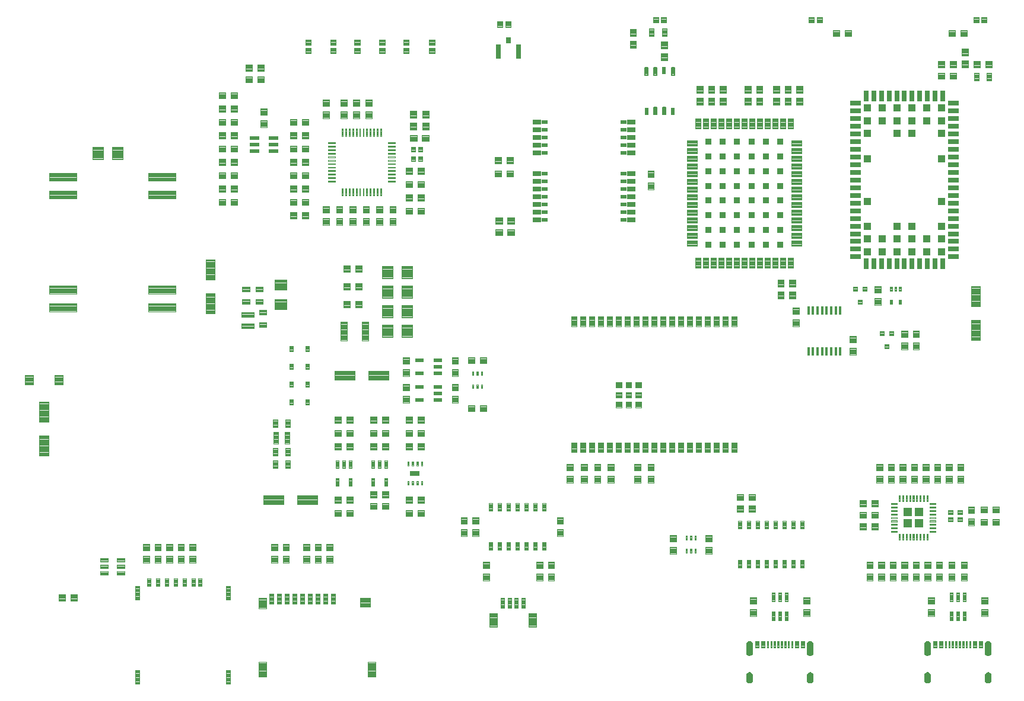
<source format=gtp>
G04 EAGLE Gerber RS-274X export*
G75*
%MOMM*%
%FSLAX34Y34*%
%LPD*%
%INSolderpaste Top*%
%IPPOS*%
%AMOC8*
5,1,8,0,0,1.08239X$1,22.5*%
G01*
%ADD10C,0.100000*%
%ADD11C,0.100800*%
%ADD12C,0.102000*%
%ADD13C,0.105000*%
%ADD14C,0.096000*%
%ADD15C,0.098000*%
%ADD16C,0.099000*%
%ADD17C,0.104000*%
%ADD18R,0.900000X0.900000*%
%ADD19R,0.800000X0.850000*%
%ADD20R,0.700000X2.000000*%
%ADD21C,0.101600*%
%ADD22R,1.550000X0.750000*%
%ADD23R,0.750000X1.550000*%
%ADD24R,1.050000X1.050000*%
%ADD25R,1.050000X1.000000*%
%ADD26R,1.375000X0.800000*%
%ADD27R,1.200000X0.800000*%
%ADD28R,0.900000X0.600000*%
%ADD29C,0.180000*%
%ADD30R,0.600000X1.000000*%
%ADD31R,1.300000X1.300000*%
%ADD32R,0.400000X1.300000*%
%ADD33R,0.400000X1.275000*%

G36*
X1436825Y43951D02*
X1436825Y43951D01*
X1436826Y43951D01*
X1437894Y43970D01*
X1437901Y43975D01*
X1437905Y43971D01*
X1438942Y44227D01*
X1438947Y44234D01*
X1438953Y44231D01*
X1439907Y44712D01*
X1439911Y44719D01*
X1439916Y44718D01*
X1440740Y45399D01*
X1440741Y45407D01*
X1440747Y45407D01*
X1441398Y46254D01*
X1441398Y46262D01*
X1441404Y46263D01*
X1441851Y47234D01*
X1441849Y47242D01*
X1441854Y47244D01*
X1442073Y48290D01*
X1442070Y48297D01*
X1442074Y48300D01*
X1442074Y60300D01*
X1442071Y60305D01*
X1442074Y60308D01*
X1441894Y61403D01*
X1441888Y61409D01*
X1441891Y61414D01*
X1441472Y62442D01*
X1441465Y62446D01*
X1441467Y62451D01*
X1440830Y63360D01*
X1440822Y63363D01*
X1440822Y63368D01*
X1439999Y64112D01*
X1439991Y64113D01*
X1439990Y64119D01*
X1439022Y64661D01*
X1439013Y64660D01*
X1439011Y64666D01*
X1437947Y64979D01*
X1437942Y64977D01*
X1437938Y64977D01*
X1437936Y64981D01*
X1436828Y65049D01*
X1436822Y65045D01*
X1436818Y65049D01*
X1435710Y64879D01*
X1435704Y64873D01*
X1435699Y64876D01*
X1434657Y64464D01*
X1434653Y64457D01*
X1434648Y64459D01*
X1433723Y63825D01*
X1433721Y63817D01*
X1433715Y63818D01*
X1432955Y62995D01*
X1432954Y62986D01*
X1432948Y62986D01*
X1432391Y62014D01*
X1432392Y62006D01*
X1432386Y62004D01*
X1432059Y60932D01*
X1432062Y60924D01*
X1432057Y60921D01*
X1431976Y59804D01*
X1431977Y59801D01*
X1431976Y59800D01*
X1431976Y47800D01*
X1431981Y47793D01*
X1431977Y47789D01*
X1432196Y46845D01*
X1432202Y46839D01*
X1432200Y46834D01*
X1432624Y45962D01*
X1432631Y45959D01*
X1432629Y45953D01*
X1433236Y45197D01*
X1433244Y45195D01*
X1433244Y45189D01*
X1434004Y44588D01*
X1434013Y44588D01*
X1434014Y44582D01*
X1434889Y44164D01*
X1434897Y44166D01*
X1434899Y44161D01*
X1435845Y43949D01*
X1435852Y43952D01*
X1435856Y43947D01*
X1436825Y43951D01*
G37*
G36*
X1182825Y43951D02*
X1182825Y43951D01*
X1182826Y43951D01*
X1183894Y43970D01*
X1183901Y43975D01*
X1183905Y43971D01*
X1184942Y44227D01*
X1184947Y44234D01*
X1184953Y44231D01*
X1185907Y44712D01*
X1185911Y44719D01*
X1185916Y44718D01*
X1186740Y45399D01*
X1186741Y45407D01*
X1186747Y45407D01*
X1187398Y46254D01*
X1187398Y46262D01*
X1187404Y46263D01*
X1187851Y47234D01*
X1187849Y47242D01*
X1187854Y47244D01*
X1188073Y48290D01*
X1188070Y48297D01*
X1188074Y48300D01*
X1188074Y60300D01*
X1188071Y60305D01*
X1188074Y60308D01*
X1187894Y61403D01*
X1187888Y61409D01*
X1187891Y61414D01*
X1187472Y62442D01*
X1187465Y62446D01*
X1187467Y62451D01*
X1186830Y63360D01*
X1186822Y63363D01*
X1186822Y63368D01*
X1185999Y64112D01*
X1185991Y64113D01*
X1185990Y64119D01*
X1185022Y64661D01*
X1185013Y64660D01*
X1185011Y64666D01*
X1183947Y64979D01*
X1183942Y64977D01*
X1183938Y64977D01*
X1183936Y64981D01*
X1182828Y65049D01*
X1182822Y65045D01*
X1182818Y65049D01*
X1181710Y64879D01*
X1181704Y64873D01*
X1181699Y64876D01*
X1180657Y64464D01*
X1180653Y64457D01*
X1180648Y64459D01*
X1179723Y63825D01*
X1179721Y63817D01*
X1179715Y63818D01*
X1178955Y62995D01*
X1178954Y62986D01*
X1178948Y62986D01*
X1178391Y62014D01*
X1178392Y62006D01*
X1178386Y62004D01*
X1178059Y60932D01*
X1178062Y60924D01*
X1178057Y60921D01*
X1177976Y59804D01*
X1177977Y59801D01*
X1177976Y59800D01*
X1177976Y47800D01*
X1177981Y47793D01*
X1177977Y47789D01*
X1178196Y46845D01*
X1178202Y46839D01*
X1178200Y46834D01*
X1178624Y45962D01*
X1178631Y45959D01*
X1178629Y45953D01*
X1179236Y45197D01*
X1179244Y45195D01*
X1179244Y45189D01*
X1180004Y44588D01*
X1180013Y44588D01*
X1180014Y44582D01*
X1180889Y44164D01*
X1180897Y44166D01*
X1180899Y44161D01*
X1181845Y43949D01*
X1181852Y43952D01*
X1181856Y43947D01*
X1182825Y43951D01*
G37*
G36*
X1097406Y43960D02*
X1097406Y43960D01*
X1097413Y43965D01*
X1097417Y43961D01*
X1098469Y44211D01*
X1098474Y44217D01*
X1098479Y44214D01*
X1099449Y44691D01*
X1099452Y44699D01*
X1099458Y44697D01*
X1100297Y45378D01*
X1100299Y45386D01*
X1100305Y45386D01*
X1100971Y46237D01*
X1100972Y46245D01*
X1100977Y46246D01*
X1101438Y47223D01*
X1101436Y47231D01*
X1101442Y47234D01*
X1101673Y48289D01*
X1101670Y48297D01*
X1101674Y48300D01*
X1101674Y60300D01*
X1101670Y60305D01*
X1101674Y60308D01*
X1101481Y61414D01*
X1101475Y61419D01*
X1101478Y61424D01*
X1101045Y62459D01*
X1101038Y62463D01*
X1101040Y62468D01*
X1100387Y63381D01*
X1100379Y63383D01*
X1100380Y63389D01*
X1099541Y64133D01*
X1099532Y64134D01*
X1099532Y64139D01*
X1098548Y64678D01*
X1098540Y64677D01*
X1098538Y64682D01*
X1097459Y64989D01*
X1097451Y64986D01*
X1097448Y64991D01*
X1096328Y65049D01*
X1096323Y65046D01*
X1096320Y65049D01*
X1095274Y64931D01*
X1095268Y64925D01*
X1095263Y64929D01*
X1094269Y64581D01*
X1094265Y64574D01*
X1094260Y64576D01*
X1093368Y64016D01*
X1093366Y64009D01*
X1093360Y64009D01*
X1092616Y63265D01*
X1092614Y63257D01*
X1092609Y63257D01*
X1092049Y62365D01*
X1092049Y62357D01*
X1092044Y62356D01*
X1091696Y61362D01*
X1091699Y61354D01*
X1091694Y61351D01*
X1091576Y60306D01*
X1091578Y60302D01*
X1091576Y60300D01*
X1091576Y48300D01*
X1091579Y48295D01*
X1091576Y48292D01*
X1091734Y47296D01*
X1091740Y47290D01*
X1091737Y47285D01*
X1092112Y46349D01*
X1092119Y46345D01*
X1092117Y46339D01*
X1092691Y45510D01*
X1092699Y45507D01*
X1092698Y45502D01*
X1093442Y44821D01*
X1093451Y44820D01*
X1093451Y44814D01*
X1094328Y44316D01*
X1094337Y44317D01*
X1094339Y44312D01*
X1095304Y44021D01*
X1095312Y44024D01*
X1095315Y44019D01*
X1096322Y43951D01*
X1096324Y43952D01*
X1096325Y43951D01*
X1097406Y43960D01*
G37*
G36*
X1351406Y43960D02*
X1351406Y43960D01*
X1351413Y43965D01*
X1351417Y43961D01*
X1352469Y44211D01*
X1352474Y44217D01*
X1352479Y44214D01*
X1353449Y44691D01*
X1353452Y44699D01*
X1353458Y44697D01*
X1354297Y45378D01*
X1354299Y45386D01*
X1354305Y45386D01*
X1354971Y46237D01*
X1354972Y46245D01*
X1354977Y46246D01*
X1355438Y47223D01*
X1355436Y47231D01*
X1355442Y47234D01*
X1355673Y48289D01*
X1355670Y48297D01*
X1355674Y48300D01*
X1355674Y60300D01*
X1355670Y60305D01*
X1355674Y60308D01*
X1355481Y61414D01*
X1355475Y61419D01*
X1355478Y61424D01*
X1355045Y62459D01*
X1355038Y62463D01*
X1355040Y62468D01*
X1354387Y63381D01*
X1354379Y63383D01*
X1354380Y63389D01*
X1353541Y64133D01*
X1353532Y64134D01*
X1353532Y64139D01*
X1352548Y64678D01*
X1352540Y64677D01*
X1352538Y64682D01*
X1351459Y64989D01*
X1351451Y64986D01*
X1351448Y64991D01*
X1350328Y65049D01*
X1350323Y65046D01*
X1350320Y65049D01*
X1349274Y64931D01*
X1349268Y64925D01*
X1349263Y64929D01*
X1348269Y64581D01*
X1348265Y64574D01*
X1348260Y64576D01*
X1347368Y64016D01*
X1347366Y64009D01*
X1347360Y64009D01*
X1346616Y63265D01*
X1346614Y63257D01*
X1346609Y63257D01*
X1346049Y62365D01*
X1346049Y62357D01*
X1346044Y62356D01*
X1345696Y61362D01*
X1345699Y61354D01*
X1345694Y61351D01*
X1345576Y60306D01*
X1345578Y60302D01*
X1345576Y60300D01*
X1345576Y48300D01*
X1345579Y48295D01*
X1345576Y48292D01*
X1345734Y47296D01*
X1345740Y47290D01*
X1345737Y47285D01*
X1346112Y46349D01*
X1346119Y46345D01*
X1346117Y46339D01*
X1346691Y45510D01*
X1346699Y45507D01*
X1346698Y45502D01*
X1347442Y44821D01*
X1347451Y44820D01*
X1347451Y44814D01*
X1348328Y44316D01*
X1348337Y44317D01*
X1348339Y44312D01*
X1349304Y44021D01*
X1349312Y44024D01*
X1349315Y44019D01*
X1350322Y43951D01*
X1350324Y43952D01*
X1350325Y43951D01*
X1351406Y43960D01*
G37*
G36*
X1437329Y4455D02*
X1437329Y4455D01*
X1437332Y4451D01*
X1438408Y4606D01*
X1438413Y4612D01*
X1438418Y4609D01*
X1439432Y4999D01*
X1439436Y5006D01*
X1439442Y5005D01*
X1440344Y5611D01*
X1440346Y5619D01*
X1440352Y5618D01*
X1441096Y6410D01*
X1441097Y6418D01*
X1441103Y6418D01*
X1441652Y7356D01*
X1441651Y7364D01*
X1441657Y7366D01*
X1441984Y8402D01*
X1441981Y8410D01*
X1441986Y8413D01*
X1442074Y9496D01*
X1442072Y9499D01*
X1442074Y9500D01*
X1442074Y15500D01*
X1442071Y15504D01*
X1442074Y15506D01*
X1441924Y16639D01*
X1441918Y16645D01*
X1441921Y16650D01*
X1441523Y17720D01*
X1441516Y17724D01*
X1441518Y17730D01*
X1440891Y18685D01*
X1440883Y18688D01*
X1440884Y18693D01*
X1440061Y19485D01*
X1440053Y19486D01*
X1440052Y19492D01*
X1439073Y20081D01*
X1439065Y20080D01*
X1439063Y20085D01*
X1437978Y20441D01*
X1437970Y20439D01*
X1437967Y20443D01*
X1436830Y20549D01*
X1436821Y20544D01*
X1436816Y20548D01*
X1435679Y20341D01*
X1435673Y20335D01*
X1435668Y20338D01*
X1434606Y19883D01*
X1434602Y19876D01*
X1434596Y19878D01*
X1433661Y19198D01*
X1433659Y19190D01*
X1433653Y19191D01*
X1432893Y18320D01*
X1432893Y18312D01*
X1432887Y18311D01*
X1432340Y17292D01*
X1432341Y17284D01*
X1432336Y17282D01*
X1432332Y17269D01*
X1432319Y17220D01*
X1432318Y17220D01*
X1432319Y17220D01*
X1432305Y17171D01*
X1432291Y17121D01*
X1432278Y17072D01*
X1432264Y17023D01*
X1432251Y16974D01*
X1432237Y16924D01*
X1432224Y16875D01*
X1432210Y16826D01*
X1432196Y16777D01*
X1432183Y16727D01*
X1432169Y16678D01*
X1432156Y16629D01*
X1432142Y16580D01*
X1432129Y16530D01*
X1432115Y16481D01*
X1432102Y16432D01*
X1432101Y16432D01*
X1432088Y16383D01*
X1432074Y16333D01*
X1432029Y16168D01*
X1432032Y16160D01*
X1432027Y16157D01*
X1431976Y15002D01*
X1431977Y15001D01*
X1431976Y15000D01*
X1431976Y9000D01*
X1431980Y8994D01*
X1431977Y8991D01*
X1432189Y7910D01*
X1432195Y7905D01*
X1432192Y7900D01*
X1432639Y6894D01*
X1432646Y6890D01*
X1432644Y6884D01*
X1433304Y6003D01*
X1433312Y6000D01*
X1433312Y5995D01*
X1434151Y5282D01*
X1434159Y5282D01*
X1434160Y5276D01*
X1435137Y4768D01*
X1435145Y4769D01*
X1435147Y4764D01*
X1436212Y4486D01*
X1436220Y4489D01*
X1436223Y4485D01*
X1437324Y4451D01*
X1437329Y4455D01*
G37*
G36*
X1183329Y4455D02*
X1183329Y4455D01*
X1183332Y4451D01*
X1184408Y4606D01*
X1184413Y4612D01*
X1184418Y4609D01*
X1185432Y4999D01*
X1185436Y5006D01*
X1185442Y5005D01*
X1186344Y5611D01*
X1186346Y5619D01*
X1186352Y5618D01*
X1187096Y6410D01*
X1187097Y6418D01*
X1187103Y6418D01*
X1187652Y7356D01*
X1187651Y7364D01*
X1187657Y7366D01*
X1187984Y8402D01*
X1187981Y8410D01*
X1187986Y8413D01*
X1188074Y9496D01*
X1188072Y9499D01*
X1188074Y9500D01*
X1188074Y15500D01*
X1188071Y15504D01*
X1188074Y15506D01*
X1187924Y16639D01*
X1187918Y16645D01*
X1187921Y16650D01*
X1187523Y17720D01*
X1187516Y17724D01*
X1187518Y17730D01*
X1186891Y18685D01*
X1186883Y18688D01*
X1186884Y18693D01*
X1186061Y19485D01*
X1186053Y19486D01*
X1186052Y19492D01*
X1185073Y20081D01*
X1185065Y20080D01*
X1185063Y20085D01*
X1183978Y20441D01*
X1183970Y20439D01*
X1183967Y20443D01*
X1182830Y20549D01*
X1182821Y20544D01*
X1182816Y20548D01*
X1181679Y20341D01*
X1181673Y20335D01*
X1181668Y20338D01*
X1180606Y19883D01*
X1180602Y19876D01*
X1180596Y19878D01*
X1179661Y19198D01*
X1179659Y19190D01*
X1179653Y19191D01*
X1178893Y18320D01*
X1178893Y18312D01*
X1178887Y18311D01*
X1178340Y17292D01*
X1178341Y17284D01*
X1178336Y17282D01*
X1178332Y17269D01*
X1178319Y17220D01*
X1178318Y17220D01*
X1178319Y17220D01*
X1178305Y17171D01*
X1178291Y17121D01*
X1178278Y17072D01*
X1178264Y17023D01*
X1178251Y16974D01*
X1178237Y16924D01*
X1178224Y16875D01*
X1178210Y16826D01*
X1178196Y16777D01*
X1178183Y16727D01*
X1178169Y16678D01*
X1178156Y16629D01*
X1178142Y16580D01*
X1178129Y16530D01*
X1178115Y16481D01*
X1178102Y16432D01*
X1178101Y16432D01*
X1178088Y16383D01*
X1178074Y16333D01*
X1178029Y16168D01*
X1178032Y16160D01*
X1178027Y16157D01*
X1177976Y15002D01*
X1177977Y15001D01*
X1177976Y15000D01*
X1177976Y9000D01*
X1177980Y8994D01*
X1177977Y8991D01*
X1178189Y7910D01*
X1178195Y7905D01*
X1178192Y7900D01*
X1178639Y6894D01*
X1178646Y6890D01*
X1178644Y6884D01*
X1179304Y6003D01*
X1179312Y6000D01*
X1179312Y5995D01*
X1180151Y5282D01*
X1180159Y5282D01*
X1180160Y5276D01*
X1181137Y4768D01*
X1181145Y4769D01*
X1181147Y4764D01*
X1182212Y4486D01*
X1182220Y4489D01*
X1182223Y4485D01*
X1183324Y4451D01*
X1183329Y4455D01*
G37*
G36*
X1096827Y4455D02*
X1096827Y4455D01*
X1096832Y4451D01*
X1097919Y4596D01*
X1097925Y4602D01*
X1097930Y4599D01*
X1098958Y4983D01*
X1098963Y4989D01*
X1098968Y4988D01*
X1099885Y5590D01*
X1099888Y5598D01*
X1099894Y5597D01*
X1100654Y6389D01*
X1100655Y6397D01*
X1100661Y6398D01*
X1101225Y7339D01*
X1101225Y7342D01*
X1101226Y7343D01*
X1101225Y7345D01*
X1101224Y7347D01*
X1101230Y7349D01*
X1101571Y8392D01*
X1101569Y8400D01*
X1101573Y8403D01*
X1101674Y9496D01*
X1101672Y9498D01*
X1101674Y9500D01*
X1101674Y15500D01*
X1101672Y15503D01*
X1101674Y15505D01*
X1101573Y16597D01*
X1101568Y16603D01*
X1101571Y16608D01*
X1101230Y17651D01*
X1101223Y17656D01*
X1101225Y17661D01*
X1100661Y18602D01*
X1100653Y18605D01*
X1100654Y18611D01*
X1099894Y19403D01*
X1099886Y19404D01*
X1099885Y19410D01*
X1098968Y20013D01*
X1098960Y20012D01*
X1098958Y20018D01*
X1097930Y20401D01*
X1097922Y20399D01*
X1097919Y20404D01*
X1096832Y20549D01*
X1096824Y20545D01*
X1096820Y20549D01*
X1095683Y20443D01*
X1095677Y20438D01*
X1095672Y20441D01*
X1094587Y20085D01*
X1094582Y20078D01*
X1094577Y20081D01*
X1093598Y19492D01*
X1093595Y19484D01*
X1093589Y19485D01*
X1092766Y18693D01*
X1092765Y18685D01*
X1092759Y18685D01*
X1092132Y17730D01*
X1092133Y17722D01*
X1092127Y17720D01*
X1091729Y16650D01*
X1091731Y16642D01*
X1091726Y16639D01*
X1091576Y15506D01*
X1091579Y15502D01*
X1091576Y15500D01*
X1091576Y9500D01*
X1091579Y9496D01*
X1091576Y9494D01*
X1091726Y8361D01*
X1091732Y8355D01*
X1091729Y8350D01*
X1092127Y7280D01*
X1092134Y7276D01*
X1092132Y7270D01*
X1092759Y6315D01*
X1092767Y6312D01*
X1092766Y6307D01*
X1093589Y5515D01*
X1093597Y5514D01*
X1093598Y5508D01*
X1094577Y4919D01*
X1094585Y4920D01*
X1094587Y4915D01*
X1095672Y4559D01*
X1095680Y4562D01*
X1095683Y4557D01*
X1096820Y4451D01*
X1096827Y4455D01*
G37*
G36*
X1350827Y4455D02*
X1350827Y4455D01*
X1350832Y4451D01*
X1351919Y4596D01*
X1351925Y4602D01*
X1351930Y4599D01*
X1352958Y4983D01*
X1352963Y4989D01*
X1352968Y4988D01*
X1353885Y5590D01*
X1353888Y5598D01*
X1353894Y5597D01*
X1354654Y6389D01*
X1354655Y6397D01*
X1354661Y6398D01*
X1355225Y7339D01*
X1355225Y7342D01*
X1355226Y7343D01*
X1355225Y7345D01*
X1355224Y7347D01*
X1355230Y7349D01*
X1355571Y8392D01*
X1355569Y8400D01*
X1355573Y8403D01*
X1355674Y9496D01*
X1355672Y9498D01*
X1355674Y9500D01*
X1355674Y15500D01*
X1355672Y15503D01*
X1355674Y15505D01*
X1355573Y16597D01*
X1355568Y16603D01*
X1355571Y16608D01*
X1355230Y17651D01*
X1355223Y17656D01*
X1355225Y17661D01*
X1354661Y18602D01*
X1354653Y18605D01*
X1354654Y18611D01*
X1353894Y19403D01*
X1353886Y19404D01*
X1353885Y19410D01*
X1352968Y20013D01*
X1352960Y20012D01*
X1352958Y20018D01*
X1351930Y20401D01*
X1351922Y20399D01*
X1351919Y20404D01*
X1350832Y20549D01*
X1350824Y20545D01*
X1350820Y20549D01*
X1349683Y20443D01*
X1349677Y20438D01*
X1349672Y20441D01*
X1348587Y20085D01*
X1348582Y20078D01*
X1348577Y20081D01*
X1347598Y19492D01*
X1347595Y19484D01*
X1347589Y19485D01*
X1346766Y18693D01*
X1346765Y18685D01*
X1346759Y18685D01*
X1346132Y17730D01*
X1346133Y17722D01*
X1346127Y17720D01*
X1345729Y16650D01*
X1345731Y16642D01*
X1345726Y16639D01*
X1345576Y15506D01*
X1345579Y15502D01*
X1345576Y15500D01*
X1345576Y9500D01*
X1345579Y9496D01*
X1345576Y9494D01*
X1345726Y8361D01*
X1345732Y8355D01*
X1345729Y8350D01*
X1346127Y7280D01*
X1346134Y7276D01*
X1346132Y7270D01*
X1346759Y6315D01*
X1346767Y6312D01*
X1346766Y6307D01*
X1347589Y5515D01*
X1347597Y5514D01*
X1347598Y5508D01*
X1348577Y4919D01*
X1348585Y4920D01*
X1348587Y4915D01*
X1349672Y4559D01*
X1349680Y4562D01*
X1349683Y4557D01*
X1350820Y4451D01*
X1350827Y4455D01*
G37*
D10*
X855925Y308300D02*
X855925Y318300D01*
X864925Y318300D01*
X864925Y308300D01*
X855925Y308300D01*
X855925Y309250D02*
X864925Y309250D01*
X864925Y310200D02*
X855925Y310200D01*
X855925Y311150D02*
X864925Y311150D01*
X864925Y312100D02*
X855925Y312100D01*
X855925Y313050D02*
X864925Y313050D01*
X864925Y314000D02*
X855925Y314000D01*
X855925Y314950D02*
X864925Y314950D01*
X864925Y315900D02*
X855925Y315900D01*
X855925Y316850D02*
X864925Y316850D01*
X864925Y317800D02*
X855925Y317800D01*
X855925Y301300D02*
X855925Y291300D01*
X855925Y301300D02*
X864925Y301300D01*
X864925Y291300D01*
X855925Y291300D01*
X855925Y292250D02*
X864925Y292250D01*
X864925Y293200D02*
X855925Y293200D01*
X855925Y294150D02*
X864925Y294150D01*
X864925Y295100D02*
X855925Y295100D01*
X855925Y296050D02*
X864925Y296050D01*
X864925Y297000D02*
X855925Y297000D01*
X855925Y297950D02*
X864925Y297950D01*
X864925Y298900D02*
X855925Y298900D01*
X855925Y299850D02*
X864925Y299850D01*
X864925Y300800D02*
X855925Y300800D01*
X581825Y385500D02*
X571825Y385500D01*
X581825Y385500D02*
X581825Y376500D01*
X571825Y376500D01*
X571825Y385500D01*
X571825Y377450D02*
X581825Y377450D01*
X581825Y378400D02*
X571825Y378400D01*
X571825Y379350D02*
X581825Y379350D01*
X581825Y380300D02*
X571825Y380300D01*
X571825Y381250D02*
X581825Y381250D01*
X581825Y382200D02*
X571825Y382200D01*
X571825Y383150D02*
X581825Y383150D01*
X581825Y384100D02*
X571825Y384100D01*
X571825Y385050D02*
X581825Y385050D01*
X564825Y385500D02*
X554825Y385500D01*
X564825Y385500D02*
X564825Y376500D01*
X554825Y376500D01*
X554825Y385500D01*
X554825Y377450D02*
X564825Y377450D01*
X564825Y378400D02*
X554825Y378400D01*
X554825Y379350D02*
X564825Y379350D01*
X564825Y380300D02*
X554825Y380300D01*
X554825Y381250D02*
X564825Y381250D01*
X564825Y382200D02*
X554825Y382200D01*
X554825Y383150D02*
X564825Y383150D01*
X564825Y384100D02*
X554825Y384100D01*
X554825Y385050D02*
X564825Y385050D01*
X531025Y271200D02*
X521025Y271200D01*
X531025Y271200D02*
X531025Y262200D01*
X521025Y262200D01*
X521025Y271200D01*
X521025Y263150D02*
X531025Y263150D01*
X531025Y264100D02*
X521025Y264100D01*
X521025Y265050D02*
X531025Y265050D01*
X531025Y266000D02*
X521025Y266000D01*
X521025Y266950D02*
X531025Y266950D01*
X531025Y267900D02*
X521025Y267900D01*
X521025Y268850D02*
X531025Y268850D01*
X531025Y269800D02*
X521025Y269800D01*
X521025Y270750D02*
X531025Y270750D01*
X514025Y271200D02*
X504025Y271200D01*
X514025Y271200D02*
X514025Y262200D01*
X504025Y262200D01*
X504025Y271200D01*
X504025Y263150D02*
X514025Y263150D01*
X514025Y264100D02*
X504025Y264100D01*
X504025Y265050D02*
X514025Y265050D01*
X514025Y266000D02*
X504025Y266000D01*
X504025Y266950D02*
X514025Y266950D01*
X514025Y267900D02*
X504025Y267900D01*
X504025Y268850D02*
X514025Y268850D01*
X514025Y269800D02*
X504025Y269800D01*
X504025Y270750D02*
X514025Y270750D01*
X521025Y252150D02*
X531025Y252150D01*
X531025Y243150D01*
X521025Y243150D01*
X521025Y252150D01*
X521025Y244100D02*
X531025Y244100D01*
X531025Y245050D02*
X521025Y245050D01*
X521025Y246000D02*
X531025Y246000D01*
X531025Y246950D02*
X521025Y246950D01*
X521025Y247900D02*
X531025Y247900D01*
X531025Y248850D02*
X521025Y248850D01*
X521025Y249800D02*
X531025Y249800D01*
X531025Y250750D02*
X521025Y250750D01*
X521025Y251700D02*
X531025Y251700D01*
X514025Y252150D02*
X504025Y252150D01*
X514025Y252150D02*
X514025Y243150D01*
X504025Y243150D01*
X504025Y252150D01*
X504025Y244100D02*
X514025Y244100D01*
X514025Y245050D02*
X504025Y245050D01*
X504025Y246000D02*
X514025Y246000D01*
X514025Y246950D02*
X504025Y246950D01*
X504025Y247900D02*
X514025Y247900D01*
X514025Y248850D02*
X504025Y248850D01*
X504025Y249800D02*
X514025Y249800D01*
X514025Y250750D02*
X504025Y250750D01*
X504025Y251700D02*
X514025Y251700D01*
X521025Y347400D02*
X531025Y347400D01*
X531025Y338400D01*
X521025Y338400D01*
X521025Y347400D01*
X521025Y339350D02*
X531025Y339350D01*
X531025Y340300D02*
X521025Y340300D01*
X521025Y341250D02*
X531025Y341250D01*
X531025Y342200D02*
X521025Y342200D01*
X521025Y343150D02*
X531025Y343150D01*
X531025Y344100D02*
X521025Y344100D01*
X521025Y345050D02*
X531025Y345050D01*
X531025Y346000D02*
X521025Y346000D01*
X521025Y346950D02*
X531025Y346950D01*
X514025Y347400D02*
X504025Y347400D01*
X514025Y347400D02*
X514025Y338400D01*
X504025Y338400D01*
X504025Y347400D01*
X504025Y339350D02*
X514025Y339350D01*
X514025Y340300D02*
X504025Y340300D01*
X504025Y341250D02*
X514025Y341250D01*
X514025Y342200D02*
X504025Y342200D01*
X504025Y343150D02*
X514025Y343150D01*
X514025Y344100D02*
X504025Y344100D01*
X504025Y345050D02*
X514025Y345050D01*
X514025Y346000D02*
X504025Y346000D01*
X504025Y346950D02*
X514025Y346950D01*
X468685Y187000D02*
X468685Y177000D01*
X459685Y177000D01*
X459685Y187000D01*
X468685Y187000D01*
X468685Y177950D02*
X459685Y177950D01*
X459685Y178900D02*
X468685Y178900D01*
X468685Y179850D02*
X459685Y179850D01*
X459685Y180800D02*
X468685Y180800D01*
X468685Y181750D02*
X459685Y181750D01*
X459685Y182700D02*
X468685Y182700D01*
X468685Y183650D02*
X459685Y183650D01*
X459685Y184600D02*
X468685Y184600D01*
X468685Y185550D02*
X459685Y185550D01*
X459685Y186500D02*
X468685Y186500D01*
X468685Y194000D02*
X468685Y204000D01*
X468685Y194000D02*
X459685Y194000D01*
X459685Y204000D01*
X468685Y204000D01*
X468685Y194950D02*
X459685Y194950D01*
X459685Y195900D02*
X468685Y195900D01*
X468685Y196850D02*
X459685Y196850D01*
X459685Y197800D02*
X468685Y197800D01*
X468685Y198750D02*
X459685Y198750D01*
X459685Y199700D02*
X468685Y199700D01*
X468685Y200650D02*
X459685Y200650D01*
X459685Y201600D02*
X468685Y201600D01*
X468685Y202550D02*
X459685Y202550D01*
X459685Y203500D02*
X468685Y203500D01*
X501705Y187000D02*
X501705Y177000D01*
X492705Y177000D01*
X492705Y187000D01*
X501705Y187000D01*
X501705Y177950D02*
X492705Y177950D01*
X492705Y178900D02*
X501705Y178900D01*
X501705Y179850D02*
X492705Y179850D01*
X492705Y180800D02*
X501705Y180800D01*
X501705Y181750D02*
X492705Y181750D01*
X492705Y182700D02*
X501705Y182700D01*
X501705Y183650D02*
X492705Y183650D01*
X492705Y184600D02*
X501705Y184600D01*
X501705Y185550D02*
X492705Y185550D01*
X492705Y186500D02*
X501705Y186500D01*
X501705Y194000D02*
X501705Y204000D01*
X501705Y194000D02*
X492705Y194000D01*
X492705Y204000D01*
X501705Y204000D01*
X501705Y194950D02*
X492705Y194950D01*
X492705Y195900D02*
X501705Y195900D01*
X501705Y196850D02*
X492705Y196850D01*
X492705Y197800D02*
X501705Y197800D01*
X501705Y198750D02*
X492705Y198750D01*
X492705Y199700D02*
X501705Y199700D01*
X501705Y200650D02*
X492705Y200650D01*
X492705Y201600D02*
X501705Y201600D01*
X501705Y202550D02*
X492705Y202550D01*
X492705Y203500D02*
X501705Y203500D01*
X835605Y308300D02*
X835605Y318300D01*
X844605Y318300D01*
X844605Y308300D01*
X835605Y308300D01*
X835605Y309250D02*
X844605Y309250D01*
X844605Y310200D02*
X835605Y310200D01*
X835605Y311150D02*
X844605Y311150D01*
X844605Y312100D02*
X835605Y312100D01*
X835605Y313050D02*
X844605Y313050D01*
X844605Y314000D02*
X835605Y314000D01*
X835605Y314950D02*
X844605Y314950D01*
X844605Y315900D02*
X835605Y315900D01*
X835605Y316850D02*
X844605Y316850D01*
X844605Y317800D02*
X835605Y317800D01*
X835605Y301300D02*
X835605Y291300D01*
X835605Y301300D02*
X844605Y301300D01*
X844605Y291300D01*
X835605Y291300D01*
X835605Y292250D02*
X844605Y292250D01*
X844605Y293200D02*
X835605Y293200D01*
X835605Y294150D02*
X844605Y294150D01*
X844605Y295100D02*
X835605Y295100D01*
X835605Y296050D02*
X844605Y296050D01*
X844605Y297000D02*
X835605Y297000D01*
X835605Y297950D02*
X844605Y297950D01*
X844605Y298900D02*
X835605Y298900D01*
X835605Y299850D02*
X844605Y299850D01*
X844605Y300800D02*
X835605Y300800D01*
X485195Y187000D02*
X485195Y177000D01*
X476195Y177000D01*
X476195Y187000D01*
X485195Y187000D01*
X485195Y177950D02*
X476195Y177950D01*
X476195Y178900D02*
X485195Y178900D01*
X485195Y179850D02*
X476195Y179850D01*
X476195Y180800D02*
X485195Y180800D01*
X485195Y181750D02*
X476195Y181750D01*
X476195Y182700D02*
X485195Y182700D01*
X485195Y183650D02*
X476195Y183650D01*
X476195Y184600D02*
X485195Y184600D01*
X485195Y185550D02*
X476195Y185550D01*
X476195Y186500D02*
X485195Y186500D01*
X485195Y194000D02*
X485195Y204000D01*
X485195Y194000D02*
X476195Y194000D01*
X476195Y204000D01*
X485195Y204000D01*
X485195Y194950D02*
X476195Y194950D01*
X476195Y195900D02*
X485195Y195900D01*
X485195Y196850D02*
X476195Y196850D01*
X476195Y197800D02*
X485195Y197800D01*
X485195Y198750D02*
X476195Y198750D01*
X476195Y199700D02*
X485195Y199700D01*
X485195Y200650D02*
X476195Y200650D01*
X476195Y201600D02*
X485195Y201600D01*
X485195Y202550D02*
X476195Y202550D01*
X476195Y203500D02*
X485195Y203500D01*
X1078065Y266010D02*
X1088065Y266010D01*
X1078065Y266010D02*
X1078065Y275010D01*
X1088065Y275010D01*
X1088065Y266010D01*
X1088065Y266960D02*
X1078065Y266960D01*
X1078065Y267910D02*
X1088065Y267910D01*
X1088065Y268860D02*
X1078065Y268860D01*
X1078065Y269810D02*
X1088065Y269810D01*
X1088065Y270760D02*
X1078065Y270760D01*
X1078065Y271710D02*
X1088065Y271710D01*
X1088065Y272660D02*
X1078065Y272660D01*
X1078065Y273610D02*
X1088065Y273610D01*
X1088065Y274560D02*
X1078065Y274560D01*
X1095065Y266010D02*
X1105065Y266010D01*
X1095065Y266010D02*
X1095065Y275010D01*
X1105065Y275010D01*
X1105065Y266010D01*
X1105065Y266960D02*
X1095065Y266960D01*
X1095065Y267910D02*
X1105065Y267910D01*
X1105065Y268860D02*
X1095065Y268860D01*
X1095065Y269810D02*
X1105065Y269810D01*
X1105065Y270760D02*
X1095065Y270760D01*
X1095065Y271710D02*
X1105065Y271710D01*
X1105065Y272660D02*
X1095065Y272660D01*
X1095065Y273610D02*
X1105065Y273610D01*
X1105065Y274560D02*
X1095065Y274560D01*
X1088065Y249500D02*
X1078065Y249500D01*
X1078065Y258500D01*
X1088065Y258500D01*
X1088065Y249500D01*
X1088065Y250450D02*
X1078065Y250450D01*
X1078065Y251400D02*
X1088065Y251400D01*
X1088065Y252350D02*
X1078065Y252350D01*
X1078065Y253300D02*
X1088065Y253300D01*
X1088065Y254250D02*
X1078065Y254250D01*
X1078065Y255200D02*
X1088065Y255200D01*
X1088065Y256150D02*
X1078065Y256150D01*
X1078065Y257100D02*
X1088065Y257100D01*
X1088065Y258050D02*
X1078065Y258050D01*
X1095065Y249500D02*
X1105065Y249500D01*
X1095065Y249500D02*
X1095065Y258500D01*
X1105065Y258500D01*
X1105065Y249500D01*
X1105065Y250450D02*
X1095065Y250450D01*
X1095065Y251400D02*
X1105065Y251400D01*
X1105065Y252350D02*
X1095065Y252350D01*
X1095065Y253300D02*
X1105065Y253300D01*
X1105065Y254250D02*
X1095065Y254250D01*
X1095065Y255200D02*
X1105065Y255200D01*
X1105065Y256150D02*
X1095065Y256150D01*
X1095065Y257100D02*
X1105065Y257100D01*
X1105065Y258050D02*
X1095065Y258050D01*
X581825Y278820D02*
X571825Y278820D01*
X581825Y278820D02*
X581825Y269820D01*
X571825Y269820D01*
X571825Y278820D01*
X571825Y270770D02*
X581825Y270770D01*
X581825Y271720D02*
X571825Y271720D01*
X571825Y272670D02*
X581825Y272670D01*
X581825Y273620D02*
X571825Y273620D01*
X571825Y274570D02*
X581825Y274570D01*
X581825Y275520D02*
X571825Y275520D01*
X571825Y276470D02*
X581825Y276470D01*
X581825Y277420D02*
X571825Y277420D01*
X571825Y278370D02*
X581825Y278370D01*
X564825Y278820D02*
X554825Y278820D01*
X564825Y278820D02*
X564825Y269820D01*
X554825Y269820D01*
X554825Y278820D01*
X554825Y270770D02*
X564825Y270770D01*
X564825Y271720D02*
X554825Y271720D01*
X554825Y272670D02*
X564825Y272670D01*
X564825Y273620D02*
X554825Y273620D01*
X554825Y274570D02*
X564825Y274570D01*
X564825Y275520D02*
X554825Y275520D01*
X554825Y276470D02*
X564825Y276470D01*
X564825Y277420D02*
X554825Y277420D01*
X554825Y278370D02*
X564825Y278370D01*
X571825Y262310D02*
X581825Y262310D01*
X581825Y253310D01*
X571825Y253310D01*
X571825Y262310D01*
X571825Y254260D02*
X581825Y254260D01*
X581825Y255210D02*
X571825Y255210D01*
X571825Y256160D02*
X581825Y256160D01*
X581825Y257110D02*
X571825Y257110D01*
X571825Y258060D02*
X581825Y258060D01*
X581825Y259010D02*
X571825Y259010D01*
X571825Y259960D02*
X581825Y259960D01*
X581825Y260910D02*
X571825Y260910D01*
X571825Y261860D02*
X581825Y261860D01*
X564825Y262310D02*
X554825Y262310D01*
X564825Y262310D02*
X564825Y253310D01*
X554825Y253310D01*
X554825Y262310D01*
X554825Y254260D02*
X564825Y254260D01*
X564825Y255210D02*
X554825Y255210D01*
X554825Y256160D02*
X564825Y256160D01*
X564825Y257110D02*
X554825Y257110D01*
X554825Y258060D02*
X564825Y258060D01*
X564825Y259010D02*
X554825Y259010D01*
X554825Y259960D02*
X564825Y259960D01*
X564825Y260910D02*
X554825Y260910D01*
X554825Y261860D02*
X564825Y261860D01*
X571825Y366450D02*
X581825Y366450D01*
X581825Y357450D01*
X571825Y357450D01*
X571825Y366450D01*
X571825Y358400D02*
X581825Y358400D01*
X581825Y359350D02*
X571825Y359350D01*
X571825Y360300D02*
X581825Y360300D01*
X581825Y361250D02*
X571825Y361250D01*
X571825Y362200D02*
X581825Y362200D01*
X581825Y363150D02*
X571825Y363150D01*
X571825Y364100D02*
X581825Y364100D01*
X581825Y365050D02*
X571825Y365050D01*
X571825Y366000D02*
X581825Y366000D01*
X564825Y366450D02*
X554825Y366450D01*
X564825Y366450D02*
X564825Y357450D01*
X554825Y357450D01*
X554825Y366450D01*
X554825Y358400D02*
X564825Y358400D01*
X564825Y359350D02*
X554825Y359350D01*
X554825Y360300D02*
X564825Y360300D01*
X564825Y361250D02*
X554825Y361250D01*
X554825Y362200D02*
X564825Y362200D01*
X564825Y363150D02*
X554825Y363150D01*
X554825Y364100D02*
X564825Y364100D01*
X564825Y365050D02*
X554825Y365050D01*
X554825Y366000D02*
X564825Y366000D01*
X571825Y347400D02*
X581825Y347400D01*
X581825Y338400D01*
X571825Y338400D01*
X571825Y347400D01*
X571825Y339350D02*
X581825Y339350D01*
X581825Y340300D02*
X571825Y340300D01*
X571825Y341250D02*
X581825Y341250D01*
X581825Y342200D02*
X571825Y342200D01*
X571825Y343150D02*
X581825Y343150D01*
X581825Y344100D02*
X571825Y344100D01*
X571825Y345050D02*
X581825Y345050D01*
X581825Y346000D02*
X571825Y346000D01*
X571825Y346950D02*
X581825Y346950D01*
X564825Y347400D02*
X554825Y347400D01*
X564825Y347400D02*
X564825Y338400D01*
X554825Y338400D01*
X554825Y347400D01*
X554825Y339350D02*
X564825Y339350D01*
X564825Y340300D02*
X554825Y340300D01*
X554825Y341250D02*
X564825Y341250D01*
X564825Y342200D02*
X554825Y342200D01*
X554825Y343150D02*
X564825Y343150D01*
X564825Y344100D02*
X554825Y344100D01*
X554825Y345050D02*
X564825Y345050D01*
X564825Y346000D02*
X554825Y346000D01*
X554825Y346950D02*
X564825Y346950D01*
D11*
X468171Y410046D02*
X462879Y410046D01*
X468171Y410046D02*
X468171Y402754D01*
X462879Y402754D01*
X462879Y410046D01*
X462879Y403712D02*
X468171Y403712D01*
X468171Y404670D02*
X462879Y404670D01*
X462879Y405628D02*
X468171Y405628D01*
X468171Y406586D02*
X462879Y406586D01*
X462879Y407544D02*
X468171Y407544D01*
X468171Y408502D02*
X462879Y408502D01*
X462879Y409460D02*
X468171Y409460D01*
X445171Y410046D02*
X439879Y410046D01*
X445171Y410046D02*
X445171Y402754D01*
X439879Y402754D01*
X439879Y410046D01*
X439879Y403712D02*
X445171Y403712D01*
X445171Y404670D02*
X439879Y404670D01*
X439879Y405628D02*
X445171Y405628D01*
X445171Y406586D02*
X439879Y406586D01*
X439879Y407544D02*
X445171Y407544D01*
X445171Y408502D02*
X439879Y408502D01*
X439879Y409460D02*
X445171Y409460D01*
X462879Y460846D02*
X468171Y460846D01*
X468171Y453554D01*
X462879Y453554D01*
X462879Y460846D01*
X462879Y454512D02*
X468171Y454512D01*
X468171Y455470D02*
X462879Y455470D01*
X462879Y456428D02*
X468171Y456428D01*
X468171Y457386D02*
X462879Y457386D01*
X462879Y458344D02*
X468171Y458344D01*
X468171Y459302D02*
X462879Y459302D01*
X462879Y460260D02*
X468171Y460260D01*
X445171Y460846D02*
X439879Y460846D01*
X445171Y460846D02*
X445171Y453554D01*
X439879Y453554D01*
X439879Y460846D01*
X439879Y454512D02*
X445171Y454512D01*
X445171Y455470D02*
X439879Y455470D01*
X439879Y456428D02*
X445171Y456428D01*
X445171Y457386D02*
X439879Y457386D01*
X439879Y458344D02*
X445171Y458344D01*
X445171Y459302D02*
X439879Y459302D01*
X439879Y460260D02*
X445171Y460260D01*
X462879Y435446D02*
X468171Y435446D01*
X468171Y428154D01*
X462879Y428154D01*
X462879Y435446D01*
X462879Y429112D02*
X468171Y429112D01*
X468171Y430070D02*
X462879Y430070D01*
X462879Y431028D02*
X468171Y431028D01*
X468171Y431986D02*
X462879Y431986D01*
X462879Y432944D02*
X468171Y432944D01*
X468171Y433902D02*
X462879Y433902D01*
X462879Y434860D02*
X468171Y434860D01*
X445171Y435446D02*
X439879Y435446D01*
X445171Y435446D02*
X445171Y428154D01*
X439879Y428154D01*
X439879Y435446D01*
X439879Y429112D02*
X445171Y429112D01*
X445171Y430070D02*
X439879Y430070D01*
X439879Y431028D02*
X445171Y431028D01*
X445171Y431986D02*
X439879Y431986D01*
X439879Y432944D02*
X445171Y432944D01*
X445171Y433902D02*
X439879Y433902D01*
X439879Y434860D02*
X445171Y434860D01*
D12*
X1146335Y55610D02*
X1148315Y55610D01*
X1146335Y55610D02*
X1146335Y64590D01*
X1148315Y64590D01*
X1148315Y55610D01*
X1148315Y56579D02*
X1146335Y56579D01*
X1146335Y57548D02*
X1148315Y57548D01*
X1148315Y58517D02*
X1146335Y58517D01*
X1146335Y59486D02*
X1148315Y59486D01*
X1148315Y60455D02*
X1146335Y60455D01*
X1146335Y61424D02*
X1148315Y61424D01*
X1148315Y62393D02*
X1146335Y62393D01*
X1146335Y63362D02*
X1148315Y63362D01*
X1148315Y64331D02*
X1146335Y64331D01*
X1143315Y55610D02*
X1141335Y55610D01*
X1141335Y64590D01*
X1143315Y64590D01*
X1143315Y55610D01*
X1143315Y56579D02*
X1141335Y56579D01*
X1141335Y57548D02*
X1143315Y57548D01*
X1143315Y58517D02*
X1141335Y58517D01*
X1141335Y59486D02*
X1143315Y59486D01*
X1143315Y60455D02*
X1141335Y60455D01*
X1141335Y61424D02*
X1143315Y61424D01*
X1143315Y62393D02*
X1141335Y62393D01*
X1141335Y63362D02*
X1143315Y63362D01*
X1143315Y64331D02*
X1141335Y64331D01*
X1169585Y55610D02*
X1174565Y55610D01*
X1169585Y55610D02*
X1169585Y64590D01*
X1174565Y64590D01*
X1174565Y55610D01*
X1174565Y56579D02*
X1169585Y56579D01*
X1169585Y57548D02*
X1174565Y57548D01*
X1174565Y58517D02*
X1169585Y58517D01*
X1169585Y59486D02*
X1174565Y59486D01*
X1174565Y60455D02*
X1169585Y60455D01*
X1169585Y61424D02*
X1174565Y61424D01*
X1174565Y62393D02*
X1169585Y62393D01*
X1169585Y63362D02*
X1174565Y63362D01*
X1174565Y64331D02*
X1169585Y64331D01*
X1166815Y55610D02*
X1161835Y55610D01*
X1161835Y64590D01*
X1166815Y64590D01*
X1166815Y55610D01*
X1166815Y56579D02*
X1161835Y56579D01*
X1161835Y57548D02*
X1166815Y57548D01*
X1166815Y58517D02*
X1161835Y58517D01*
X1161835Y59486D02*
X1166815Y59486D01*
X1166815Y60455D02*
X1161835Y60455D01*
X1161835Y61424D02*
X1166815Y61424D01*
X1166815Y62393D02*
X1161835Y62393D01*
X1161835Y63362D02*
X1166815Y63362D01*
X1166815Y64331D02*
X1161835Y64331D01*
X1158315Y55610D02*
X1156335Y55610D01*
X1156335Y64590D01*
X1158315Y64590D01*
X1158315Y55610D01*
X1158315Y56579D02*
X1156335Y56579D01*
X1156335Y57548D02*
X1158315Y57548D01*
X1158315Y58517D02*
X1156335Y58517D01*
X1156335Y59486D02*
X1158315Y59486D01*
X1158315Y60455D02*
X1156335Y60455D01*
X1156335Y61424D02*
X1158315Y61424D01*
X1158315Y62393D02*
X1156335Y62393D01*
X1156335Y63362D02*
X1158315Y63362D01*
X1158315Y64331D02*
X1156335Y64331D01*
X1153315Y55610D02*
X1151335Y55610D01*
X1151335Y64590D01*
X1153315Y64590D01*
X1153315Y55610D01*
X1153315Y56579D02*
X1151335Y56579D01*
X1151335Y57548D02*
X1153315Y57548D01*
X1153315Y58517D02*
X1151335Y58517D01*
X1151335Y59486D02*
X1153315Y59486D01*
X1153315Y60455D02*
X1151335Y60455D01*
X1151335Y61424D02*
X1153315Y61424D01*
X1153315Y62393D02*
X1151335Y62393D01*
X1151335Y63362D02*
X1153315Y63362D01*
X1153315Y64331D02*
X1151335Y64331D01*
X1133315Y64590D02*
X1131335Y64590D01*
X1133315Y64590D02*
X1133315Y55610D01*
X1131335Y55610D01*
X1131335Y64590D01*
X1131335Y56579D02*
X1133315Y56579D01*
X1133315Y57548D02*
X1131335Y57548D01*
X1131335Y58517D02*
X1133315Y58517D01*
X1133315Y59486D02*
X1131335Y59486D01*
X1131335Y60455D02*
X1133315Y60455D01*
X1133315Y61424D02*
X1131335Y61424D01*
X1131335Y62393D02*
X1133315Y62393D01*
X1133315Y63362D02*
X1131335Y63362D01*
X1131335Y64331D02*
X1133315Y64331D01*
X1136335Y64590D02*
X1138315Y64590D01*
X1138315Y55610D01*
X1136335Y55610D01*
X1136335Y64590D01*
X1136335Y56579D02*
X1138315Y56579D01*
X1138315Y57548D02*
X1136335Y57548D01*
X1136335Y58517D02*
X1138315Y58517D01*
X1138315Y59486D02*
X1136335Y59486D01*
X1136335Y60455D02*
X1138315Y60455D01*
X1138315Y61424D02*
X1136335Y61424D01*
X1136335Y62393D02*
X1138315Y62393D01*
X1138315Y63362D02*
X1136335Y63362D01*
X1136335Y64331D02*
X1138315Y64331D01*
X1110065Y64590D02*
X1105085Y64590D01*
X1110065Y64590D02*
X1110065Y55610D01*
X1105085Y55610D01*
X1105085Y64590D01*
X1105085Y56579D02*
X1110065Y56579D01*
X1110065Y57548D02*
X1105085Y57548D01*
X1105085Y58517D02*
X1110065Y58517D01*
X1110065Y59486D02*
X1105085Y59486D01*
X1105085Y60455D02*
X1110065Y60455D01*
X1110065Y61424D02*
X1105085Y61424D01*
X1105085Y62393D02*
X1110065Y62393D01*
X1110065Y63362D02*
X1105085Y63362D01*
X1105085Y64331D02*
X1110065Y64331D01*
X1112835Y64590D02*
X1117815Y64590D01*
X1117815Y55610D01*
X1112835Y55610D01*
X1112835Y64590D01*
X1112835Y56579D02*
X1117815Y56579D01*
X1117815Y57548D02*
X1112835Y57548D01*
X1112835Y58517D02*
X1117815Y58517D01*
X1117815Y59486D02*
X1112835Y59486D01*
X1112835Y60455D02*
X1117815Y60455D01*
X1117815Y61424D02*
X1112835Y61424D01*
X1112835Y62393D02*
X1117815Y62393D01*
X1117815Y63362D02*
X1112835Y63362D01*
X1112835Y64331D02*
X1117815Y64331D01*
X1121335Y64590D02*
X1123315Y64590D01*
X1123315Y55610D01*
X1121335Y55610D01*
X1121335Y64590D01*
X1121335Y56579D02*
X1123315Y56579D01*
X1123315Y57548D02*
X1121335Y57548D01*
X1121335Y58517D02*
X1123315Y58517D01*
X1123315Y59486D02*
X1121335Y59486D01*
X1121335Y60455D02*
X1123315Y60455D01*
X1123315Y61424D02*
X1121335Y61424D01*
X1121335Y62393D02*
X1123315Y62393D01*
X1123315Y63362D02*
X1121335Y63362D01*
X1121335Y64331D02*
X1123315Y64331D01*
X1126335Y64590D02*
X1128315Y64590D01*
X1128315Y55610D01*
X1126335Y55610D01*
X1126335Y64590D01*
X1126335Y56579D02*
X1128315Y56579D01*
X1128315Y57548D02*
X1126335Y57548D01*
X1126335Y58517D02*
X1128315Y58517D01*
X1128315Y59486D02*
X1126335Y59486D01*
X1126335Y60455D02*
X1128315Y60455D01*
X1128315Y61424D02*
X1126335Y61424D01*
X1126335Y62393D02*
X1128315Y62393D01*
X1128315Y63362D02*
X1126335Y63362D01*
X1126335Y64331D02*
X1128315Y64331D01*
D13*
X482900Y117845D02*
X482900Y132795D01*
X482900Y117845D02*
X476950Y117845D01*
X476950Y132795D01*
X482900Y132795D01*
X482900Y118842D02*
X476950Y118842D01*
X476950Y119839D02*
X482900Y119839D01*
X482900Y120836D02*
X476950Y120836D01*
X476950Y121833D02*
X482900Y121833D01*
X482900Y122830D02*
X476950Y122830D01*
X476950Y123827D02*
X482900Y123827D01*
X482900Y124824D02*
X476950Y124824D01*
X476950Y125821D02*
X482900Y125821D01*
X482900Y126818D02*
X476950Y126818D01*
X476950Y127815D02*
X482900Y127815D01*
X482900Y128812D02*
X476950Y128812D01*
X476950Y129809D02*
X482900Y129809D01*
X482900Y130806D02*
X476950Y130806D01*
X476950Y131803D02*
X482900Y131803D01*
X493900Y132795D02*
X493900Y117845D01*
X487950Y117845D01*
X487950Y132795D01*
X493900Y132795D01*
X493900Y118842D02*
X487950Y118842D01*
X487950Y119839D02*
X493900Y119839D01*
X493900Y120836D02*
X487950Y120836D01*
X487950Y121833D02*
X493900Y121833D01*
X493900Y122830D02*
X487950Y122830D01*
X487950Y123827D02*
X493900Y123827D01*
X493900Y124824D02*
X487950Y124824D01*
X487950Y125821D02*
X493900Y125821D01*
X493900Y126818D02*
X487950Y126818D01*
X487950Y127815D02*
X493900Y127815D01*
X493900Y128812D02*
X487950Y128812D01*
X487950Y129809D02*
X493900Y129809D01*
X493900Y130806D02*
X487950Y130806D01*
X487950Y131803D02*
X493900Y131803D01*
X504900Y132795D02*
X504900Y117845D01*
X498950Y117845D01*
X498950Y132795D01*
X504900Y132795D01*
X504900Y118842D02*
X498950Y118842D01*
X498950Y119839D02*
X504900Y119839D01*
X504900Y120836D02*
X498950Y120836D01*
X498950Y121833D02*
X504900Y121833D01*
X504900Y122830D02*
X498950Y122830D01*
X498950Y123827D02*
X504900Y123827D01*
X504900Y124824D02*
X498950Y124824D01*
X498950Y125821D02*
X504900Y125821D01*
X504900Y126818D02*
X498950Y126818D01*
X498950Y127815D02*
X504900Y127815D01*
X504900Y128812D02*
X498950Y128812D01*
X498950Y129809D02*
X504900Y129809D01*
X504900Y130806D02*
X498950Y130806D01*
X498950Y131803D02*
X504900Y131803D01*
X471900Y132795D02*
X471900Y117845D01*
X465950Y117845D01*
X465950Y132795D01*
X471900Y132795D01*
X471900Y118842D02*
X465950Y118842D01*
X465950Y119839D02*
X471900Y119839D01*
X471900Y120836D02*
X465950Y120836D01*
X465950Y121833D02*
X471900Y121833D01*
X471900Y122830D02*
X465950Y122830D01*
X465950Y123827D02*
X471900Y123827D01*
X471900Y124824D02*
X465950Y124824D01*
X465950Y125821D02*
X471900Y125821D01*
X471900Y126818D02*
X465950Y126818D01*
X465950Y127815D02*
X471900Y127815D01*
X471900Y128812D02*
X465950Y128812D01*
X465950Y129809D02*
X471900Y129809D01*
X471900Y130806D02*
X465950Y130806D01*
X465950Y131803D02*
X471900Y131803D01*
X460900Y132795D02*
X460900Y117845D01*
X454950Y117845D01*
X454950Y132795D01*
X460900Y132795D01*
X460900Y118842D02*
X454950Y118842D01*
X454950Y119839D02*
X460900Y119839D01*
X460900Y120836D02*
X454950Y120836D01*
X454950Y121833D02*
X460900Y121833D01*
X460900Y122830D02*
X454950Y122830D01*
X454950Y123827D02*
X460900Y123827D01*
X460900Y124824D02*
X454950Y124824D01*
X454950Y125821D02*
X460900Y125821D01*
X460900Y126818D02*
X454950Y126818D01*
X454950Y127815D02*
X460900Y127815D01*
X460900Y128812D02*
X454950Y128812D01*
X454950Y129809D02*
X460900Y129809D01*
X460900Y130806D02*
X454950Y130806D01*
X454950Y131803D02*
X460900Y131803D01*
X449900Y132795D02*
X449900Y117845D01*
X443950Y117845D01*
X443950Y132795D01*
X449900Y132795D01*
X449900Y118842D02*
X443950Y118842D01*
X443950Y119839D02*
X449900Y119839D01*
X449900Y120836D02*
X443950Y120836D01*
X443950Y121833D02*
X449900Y121833D01*
X449900Y122830D02*
X443950Y122830D01*
X443950Y123827D02*
X449900Y123827D01*
X449900Y124824D02*
X443950Y124824D01*
X443950Y125821D02*
X449900Y125821D01*
X449900Y126818D02*
X443950Y126818D01*
X443950Y127815D02*
X449900Y127815D01*
X449900Y128812D02*
X443950Y128812D01*
X443950Y129809D02*
X449900Y129809D01*
X449900Y130806D02*
X443950Y130806D01*
X443950Y131803D02*
X449900Y131803D01*
X438900Y132795D02*
X438900Y117845D01*
X432950Y117845D01*
X432950Y132795D01*
X438900Y132795D01*
X438900Y118842D02*
X432950Y118842D01*
X432950Y119839D02*
X438900Y119839D01*
X438900Y120836D02*
X432950Y120836D01*
X432950Y121833D02*
X438900Y121833D01*
X438900Y122830D02*
X432950Y122830D01*
X432950Y123827D02*
X438900Y123827D01*
X438900Y124824D02*
X432950Y124824D01*
X432950Y125821D02*
X438900Y125821D01*
X438900Y126818D02*
X432950Y126818D01*
X432950Y127815D02*
X438900Y127815D01*
X438900Y128812D02*
X432950Y128812D01*
X432950Y129809D02*
X438900Y129809D01*
X438900Y130806D02*
X432950Y130806D01*
X432950Y131803D02*
X438900Y131803D01*
X427900Y132795D02*
X427900Y117845D01*
X421950Y117845D01*
X421950Y132795D01*
X427900Y132795D01*
X427900Y118842D02*
X421950Y118842D01*
X421950Y119839D02*
X427900Y119839D01*
X427900Y120836D02*
X421950Y120836D01*
X421950Y121833D02*
X427900Y121833D01*
X427900Y122830D02*
X421950Y122830D01*
X421950Y123827D02*
X427900Y123827D01*
X427900Y124824D02*
X421950Y124824D01*
X421950Y125821D02*
X427900Y125821D01*
X427900Y126818D02*
X421950Y126818D01*
X421950Y127815D02*
X427900Y127815D01*
X427900Y128812D02*
X421950Y128812D01*
X421950Y129809D02*
X427900Y129809D01*
X427900Y130806D02*
X421950Y130806D01*
X421950Y131803D02*
X427900Y131803D01*
X416900Y132795D02*
X416900Y117845D01*
X410950Y117845D01*
X410950Y132795D01*
X416900Y132795D01*
X416900Y118842D02*
X410950Y118842D01*
X410950Y119839D02*
X416900Y119839D01*
X416900Y120836D02*
X410950Y120836D01*
X410950Y121833D02*
X416900Y121833D01*
X416900Y122830D02*
X410950Y122830D01*
X410950Y123827D02*
X416900Y123827D01*
X416900Y124824D02*
X410950Y124824D01*
X410950Y125821D02*
X416900Y125821D01*
X416900Y126818D02*
X410950Y126818D01*
X410950Y127815D02*
X416900Y127815D01*
X416900Y128812D02*
X410950Y128812D01*
X410950Y129809D02*
X416900Y129809D01*
X416900Y130806D02*
X410950Y130806D01*
X410950Y131803D02*
X416900Y131803D01*
D14*
X551405Y13800D02*
X562445Y13800D01*
X551405Y13800D02*
X551405Y34840D01*
X562445Y34840D01*
X562445Y13800D01*
X562445Y14712D02*
X551405Y14712D01*
X551405Y15624D02*
X562445Y15624D01*
X562445Y16536D02*
X551405Y16536D01*
X551405Y17448D02*
X562445Y17448D01*
X562445Y18360D02*
X551405Y18360D01*
X551405Y19272D02*
X562445Y19272D01*
X562445Y20184D02*
X551405Y20184D01*
X551405Y21096D02*
X562445Y21096D01*
X562445Y22008D02*
X551405Y22008D01*
X551405Y22920D02*
X562445Y22920D01*
X562445Y23832D02*
X551405Y23832D01*
X551405Y24744D02*
X562445Y24744D01*
X562445Y25656D02*
X551405Y25656D01*
X551405Y26568D02*
X562445Y26568D01*
X562445Y27480D02*
X551405Y27480D01*
X551405Y28392D02*
X562445Y28392D01*
X562445Y29304D02*
X551405Y29304D01*
X551405Y30216D02*
X562445Y30216D01*
X562445Y31128D02*
X551405Y31128D01*
X551405Y32040D02*
X562445Y32040D01*
X562445Y32952D02*
X551405Y32952D01*
X551405Y33864D02*
X562445Y33864D01*
X562445Y34776D02*
X551405Y34776D01*
X407445Y13800D02*
X396405Y13800D01*
X396405Y34840D01*
X407445Y34840D01*
X407445Y13800D01*
X407445Y14712D02*
X396405Y14712D01*
X396405Y15624D02*
X407445Y15624D01*
X407445Y16536D02*
X396405Y16536D01*
X396405Y17448D02*
X407445Y17448D01*
X407445Y18360D02*
X396405Y18360D01*
X396405Y19272D02*
X407445Y19272D01*
X407445Y20184D02*
X396405Y20184D01*
X396405Y21096D02*
X407445Y21096D01*
X407445Y22008D02*
X396405Y22008D01*
X396405Y22920D02*
X407445Y22920D01*
X407445Y23832D02*
X396405Y23832D01*
X396405Y24744D02*
X407445Y24744D01*
X407445Y25656D02*
X396405Y25656D01*
X396405Y26568D02*
X407445Y26568D01*
X407445Y27480D02*
X396405Y27480D01*
X396405Y28392D02*
X407445Y28392D01*
X407445Y29304D02*
X396405Y29304D01*
X396405Y30216D02*
X407445Y30216D01*
X407445Y31128D02*
X396405Y31128D01*
X396405Y32040D02*
X407445Y32040D01*
X407445Y32952D02*
X396405Y32952D01*
X396405Y33864D02*
X407445Y33864D01*
X407445Y34776D02*
X396405Y34776D01*
D15*
X540415Y113810D02*
X555435Y113810D01*
X540415Y113810D02*
X540415Y126830D01*
X555435Y126830D01*
X555435Y113810D01*
X555435Y114741D02*
X540415Y114741D01*
X540415Y115672D02*
X555435Y115672D01*
X555435Y116603D02*
X540415Y116603D01*
X540415Y117534D02*
X555435Y117534D01*
X555435Y118465D02*
X540415Y118465D01*
X540415Y119396D02*
X555435Y119396D01*
X555435Y120327D02*
X540415Y120327D01*
X540415Y121258D02*
X555435Y121258D01*
X555435Y122189D02*
X540415Y122189D01*
X540415Y123120D02*
X555435Y123120D01*
X555435Y124051D02*
X540415Y124051D01*
X540415Y124982D02*
X555435Y124982D01*
X555435Y125913D02*
X540415Y125913D01*
D14*
X407445Y111800D02*
X396405Y111800D01*
X396405Y126840D01*
X407445Y126840D01*
X407445Y111800D01*
X407445Y112712D02*
X396405Y112712D01*
X396405Y113624D02*
X407445Y113624D01*
X407445Y114536D02*
X396405Y114536D01*
X396405Y115448D02*
X407445Y115448D01*
X407445Y116360D02*
X396405Y116360D01*
X396405Y117272D02*
X407445Y117272D01*
X407445Y118184D02*
X396405Y118184D01*
X396405Y119096D02*
X407445Y119096D01*
X407445Y120008D02*
X396405Y120008D01*
X396405Y120920D02*
X407445Y120920D01*
X407445Y121832D02*
X396405Y121832D01*
X396405Y122744D02*
X407445Y122744D01*
X407445Y123656D02*
X396405Y123656D01*
X396405Y124568D02*
X407445Y124568D01*
X407445Y125480D02*
X396405Y125480D01*
X396405Y126392D02*
X407445Y126392D01*
D12*
X1005335Y196790D02*
X1007315Y196790D01*
X1007315Y191210D01*
X1005335Y191210D01*
X1005335Y196790D01*
X1005335Y192179D02*
X1007315Y192179D01*
X1007315Y193148D02*
X1005335Y193148D01*
X1005335Y194117D02*
X1007315Y194117D01*
X1007315Y195086D02*
X1005335Y195086D01*
X1005335Y196055D02*
X1007315Y196055D01*
X1011835Y209610D02*
X1013815Y209610D01*
X1011835Y209610D02*
X1011835Y215190D01*
X1013815Y215190D01*
X1013815Y209610D01*
X1013815Y210579D02*
X1011835Y210579D01*
X1011835Y211548D02*
X1013815Y211548D01*
X1013815Y212517D02*
X1011835Y212517D01*
X1011835Y213486D02*
X1013815Y213486D01*
X1013815Y214455D02*
X1011835Y214455D01*
X1018335Y209610D02*
X1020315Y209610D01*
X1018335Y209610D02*
X1018335Y215190D01*
X1020315Y215190D01*
X1020315Y209610D01*
X1020315Y210579D02*
X1018335Y210579D01*
X1018335Y211548D02*
X1020315Y211548D01*
X1020315Y212517D02*
X1018335Y212517D01*
X1018335Y213486D02*
X1020315Y213486D01*
X1020315Y214455D02*
X1018335Y214455D01*
X1007315Y209610D02*
X1005335Y209610D01*
X1005335Y215190D01*
X1007315Y215190D01*
X1007315Y209610D01*
X1007315Y210579D02*
X1005335Y210579D01*
X1005335Y211548D02*
X1007315Y211548D01*
X1007315Y212517D02*
X1005335Y212517D01*
X1005335Y213486D02*
X1007315Y213486D01*
X1007315Y214455D02*
X1005335Y214455D01*
X1011835Y196790D02*
X1013815Y196790D01*
X1013815Y191210D01*
X1011835Y191210D01*
X1011835Y196790D01*
X1011835Y192179D02*
X1013815Y192179D01*
X1013815Y193148D02*
X1011835Y193148D01*
X1011835Y194117D02*
X1013815Y194117D01*
X1013815Y195086D02*
X1011835Y195086D01*
X1011835Y196055D02*
X1013815Y196055D01*
X1018335Y196790D02*
X1020315Y196790D01*
X1020315Y191210D01*
X1018335Y191210D01*
X1018335Y196790D01*
X1018335Y192179D02*
X1020315Y192179D01*
X1020315Y193148D02*
X1018335Y193148D01*
X1018335Y194117D02*
X1020315Y194117D01*
X1020315Y195086D02*
X1018335Y195086D01*
X1018335Y196055D02*
X1020315Y196055D01*
D10*
X1173425Y127800D02*
X1173425Y117800D01*
X1173425Y127800D02*
X1182425Y127800D01*
X1182425Y117800D01*
X1173425Y117800D01*
X1173425Y118750D02*
X1182425Y118750D01*
X1182425Y119700D02*
X1173425Y119700D01*
X1173425Y120650D02*
X1182425Y120650D01*
X1182425Y121600D02*
X1173425Y121600D01*
X1173425Y122550D02*
X1182425Y122550D01*
X1182425Y123500D02*
X1173425Y123500D01*
X1173425Y124450D02*
X1182425Y124450D01*
X1182425Y125400D02*
X1173425Y125400D01*
X1173425Y126350D02*
X1182425Y126350D01*
X1182425Y127300D02*
X1173425Y127300D01*
X1173425Y110800D02*
X1173425Y100800D01*
X1173425Y110800D02*
X1182425Y110800D01*
X1182425Y100800D01*
X1173425Y100800D01*
X1173425Y101750D02*
X1182425Y101750D01*
X1182425Y102700D02*
X1173425Y102700D01*
X1173425Y103650D02*
X1182425Y103650D01*
X1182425Y104600D02*
X1173425Y104600D01*
X1173425Y105550D02*
X1182425Y105550D01*
X1182425Y106500D02*
X1173425Y106500D01*
X1173425Y107450D02*
X1182425Y107450D01*
X1182425Y108400D02*
X1173425Y108400D01*
X1173425Y109350D02*
X1182425Y109350D01*
X1182425Y110300D02*
X1173425Y110300D01*
X439475Y177000D02*
X439475Y187000D01*
X439475Y177000D02*
X430475Y177000D01*
X430475Y187000D01*
X439475Y187000D01*
X439475Y177950D02*
X430475Y177950D01*
X430475Y178900D02*
X439475Y178900D01*
X439475Y179850D02*
X430475Y179850D01*
X430475Y180800D02*
X439475Y180800D01*
X439475Y181750D02*
X430475Y181750D01*
X430475Y182700D02*
X439475Y182700D01*
X439475Y183650D02*
X430475Y183650D01*
X430475Y184600D02*
X439475Y184600D01*
X439475Y185550D02*
X430475Y185550D01*
X430475Y186500D02*
X439475Y186500D01*
X439475Y194000D02*
X439475Y204000D01*
X439475Y194000D02*
X430475Y194000D01*
X430475Y204000D01*
X439475Y204000D01*
X439475Y194950D02*
X430475Y194950D01*
X430475Y195900D02*
X439475Y195900D01*
X439475Y196850D02*
X430475Y196850D01*
X430475Y197800D02*
X439475Y197800D01*
X439475Y198750D02*
X430475Y198750D01*
X430475Y199700D02*
X439475Y199700D01*
X439475Y200650D02*
X430475Y200650D01*
X430475Y201600D02*
X439475Y201600D01*
X439475Y202550D02*
X430475Y202550D01*
X430475Y203500D02*
X439475Y203500D01*
X830635Y215100D02*
X830635Y225100D01*
X830635Y215100D02*
X821635Y215100D01*
X821635Y225100D01*
X830635Y225100D01*
X830635Y216050D02*
X821635Y216050D01*
X821635Y217000D02*
X830635Y217000D01*
X830635Y217950D02*
X821635Y217950D01*
X821635Y218900D02*
X830635Y218900D01*
X830635Y219850D02*
X821635Y219850D01*
X821635Y220800D02*
X830635Y220800D01*
X830635Y221750D02*
X821635Y221750D01*
X821635Y222700D02*
X830635Y222700D01*
X830635Y223650D02*
X821635Y223650D01*
X821635Y224600D02*
X830635Y224600D01*
X830635Y232100D02*
X830635Y242100D01*
X830635Y232100D02*
X821635Y232100D01*
X821635Y242100D01*
X830635Y242100D01*
X830635Y233050D02*
X821635Y233050D01*
X821635Y234000D02*
X830635Y234000D01*
X830635Y234950D02*
X821635Y234950D01*
X821635Y235900D02*
X830635Y235900D01*
X830635Y236850D02*
X821635Y236850D01*
X821635Y237800D02*
X830635Y237800D01*
X830635Y238750D02*
X821635Y238750D01*
X821635Y239700D02*
X830635Y239700D01*
X830635Y240650D02*
X821635Y240650D01*
X821635Y241600D02*
X830635Y241600D01*
X1097225Y127800D02*
X1097225Y117800D01*
X1097225Y127800D02*
X1106225Y127800D01*
X1106225Y117800D01*
X1097225Y117800D01*
X1097225Y118750D02*
X1106225Y118750D01*
X1106225Y119700D02*
X1097225Y119700D01*
X1097225Y120650D02*
X1106225Y120650D01*
X1106225Y121600D02*
X1097225Y121600D01*
X1097225Y122550D02*
X1106225Y122550D01*
X1106225Y123500D02*
X1097225Y123500D01*
X1097225Y124450D02*
X1106225Y124450D01*
X1106225Y125400D02*
X1097225Y125400D01*
X1097225Y126350D02*
X1106225Y126350D01*
X1106225Y127300D02*
X1097225Y127300D01*
X1097225Y110800D02*
X1097225Y100800D01*
X1097225Y110800D02*
X1106225Y110800D01*
X1106225Y100800D01*
X1097225Y100800D01*
X1097225Y101750D02*
X1106225Y101750D01*
X1106225Y102700D02*
X1097225Y102700D01*
X1097225Y103650D02*
X1106225Y103650D01*
X1106225Y104600D02*
X1097225Y104600D01*
X1097225Y105550D02*
X1106225Y105550D01*
X1106225Y106500D02*
X1097225Y106500D01*
X1097225Y107450D02*
X1106225Y107450D01*
X1106225Y108400D02*
X1097225Y108400D01*
X1097225Y109350D02*
X1106225Y109350D01*
X1106225Y110300D02*
X1097225Y110300D01*
X874975Y308300D02*
X874975Y318300D01*
X883975Y318300D01*
X883975Y308300D01*
X874975Y308300D01*
X874975Y309250D02*
X883975Y309250D01*
X883975Y310200D02*
X874975Y310200D01*
X874975Y311150D02*
X883975Y311150D01*
X883975Y312100D02*
X874975Y312100D01*
X874975Y313050D02*
X883975Y313050D01*
X883975Y314000D02*
X874975Y314000D01*
X874975Y314950D02*
X883975Y314950D01*
X883975Y315900D02*
X874975Y315900D01*
X874975Y316850D02*
X883975Y316850D01*
X883975Y317800D02*
X874975Y317800D01*
X874975Y301300D02*
X874975Y291300D01*
X874975Y301300D02*
X883975Y301300D01*
X883975Y291300D01*
X874975Y291300D01*
X874975Y292250D02*
X883975Y292250D01*
X883975Y293200D02*
X874975Y293200D01*
X874975Y294150D02*
X883975Y294150D01*
X883975Y295100D02*
X874975Y295100D01*
X874975Y296050D02*
X883975Y296050D01*
X883975Y297000D02*
X874975Y297000D01*
X874975Y297950D02*
X883975Y297950D01*
X883975Y298900D02*
X874975Y298900D01*
X874975Y299850D02*
X883975Y299850D01*
X883975Y300800D02*
X874975Y300800D01*
X1042725Y199700D02*
X1042725Y189700D01*
X1033725Y189700D01*
X1033725Y199700D01*
X1042725Y199700D01*
X1042725Y190650D02*
X1033725Y190650D01*
X1033725Y191600D02*
X1042725Y191600D01*
X1042725Y192550D02*
X1033725Y192550D01*
X1033725Y193500D02*
X1042725Y193500D01*
X1042725Y194450D02*
X1033725Y194450D01*
X1033725Y195400D02*
X1042725Y195400D01*
X1042725Y196350D02*
X1033725Y196350D01*
X1033725Y197300D02*
X1042725Y197300D01*
X1042725Y198250D02*
X1033725Y198250D01*
X1033725Y199200D02*
X1042725Y199200D01*
X1042725Y206700D02*
X1042725Y216700D01*
X1042725Y206700D02*
X1033725Y206700D01*
X1033725Y216700D01*
X1042725Y216700D01*
X1042725Y207650D02*
X1033725Y207650D01*
X1033725Y208600D02*
X1042725Y208600D01*
X1042725Y209550D02*
X1033725Y209550D01*
X1033725Y210500D02*
X1042725Y210500D01*
X1042725Y211450D02*
X1033725Y211450D01*
X1033725Y212400D02*
X1042725Y212400D01*
X1042725Y213350D02*
X1033725Y213350D01*
X1033725Y214300D02*
X1042725Y214300D01*
X1042725Y215250D02*
X1033725Y215250D01*
X1033725Y216200D02*
X1042725Y216200D01*
X982925Y216700D02*
X982925Y206700D01*
X982925Y216700D02*
X991925Y216700D01*
X991925Y206700D01*
X982925Y206700D01*
X982925Y207650D02*
X991925Y207650D01*
X991925Y208600D02*
X982925Y208600D01*
X982925Y209550D02*
X991925Y209550D01*
X991925Y210500D02*
X982925Y210500D01*
X982925Y211450D02*
X991925Y211450D01*
X991925Y212400D02*
X982925Y212400D01*
X982925Y213350D02*
X991925Y213350D01*
X991925Y214300D02*
X982925Y214300D01*
X982925Y215250D02*
X991925Y215250D01*
X991925Y216200D02*
X982925Y216200D01*
X982925Y199700D02*
X982925Y189700D01*
X982925Y199700D02*
X991925Y199700D01*
X991925Y189700D01*
X982925Y189700D01*
X982925Y190650D02*
X991925Y190650D01*
X991925Y191600D02*
X982925Y191600D01*
X982925Y192550D02*
X991925Y192550D01*
X991925Y193500D02*
X982925Y193500D01*
X982925Y194450D02*
X991925Y194450D01*
X991925Y195400D02*
X982925Y195400D01*
X982925Y196350D02*
X991925Y196350D01*
X991925Y197300D02*
X982925Y197300D01*
X982925Y198250D02*
X991925Y198250D01*
X991925Y199200D02*
X982925Y199200D01*
D12*
X729565Y195110D02*
X724585Y195110D01*
X724585Y206090D01*
X729565Y206090D01*
X729565Y195110D01*
X729565Y196079D02*
X724585Y196079D01*
X724585Y197048D02*
X729565Y197048D01*
X729565Y198017D02*
X724585Y198017D01*
X724585Y198986D02*
X729565Y198986D01*
X729565Y199955D02*
X724585Y199955D01*
X724585Y200924D02*
X729565Y200924D01*
X729565Y201893D02*
X724585Y201893D01*
X724585Y202862D02*
X729565Y202862D01*
X729565Y203831D02*
X724585Y203831D01*
X724585Y204800D02*
X729565Y204800D01*
X729565Y205769D02*
X724585Y205769D01*
X737285Y195110D02*
X742265Y195110D01*
X737285Y195110D02*
X737285Y206090D01*
X742265Y206090D01*
X742265Y195110D01*
X742265Y196079D02*
X737285Y196079D01*
X737285Y197048D02*
X742265Y197048D01*
X742265Y198017D02*
X737285Y198017D01*
X737285Y198986D02*
X742265Y198986D01*
X742265Y199955D02*
X737285Y199955D01*
X737285Y200924D02*
X742265Y200924D01*
X742265Y201893D02*
X737285Y201893D01*
X737285Y202862D02*
X742265Y202862D01*
X742265Y203831D02*
X737285Y203831D01*
X737285Y204800D02*
X742265Y204800D01*
X742265Y205769D02*
X737285Y205769D01*
X749985Y195110D02*
X754965Y195110D01*
X749985Y195110D02*
X749985Y206090D01*
X754965Y206090D01*
X754965Y195110D01*
X754965Y196079D02*
X749985Y196079D01*
X749985Y197048D02*
X754965Y197048D01*
X754965Y198017D02*
X749985Y198017D01*
X749985Y198986D02*
X754965Y198986D01*
X754965Y199955D02*
X749985Y199955D01*
X749985Y200924D02*
X754965Y200924D01*
X754965Y201893D02*
X749985Y201893D01*
X749985Y202862D02*
X754965Y202862D01*
X754965Y203831D02*
X749985Y203831D01*
X749985Y204800D02*
X754965Y204800D01*
X754965Y205769D02*
X749985Y205769D01*
X762685Y195110D02*
X767665Y195110D01*
X762685Y195110D02*
X762685Y206090D01*
X767665Y206090D01*
X767665Y195110D01*
X767665Y196079D02*
X762685Y196079D01*
X762685Y197048D02*
X767665Y197048D01*
X767665Y198017D02*
X762685Y198017D01*
X762685Y198986D02*
X767665Y198986D01*
X767665Y199955D02*
X762685Y199955D01*
X762685Y200924D02*
X767665Y200924D01*
X767665Y201893D02*
X762685Y201893D01*
X762685Y202862D02*
X767665Y202862D01*
X767665Y203831D02*
X762685Y203831D01*
X762685Y204800D02*
X767665Y204800D01*
X767665Y205769D02*
X762685Y205769D01*
X775385Y195110D02*
X780365Y195110D01*
X775385Y195110D02*
X775385Y206090D01*
X780365Y206090D01*
X780365Y195110D01*
X780365Y196079D02*
X775385Y196079D01*
X775385Y197048D02*
X780365Y197048D01*
X780365Y198017D02*
X775385Y198017D01*
X775385Y198986D02*
X780365Y198986D01*
X780365Y199955D02*
X775385Y199955D01*
X775385Y200924D02*
X780365Y200924D01*
X780365Y201893D02*
X775385Y201893D01*
X775385Y202862D02*
X780365Y202862D01*
X780365Y203831D02*
X775385Y203831D01*
X775385Y204800D02*
X780365Y204800D01*
X780365Y205769D02*
X775385Y205769D01*
X788085Y195110D02*
X793065Y195110D01*
X788085Y195110D02*
X788085Y206090D01*
X793065Y206090D01*
X793065Y195110D01*
X793065Y196079D02*
X788085Y196079D01*
X788085Y197048D02*
X793065Y197048D01*
X793065Y198017D02*
X788085Y198017D01*
X788085Y198986D02*
X793065Y198986D01*
X793065Y199955D02*
X788085Y199955D01*
X788085Y200924D02*
X793065Y200924D01*
X793065Y201893D02*
X788085Y201893D01*
X788085Y202862D02*
X793065Y202862D01*
X793065Y203831D02*
X788085Y203831D01*
X788085Y204800D02*
X793065Y204800D01*
X793065Y205769D02*
X788085Y205769D01*
X800785Y195110D02*
X805765Y195110D01*
X800785Y195110D02*
X800785Y206090D01*
X805765Y206090D01*
X805765Y195110D01*
X805765Y196079D02*
X800785Y196079D01*
X800785Y197048D02*
X805765Y197048D01*
X805765Y198017D02*
X800785Y198017D01*
X800785Y198986D02*
X805765Y198986D01*
X805765Y199955D02*
X800785Y199955D01*
X800785Y200924D02*
X805765Y200924D01*
X805765Y201893D02*
X800785Y201893D01*
X800785Y202862D02*
X805765Y202862D01*
X805765Y203831D02*
X800785Y203831D01*
X800785Y204800D02*
X805765Y204800D01*
X805765Y205769D02*
X800785Y205769D01*
X800785Y251110D02*
X805765Y251110D01*
X800785Y251110D02*
X800785Y262090D01*
X805765Y262090D01*
X805765Y251110D01*
X805765Y252079D02*
X800785Y252079D01*
X800785Y253048D02*
X805765Y253048D01*
X805765Y254017D02*
X800785Y254017D01*
X800785Y254986D02*
X805765Y254986D01*
X805765Y255955D02*
X800785Y255955D01*
X800785Y256924D02*
X805765Y256924D01*
X805765Y257893D02*
X800785Y257893D01*
X800785Y258862D02*
X805765Y258862D01*
X805765Y259831D02*
X800785Y259831D01*
X800785Y260800D02*
X805765Y260800D01*
X805765Y261769D02*
X800785Y261769D01*
X793065Y251110D02*
X788085Y251110D01*
X788085Y262090D01*
X793065Y262090D01*
X793065Y251110D01*
X793065Y252079D02*
X788085Y252079D01*
X788085Y253048D02*
X793065Y253048D01*
X793065Y254017D02*
X788085Y254017D01*
X788085Y254986D02*
X793065Y254986D01*
X793065Y255955D02*
X788085Y255955D01*
X788085Y256924D02*
X793065Y256924D01*
X793065Y257893D02*
X788085Y257893D01*
X788085Y258862D02*
X793065Y258862D01*
X793065Y259831D02*
X788085Y259831D01*
X788085Y260800D02*
X793065Y260800D01*
X793065Y261769D02*
X788085Y261769D01*
X780365Y251110D02*
X775385Y251110D01*
X775385Y262090D01*
X780365Y262090D01*
X780365Y251110D01*
X780365Y252079D02*
X775385Y252079D01*
X775385Y253048D02*
X780365Y253048D01*
X780365Y254017D02*
X775385Y254017D01*
X775385Y254986D02*
X780365Y254986D01*
X780365Y255955D02*
X775385Y255955D01*
X775385Y256924D02*
X780365Y256924D01*
X780365Y257893D02*
X775385Y257893D01*
X775385Y258862D02*
X780365Y258862D01*
X780365Y259831D02*
X775385Y259831D01*
X775385Y260800D02*
X780365Y260800D01*
X780365Y261769D02*
X775385Y261769D01*
X767665Y251110D02*
X762685Y251110D01*
X762685Y262090D01*
X767665Y262090D01*
X767665Y251110D01*
X767665Y252079D02*
X762685Y252079D01*
X762685Y253048D02*
X767665Y253048D01*
X767665Y254017D02*
X762685Y254017D01*
X762685Y254986D02*
X767665Y254986D01*
X767665Y255955D02*
X762685Y255955D01*
X762685Y256924D02*
X767665Y256924D01*
X767665Y257893D02*
X762685Y257893D01*
X762685Y258862D02*
X767665Y258862D01*
X767665Y259831D02*
X762685Y259831D01*
X762685Y260800D02*
X767665Y260800D01*
X767665Y261769D02*
X762685Y261769D01*
X754965Y251110D02*
X749985Y251110D01*
X749985Y262090D01*
X754965Y262090D01*
X754965Y251110D01*
X754965Y252079D02*
X749985Y252079D01*
X749985Y253048D02*
X754965Y253048D01*
X754965Y254017D02*
X749985Y254017D01*
X749985Y254986D02*
X754965Y254986D01*
X754965Y255955D02*
X749985Y255955D01*
X749985Y256924D02*
X754965Y256924D01*
X754965Y257893D02*
X749985Y257893D01*
X749985Y258862D02*
X754965Y258862D01*
X754965Y259831D02*
X749985Y259831D01*
X749985Y260800D02*
X754965Y260800D01*
X754965Y261769D02*
X749985Y261769D01*
X742265Y251110D02*
X737285Y251110D01*
X737285Y262090D01*
X742265Y262090D01*
X742265Y251110D01*
X742265Y252079D02*
X737285Y252079D01*
X737285Y253048D02*
X742265Y253048D01*
X742265Y254017D02*
X737285Y254017D01*
X737285Y254986D02*
X742265Y254986D01*
X742265Y255955D02*
X737285Y255955D01*
X737285Y256924D02*
X742265Y256924D01*
X742265Y257893D02*
X737285Y257893D01*
X737285Y258862D02*
X742265Y258862D01*
X742265Y259831D02*
X737285Y259831D01*
X737285Y260800D02*
X742265Y260800D01*
X742265Y261769D02*
X737285Y261769D01*
X729565Y251110D02*
X724585Y251110D01*
X724585Y262090D01*
X729565Y262090D01*
X729565Y251110D01*
X729565Y252079D02*
X724585Y252079D01*
X724585Y253048D02*
X729565Y253048D01*
X729565Y254017D02*
X724585Y254017D01*
X724585Y254986D02*
X729565Y254986D01*
X729565Y255955D02*
X724585Y255955D01*
X724585Y256924D02*
X729565Y256924D01*
X729565Y257893D02*
X724585Y257893D01*
X724585Y258862D02*
X729565Y258862D01*
X729565Y259831D02*
X724585Y259831D01*
X724585Y260800D02*
X729565Y260800D01*
X729565Y261769D02*
X724585Y261769D01*
D16*
X841920Y348805D02*
X849930Y348805D01*
X849930Y334795D01*
X841920Y334795D01*
X841920Y348805D01*
X841920Y335735D02*
X849930Y335735D01*
X849930Y336675D02*
X841920Y336675D01*
X841920Y337615D02*
X849930Y337615D01*
X849930Y338555D02*
X841920Y338555D01*
X841920Y339495D02*
X849930Y339495D01*
X849930Y340435D02*
X841920Y340435D01*
X841920Y341375D02*
X849930Y341375D01*
X849930Y342315D02*
X841920Y342315D01*
X841920Y343255D02*
X849930Y343255D01*
X849930Y344195D02*
X841920Y344195D01*
X841920Y345135D02*
X849930Y345135D01*
X849930Y346075D02*
X841920Y346075D01*
X841920Y347015D02*
X849930Y347015D01*
X849930Y347955D02*
X841920Y347955D01*
X854620Y348805D02*
X862630Y348805D01*
X862630Y334795D01*
X854620Y334795D01*
X854620Y348805D01*
X854620Y335735D02*
X862630Y335735D01*
X862630Y336675D02*
X854620Y336675D01*
X854620Y337615D02*
X862630Y337615D01*
X862630Y338555D02*
X854620Y338555D01*
X854620Y339495D02*
X862630Y339495D01*
X862630Y340435D02*
X854620Y340435D01*
X854620Y341375D02*
X862630Y341375D01*
X862630Y342315D02*
X854620Y342315D01*
X854620Y343255D02*
X862630Y343255D01*
X862630Y344195D02*
X854620Y344195D01*
X854620Y345135D02*
X862630Y345135D01*
X862630Y346075D02*
X854620Y346075D01*
X854620Y347015D02*
X862630Y347015D01*
X862630Y347955D02*
X854620Y347955D01*
X867320Y348805D02*
X875330Y348805D01*
X875330Y334795D01*
X867320Y334795D01*
X867320Y348805D01*
X867320Y335735D02*
X875330Y335735D01*
X875330Y336675D02*
X867320Y336675D01*
X867320Y337615D02*
X875330Y337615D01*
X875330Y338555D02*
X867320Y338555D01*
X867320Y339495D02*
X875330Y339495D01*
X875330Y340435D02*
X867320Y340435D01*
X867320Y341375D02*
X875330Y341375D01*
X875330Y342315D02*
X867320Y342315D01*
X867320Y343255D02*
X875330Y343255D01*
X875330Y344195D02*
X867320Y344195D01*
X867320Y345135D02*
X875330Y345135D01*
X875330Y346075D02*
X867320Y346075D01*
X867320Y347015D02*
X875330Y347015D01*
X875330Y347955D02*
X867320Y347955D01*
X880020Y348805D02*
X888030Y348805D01*
X888030Y334795D01*
X880020Y334795D01*
X880020Y348805D01*
X880020Y335735D02*
X888030Y335735D01*
X888030Y336675D02*
X880020Y336675D01*
X880020Y337615D02*
X888030Y337615D01*
X888030Y338555D02*
X880020Y338555D01*
X880020Y339495D02*
X888030Y339495D01*
X888030Y340435D02*
X880020Y340435D01*
X880020Y341375D02*
X888030Y341375D01*
X888030Y342315D02*
X880020Y342315D01*
X880020Y343255D02*
X888030Y343255D01*
X888030Y344195D02*
X880020Y344195D01*
X880020Y345135D02*
X888030Y345135D01*
X888030Y346075D02*
X880020Y346075D01*
X880020Y347015D02*
X888030Y347015D01*
X888030Y347955D02*
X880020Y347955D01*
X892720Y348805D02*
X900730Y348805D01*
X900730Y334795D01*
X892720Y334795D01*
X892720Y348805D01*
X892720Y335735D02*
X900730Y335735D01*
X900730Y336675D02*
X892720Y336675D01*
X892720Y337615D02*
X900730Y337615D01*
X900730Y338555D02*
X892720Y338555D01*
X892720Y339495D02*
X900730Y339495D01*
X900730Y340435D02*
X892720Y340435D01*
X892720Y341375D02*
X900730Y341375D01*
X900730Y342315D02*
X892720Y342315D01*
X892720Y343255D02*
X900730Y343255D01*
X900730Y344195D02*
X892720Y344195D01*
X892720Y345135D02*
X900730Y345135D01*
X900730Y346075D02*
X892720Y346075D01*
X892720Y347015D02*
X900730Y347015D01*
X900730Y347955D02*
X892720Y347955D01*
X905420Y348805D02*
X913430Y348805D01*
X913430Y334795D01*
X905420Y334795D01*
X905420Y348805D01*
X905420Y335735D02*
X913430Y335735D01*
X913430Y336675D02*
X905420Y336675D01*
X905420Y337615D02*
X913430Y337615D01*
X913430Y338555D02*
X905420Y338555D01*
X905420Y339495D02*
X913430Y339495D01*
X913430Y340435D02*
X905420Y340435D01*
X905420Y341375D02*
X913430Y341375D01*
X913430Y342315D02*
X905420Y342315D01*
X905420Y343255D02*
X913430Y343255D01*
X913430Y344195D02*
X905420Y344195D01*
X905420Y345135D02*
X913430Y345135D01*
X913430Y346075D02*
X905420Y346075D01*
X905420Y347015D02*
X913430Y347015D01*
X913430Y347955D02*
X905420Y347955D01*
X918120Y348805D02*
X926130Y348805D01*
X926130Y334795D01*
X918120Y334795D01*
X918120Y348805D01*
X918120Y335735D02*
X926130Y335735D01*
X926130Y336675D02*
X918120Y336675D01*
X918120Y337615D02*
X926130Y337615D01*
X926130Y338555D02*
X918120Y338555D01*
X918120Y339495D02*
X926130Y339495D01*
X926130Y340435D02*
X918120Y340435D01*
X918120Y341375D02*
X926130Y341375D01*
X926130Y342315D02*
X918120Y342315D01*
X918120Y343255D02*
X926130Y343255D01*
X926130Y344195D02*
X918120Y344195D01*
X918120Y345135D02*
X926130Y345135D01*
X926130Y346075D02*
X918120Y346075D01*
X918120Y347015D02*
X926130Y347015D01*
X926130Y347955D02*
X918120Y347955D01*
X930820Y348805D02*
X938830Y348805D01*
X938830Y334795D01*
X930820Y334795D01*
X930820Y348805D01*
X930820Y335735D02*
X938830Y335735D01*
X938830Y336675D02*
X930820Y336675D01*
X930820Y337615D02*
X938830Y337615D01*
X938830Y338555D02*
X930820Y338555D01*
X930820Y339495D02*
X938830Y339495D01*
X938830Y340435D02*
X930820Y340435D01*
X930820Y341375D02*
X938830Y341375D01*
X938830Y342315D02*
X930820Y342315D01*
X930820Y343255D02*
X938830Y343255D01*
X938830Y344195D02*
X930820Y344195D01*
X930820Y345135D02*
X938830Y345135D01*
X938830Y346075D02*
X930820Y346075D01*
X930820Y347015D02*
X938830Y347015D01*
X938830Y347955D02*
X930820Y347955D01*
X943520Y348805D02*
X951530Y348805D01*
X951530Y334795D01*
X943520Y334795D01*
X943520Y348805D01*
X943520Y335735D02*
X951530Y335735D01*
X951530Y336675D02*
X943520Y336675D01*
X943520Y337615D02*
X951530Y337615D01*
X951530Y338555D02*
X943520Y338555D01*
X943520Y339495D02*
X951530Y339495D01*
X951530Y340435D02*
X943520Y340435D01*
X943520Y341375D02*
X951530Y341375D01*
X951530Y342315D02*
X943520Y342315D01*
X943520Y343255D02*
X951530Y343255D01*
X951530Y344195D02*
X943520Y344195D01*
X943520Y345135D02*
X951530Y345135D01*
X951530Y346075D02*
X943520Y346075D01*
X943520Y347015D02*
X951530Y347015D01*
X951530Y347955D02*
X943520Y347955D01*
X956220Y348805D02*
X964230Y348805D01*
X964230Y334795D01*
X956220Y334795D01*
X956220Y348805D01*
X956220Y335735D02*
X964230Y335735D01*
X964230Y336675D02*
X956220Y336675D01*
X956220Y337615D02*
X964230Y337615D01*
X964230Y338555D02*
X956220Y338555D01*
X956220Y339495D02*
X964230Y339495D01*
X964230Y340435D02*
X956220Y340435D01*
X956220Y341375D02*
X964230Y341375D01*
X964230Y342315D02*
X956220Y342315D01*
X956220Y343255D02*
X964230Y343255D01*
X964230Y344195D02*
X956220Y344195D01*
X956220Y345135D02*
X964230Y345135D01*
X964230Y346075D02*
X956220Y346075D01*
X956220Y347015D02*
X964230Y347015D01*
X964230Y347955D02*
X956220Y347955D01*
X968920Y348805D02*
X976930Y348805D01*
X976930Y334795D01*
X968920Y334795D01*
X968920Y348805D01*
X968920Y335735D02*
X976930Y335735D01*
X976930Y336675D02*
X968920Y336675D01*
X968920Y337615D02*
X976930Y337615D01*
X976930Y338555D02*
X968920Y338555D01*
X968920Y339495D02*
X976930Y339495D01*
X976930Y340435D02*
X968920Y340435D01*
X968920Y341375D02*
X976930Y341375D01*
X976930Y342315D02*
X968920Y342315D01*
X968920Y343255D02*
X976930Y343255D01*
X976930Y344195D02*
X968920Y344195D01*
X968920Y345135D02*
X976930Y345135D01*
X976930Y346075D02*
X968920Y346075D01*
X968920Y347015D02*
X976930Y347015D01*
X976930Y347955D02*
X968920Y347955D01*
X981620Y348805D02*
X989630Y348805D01*
X989630Y334795D01*
X981620Y334795D01*
X981620Y348805D01*
X981620Y335735D02*
X989630Y335735D01*
X989630Y336675D02*
X981620Y336675D01*
X981620Y337615D02*
X989630Y337615D01*
X989630Y338555D02*
X981620Y338555D01*
X981620Y339495D02*
X989630Y339495D01*
X989630Y340435D02*
X981620Y340435D01*
X981620Y341375D02*
X989630Y341375D01*
X989630Y342315D02*
X981620Y342315D01*
X981620Y343255D02*
X989630Y343255D01*
X989630Y344195D02*
X981620Y344195D01*
X981620Y345135D02*
X989630Y345135D01*
X989630Y346075D02*
X981620Y346075D01*
X981620Y347015D02*
X989630Y347015D01*
X989630Y347955D02*
X981620Y347955D01*
X994320Y348805D02*
X1002330Y348805D01*
X1002330Y334795D01*
X994320Y334795D01*
X994320Y348805D01*
X994320Y335735D02*
X1002330Y335735D01*
X1002330Y336675D02*
X994320Y336675D01*
X994320Y337615D02*
X1002330Y337615D01*
X1002330Y338555D02*
X994320Y338555D01*
X994320Y339495D02*
X1002330Y339495D01*
X1002330Y340435D02*
X994320Y340435D01*
X994320Y341375D02*
X1002330Y341375D01*
X1002330Y342315D02*
X994320Y342315D01*
X994320Y343255D02*
X1002330Y343255D01*
X1002330Y344195D02*
X994320Y344195D01*
X994320Y345135D02*
X1002330Y345135D01*
X1002330Y346075D02*
X994320Y346075D01*
X994320Y347015D02*
X1002330Y347015D01*
X1002330Y347955D02*
X994320Y347955D01*
X1007020Y348805D02*
X1015030Y348805D01*
X1015030Y334795D01*
X1007020Y334795D01*
X1007020Y348805D01*
X1007020Y335735D02*
X1015030Y335735D01*
X1015030Y336675D02*
X1007020Y336675D01*
X1007020Y337615D02*
X1015030Y337615D01*
X1015030Y338555D02*
X1007020Y338555D01*
X1007020Y339495D02*
X1015030Y339495D01*
X1015030Y340435D02*
X1007020Y340435D01*
X1007020Y341375D02*
X1015030Y341375D01*
X1015030Y342315D02*
X1007020Y342315D01*
X1007020Y343255D02*
X1015030Y343255D01*
X1015030Y344195D02*
X1007020Y344195D01*
X1007020Y345135D02*
X1015030Y345135D01*
X1015030Y346075D02*
X1007020Y346075D01*
X1007020Y347015D02*
X1015030Y347015D01*
X1015030Y347955D02*
X1007020Y347955D01*
X1019720Y348805D02*
X1027730Y348805D01*
X1027730Y334795D01*
X1019720Y334795D01*
X1019720Y348805D01*
X1019720Y335735D02*
X1027730Y335735D01*
X1027730Y336675D02*
X1019720Y336675D01*
X1019720Y337615D02*
X1027730Y337615D01*
X1027730Y338555D02*
X1019720Y338555D01*
X1019720Y339495D02*
X1027730Y339495D01*
X1027730Y340435D02*
X1019720Y340435D01*
X1019720Y341375D02*
X1027730Y341375D01*
X1027730Y342315D02*
X1019720Y342315D01*
X1019720Y343255D02*
X1027730Y343255D01*
X1027730Y344195D02*
X1019720Y344195D01*
X1019720Y345135D02*
X1027730Y345135D01*
X1027730Y346075D02*
X1019720Y346075D01*
X1019720Y347015D02*
X1027730Y347015D01*
X1027730Y347955D02*
X1019720Y347955D01*
X1032420Y348805D02*
X1040430Y348805D01*
X1040430Y334795D01*
X1032420Y334795D01*
X1032420Y348805D01*
X1032420Y335735D02*
X1040430Y335735D01*
X1040430Y336675D02*
X1032420Y336675D01*
X1032420Y337615D02*
X1040430Y337615D01*
X1040430Y338555D02*
X1032420Y338555D01*
X1032420Y339495D02*
X1040430Y339495D01*
X1040430Y340435D02*
X1032420Y340435D01*
X1032420Y341375D02*
X1040430Y341375D01*
X1040430Y342315D02*
X1032420Y342315D01*
X1032420Y343255D02*
X1040430Y343255D01*
X1040430Y344195D02*
X1032420Y344195D01*
X1032420Y345135D02*
X1040430Y345135D01*
X1040430Y346075D02*
X1032420Y346075D01*
X1032420Y347015D02*
X1040430Y347015D01*
X1040430Y347955D02*
X1032420Y347955D01*
X1045120Y348805D02*
X1053130Y348805D01*
X1053130Y334795D01*
X1045120Y334795D01*
X1045120Y348805D01*
X1045120Y335735D02*
X1053130Y335735D01*
X1053130Y336675D02*
X1045120Y336675D01*
X1045120Y337615D02*
X1053130Y337615D01*
X1053130Y338555D02*
X1045120Y338555D01*
X1045120Y339495D02*
X1053130Y339495D01*
X1053130Y340435D02*
X1045120Y340435D01*
X1045120Y341375D02*
X1053130Y341375D01*
X1053130Y342315D02*
X1045120Y342315D01*
X1045120Y343255D02*
X1053130Y343255D01*
X1053130Y344195D02*
X1045120Y344195D01*
X1045120Y345135D02*
X1053130Y345135D01*
X1053130Y346075D02*
X1045120Y346075D01*
X1045120Y347015D02*
X1053130Y347015D01*
X1053130Y347955D02*
X1045120Y347955D01*
X1057820Y348805D02*
X1065830Y348805D01*
X1065830Y334795D01*
X1057820Y334795D01*
X1057820Y348805D01*
X1057820Y335735D02*
X1065830Y335735D01*
X1065830Y336675D02*
X1057820Y336675D01*
X1057820Y337615D02*
X1065830Y337615D01*
X1065830Y338555D02*
X1057820Y338555D01*
X1057820Y339495D02*
X1065830Y339495D01*
X1065830Y340435D02*
X1057820Y340435D01*
X1057820Y341375D02*
X1065830Y341375D01*
X1065830Y342315D02*
X1057820Y342315D01*
X1057820Y343255D02*
X1065830Y343255D01*
X1065830Y344195D02*
X1057820Y344195D01*
X1057820Y345135D02*
X1065830Y345135D01*
X1065830Y346075D02*
X1057820Y346075D01*
X1057820Y347015D02*
X1065830Y347015D01*
X1065830Y347955D02*
X1057820Y347955D01*
X1070520Y348805D02*
X1078530Y348805D01*
X1078530Y334795D01*
X1070520Y334795D01*
X1070520Y348805D01*
X1070520Y335735D02*
X1078530Y335735D01*
X1078530Y336675D02*
X1070520Y336675D01*
X1070520Y337615D02*
X1078530Y337615D01*
X1078530Y338555D02*
X1070520Y338555D01*
X1070520Y339495D02*
X1078530Y339495D01*
X1078530Y340435D02*
X1070520Y340435D01*
X1070520Y341375D02*
X1078530Y341375D01*
X1078530Y342315D02*
X1070520Y342315D01*
X1070520Y343255D02*
X1078530Y343255D01*
X1078530Y344195D02*
X1070520Y344195D01*
X1070520Y345135D02*
X1078530Y345135D01*
X1078530Y346075D02*
X1070520Y346075D01*
X1070520Y347015D02*
X1078530Y347015D01*
X1078530Y347955D02*
X1070520Y347955D01*
X1070520Y514795D02*
X1078530Y514795D01*
X1070520Y514795D02*
X1070520Y528805D01*
X1078530Y528805D01*
X1078530Y514795D01*
X1078530Y515735D02*
X1070520Y515735D01*
X1070520Y516675D02*
X1078530Y516675D01*
X1078530Y517615D02*
X1070520Y517615D01*
X1070520Y518555D02*
X1078530Y518555D01*
X1078530Y519495D02*
X1070520Y519495D01*
X1070520Y520435D02*
X1078530Y520435D01*
X1078530Y521375D02*
X1070520Y521375D01*
X1070520Y522315D02*
X1078530Y522315D01*
X1078530Y523255D02*
X1070520Y523255D01*
X1070520Y524195D02*
X1078530Y524195D01*
X1078530Y525135D02*
X1070520Y525135D01*
X1070520Y526075D02*
X1078530Y526075D01*
X1078530Y527015D02*
X1070520Y527015D01*
X1070520Y527955D02*
X1078530Y527955D01*
X1065830Y514795D02*
X1057820Y514795D01*
X1057820Y528805D01*
X1065830Y528805D01*
X1065830Y514795D01*
X1065830Y515735D02*
X1057820Y515735D01*
X1057820Y516675D02*
X1065830Y516675D01*
X1065830Y517615D02*
X1057820Y517615D01*
X1057820Y518555D02*
X1065830Y518555D01*
X1065830Y519495D02*
X1057820Y519495D01*
X1057820Y520435D02*
X1065830Y520435D01*
X1065830Y521375D02*
X1057820Y521375D01*
X1057820Y522315D02*
X1065830Y522315D01*
X1065830Y523255D02*
X1057820Y523255D01*
X1057820Y524195D02*
X1065830Y524195D01*
X1065830Y525135D02*
X1057820Y525135D01*
X1057820Y526075D02*
X1065830Y526075D01*
X1065830Y527015D02*
X1057820Y527015D01*
X1057820Y527955D02*
X1065830Y527955D01*
X1053130Y514795D02*
X1045120Y514795D01*
X1045120Y528805D01*
X1053130Y528805D01*
X1053130Y514795D01*
X1053130Y515735D02*
X1045120Y515735D01*
X1045120Y516675D02*
X1053130Y516675D01*
X1053130Y517615D02*
X1045120Y517615D01*
X1045120Y518555D02*
X1053130Y518555D01*
X1053130Y519495D02*
X1045120Y519495D01*
X1045120Y520435D02*
X1053130Y520435D01*
X1053130Y521375D02*
X1045120Y521375D01*
X1045120Y522315D02*
X1053130Y522315D01*
X1053130Y523255D02*
X1045120Y523255D01*
X1045120Y524195D02*
X1053130Y524195D01*
X1053130Y525135D02*
X1045120Y525135D01*
X1045120Y526075D02*
X1053130Y526075D01*
X1053130Y527015D02*
X1045120Y527015D01*
X1045120Y527955D02*
X1053130Y527955D01*
X1040430Y514795D02*
X1032420Y514795D01*
X1032420Y528805D01*
X1040430Y528805D01*
X1040430Y514795D01*
X1040430Y515735D02*
X1032420Y515735D01*
X1032420Y516675D02*
X1040430Y516675D01*
X1040430Y517615D02*
X1032420Y517615D01*
X1032420Y518555D02*
X1040430Y518555D01*
X1040430Y519495D02*
X1032420Y519495D01*
X1032420Y520435D02*
X1040430Y520435D01*
X1040430Y521375D02*
X1032420Y521375D01*
X1032420Y522315D02*
X1040430Y522315D01*
X1040430Y523255D02*
X1032420Y523255D01*
X1032420Y524195D02*
X1040430Y524195D01*
X1040430Y525135D02*
X1032420Y525135D01*
X1032420Y526075D02*
X1040430Y526075D01*
X1040430Y527015D02*
X1032420Y527015D01*
X1032420Y527955D02*
X1040430Y527955D01*
X1027730Y514795D02*
X1019720Y514795D01*
X1019720Y528805D01*
X1027730Y528805D01*
X1027730Y514795D01*
X1027730Y515735D02*
X1019720Y515735D01*
X1019720Y516675D02*
X1027730Y516675D01*
X1027730Y517615D02*
X1019720Y517615D01*
X1019720Y518555D02*
X1027730Y518555D01*
X1027730Y519495D02*
X1019720Y519495D01*
X1019720Y520435D02*
X1027730Y520435D01*
X1027730Y521375D02*
X1019720Y521375D01*
X1019720Y522315D02*
X1027730Y522315D01*
X1027730Y523255D02*
X1019720Y523255D01*
X1019720Y524195D02*
X1027730Y524195D01*
X1027730Y525135D02*
X1019720Y525135D01*
X1019720Y526075D02*
X1027730Y526075D01*
X1027730Y527015D02*
X1019720Y527015D01*
X1019720Y527955D02*
X1027730Y527955D01*
X1015030Y528805D02*
X1007020Y528805D01*
X1015030Y528805D02*
X1015030Y514795D01*
X1007020Y514795D01*
X1007020Y528805D01*
X1007020Y515735D02*
X1015030Y515735D01*
X1015030Y516675D02*
X1007020Y516675D01*
X1007020Y517615D02*
X1015030Y517615D01*
X1015030Y518555D02*
X1007020Y518555D01*
X1007020Y519495D02*
X1015030Y519495D01*
X1015030Y520435D02*
X1007020Y520435D01*
X1007020Y521375D02*
X1015030Y521375D01*
X1015030Y522315D02*
X1007020Y522315D01*
X1007020Y523255D02*
X1015030Y523255D01*
X1015030Y524195D02*
X1007020Y524195D01*
X1007020Y525135D02*
X1015030Y525135D01*
X1015030Y526075D02*
X1007020Y526075D01*
X1007020Y527015D02*
X1015030Y527015D01*
X1015030Y527955D02*
X1007020Y527955D01*
X1002330Y528805D02*
X994320Y528805D01*
X1002330Y528805D02*
X1002330Y514795D01*
X994320Y514795D01*
X994320Y528805D01*
X994320Y515735D02*
X1002330Y515735D01*
X1002330Y516675D02*
X994320Y516675D01*
X994320Y517615D02*
X1002330Y517615D01*
X1002330Y518555D02*
X994320Y518555D01*
X994320Y519495D02*
X1002330Y519495D01*
X1002330Y520435D02*
X994320Y520435D01*
X994320Y521375D02*
X1002330Y521375D01*
X1002330Y522315D02*
X994320Y522315D01*
X994320Y523255D02*
X1002330Y523255D01*
X1002330Y524195D02*
X994320Y524195D01*
X994320Y525135D02*
X1002330Y525135D01*
X1002330Y526075D02*
X994320Y526075D01*
X994320Y527015D02*
X1002330Y527015D01*
X1002330Y527955D02*
X994320Y527955D01*
X989630Y528805D02*
X981620Y528805D01*
X989630Y528805D02*
X989630Y514795D01*
X981620Y514795D01*
X981620Y528805D01*
X981620Y515735D02*
X989630Y515735D01*
X989630Y516675D02*
X981620Y516675D01*
X981620Y517615D02*
X989630Y517615D01*
X989630Y518555D02*
X981620Y518555D01*
X981620Y519495D02*
X989630Y519495D01*
X989630Y520435D02*
X981620Y520435D01*
X981620Y521375D02*
X989630Y521375D01*
X989630Y522315D02*
X981620Y522315D01*
X981620Y523255D02*
X989630Y523255D01*
X989630Y524195D02*
X981620Y524195D01*
X981620Y525135D02*
X989630Y525135D01*
X989630Y526075D02*
X981620Y526075D01*
X981620Y527015D02*
X989630Y527015D01*
X989630Y527955D02*
X981620Y527955D01*
X976930Y528805D02*
X968920Y528805D01*
X976930Y528805D02*
X976930Y514795D01*
X968920Y514795D01*
X968920Y528805D01*
X968920Y515735D02*
X976930Y515735D01*
X976930Y516675D02*
X968920Y516675D01*
X968920Y517615D02*
X976930Y517615D01*
X976930Y518555D02*
X968920Y518555D01*
X968920Y519495D02*
X976930Y519495D01*
X976930Y520435D02*
X968920Y520435D01*
X968920Y521375D02*
X976930Y521375D01*
X976930Y522315D02*
X968920Y522315D01*
X968920Y523255D02*
X976930Y523255D01*
X976930Y524195D02*
X968920Y524195D01*
X968920Y525135D02*
X976930Y525135D01*
X976930Y526075D02*
X968920Y526075D01*
X968920Y527015D02*
X976930Y527015D01*
X976930Y527955D02*
X968920Y527955D01*
X964230Y528805D02*
X956220Y528805D01*
X964230Y528805D02*
X964230Y514795D01*
X956220Y514795D01*
X956220Y528805D01*
X956220Y515735D02*
X964230Y515735D01*
X964230Y516675D02*
X956220Y516675D01*
X956220Y517615D02*
X964230Y517615D01*
X964230Y518555D02*
X956220Y518555D01*
X956220Y519495D02*
X964230Y519495D01*
X964230Y520435D02*
X956220Y520435D01*
X956220Y521375D02*
X964230Y521375D01*
X964230Y522315D02*
X956220Y522315D01*
X956220Y523255D02*
X964230Y523255D01*
X964230Y524195D02*
X956220Y524195D01*
X956220Y525135D02*
X964230Y525135D01*
X964230Y526075D02*
X956220Y526075D01*
X956220Y527015D02*
X964230Y527015D01*
X964230Y527955D02*
X956220Y527955D01*
X951530Y528805D02*
X943520Y528805D01*
X951530Y528805D02*
X951530Y514795D01*
X943520Y514795D01*
X943520Y528805D01*
X943520Y515735D02*
X951530Y515735D01*
X951530Y516675D02*
X943520Y516675D01*
X943520Y517615D02*
X951530Y517615D01*
X951530Y518555D02*
X943520Y518555D01*
X943520Y519495D02*
X951530Y519495D01*
X951530Y520435D02*
X943520Y520435D01*
X943520Y521375D02*
X951530Y521375D01*
X951530Y522315D02*
X943520Y522315D01*
X943520Y523255D02*
X951530Y523255D01*
X951530Y524195D02*
X943520Y524195D01*
X943520Y525135D02*
X951530Y525135D01*
X951530Y526075D02*
X943520Y526075D01*
X943520Y527015D02*
X951530Y527015D01*
X951530Y527955D02*
X943520Y527955D01*
X938830Y528805D02*
X930820Y528805D01*
X938830Y528805D02*
X938830Y514795D01*
X930820Y514795D01*
X930820Y528805D01*
X930820Y515735D02*
X938830Y515735D01*
X938830Y516675D02*
X930820Y516675D01*
X930820Y517615D02*
X938830Y517615D01*
X938830Y518555D02*
X930820Y518555D01*
X930820Y519495D02*
X938830Y519495D01*
X938830Y520435D02*
X930820Y520435D01*
X930820Y521375D02*
X938830Y521375D01*
X938830Y522315D02*
X930820Y522315D01*
X930820Y523255D02*
X938830Y523255D01*
X938830Y524195D02*
X930820Y524195D01*
X930820Y525135D02*
X938830Y525135D01*
X938830Y526075D02*
X930820Y526075D01*
X930820Y527015D02*
X938830Y527015D01*
X938830Y527955D02*
X930820Y527955D01*
X926130Y528805D02*
X918120Y528805D01*
X926130Y528805D02*
X926130Y514795D01*
X918120Y514795D01*
X918120Y528805D01*
X918120Y515735D02*
X926130Y515735D01*
X926130Y516675D02*
X918120Y516675D01*
X918120Y517615D02*
X926130Y517615D01*
X926130Y518555D02*
X918120Y518555D01*
X918120Y519495D02*
X926130Y519495D01*
X926130Y520435D02*
X918120Y520435D01*
X918120Y521375D02*
X926130Y521375D01*
X926130Y522315D02*
X918120Y522315D01*
X918120Y523255D02*
X926130Y523255D01*
X926130Y524195D02*
X918120Y524195D01*
X918120Y525135D02*
X926130Y525135D01*
X926130Y526075D02*
X918120Y526075D01*
X918120Y527015D02*
X926130Y527015D01*
X926130Y527955D02*
X918120Y527955D01*
X913430Y528805D02*
X905420Y528805D01*
X913430Y528805D02*
X913430Y514795D01*
X905420Y514795D01*
X905420Y528805D01*
X905420Y515735D02*
X913430Y515735D01*
X913430Y516675D02*
X905420Y516675D01*
X905420Y517615D02*
X913430Y517615D01*
X913430Y518555D02*
X905420Y518555D01*
X905420Y519495D02*
X913430Y519495D01*
X913430Y520435D02*
X905420Y520435D01*
X905420Y521375D02*
X913430Y521375D01*
X913430Y522315D02*
X905420Y522315D01*
X905420Y523255D02*
X913430Y523255D01*
X913430Y524195D02*
X905420Y524195D01*
X905420Y525135D02*
X913430Y525135D01*
X913430Y526075D02*
X905420Y526075D01*
X905420Y527015D02*
X913430Y527015D01*
X913430Y527955D02*
X905420Y527955D01*
X900730Y528805D02*
X892720Y528805D01*
X900730Y528805D02*
X900730Y514795D01*
X892720Y514795D01*
X892720Y528805D01*
X892720Y515735D02*
X900730Y515735D01*
X900730Y516675D02*
X892720Y516675D01*
X892720Y517615D02*
X900730Y517615D01*
X900730Y518555D02*
X892720Y518555D01*
X892720Y519495D02*
X900730Y519495D01*
X900730Y520435D02*
X892720Y520435D01*
X892720Y521375D02*
X900730Y521375D01*
X900730Y522315D02*
X892720Y522315D01*
X892720Y523255D02*
X900730Y523255D01*
X900730Y524195D02*
X892720Y524195D01*
X892720Y525135D02*
X900730Y525135D01*
X900730Y526075D02*
X892720Y526075D01*
X892720Y527015D02*
X900730Y527015D01*
X900730Y527955D02*
X892720Y527955D01*
X888030Y528805D02*
X880020Y528805D01*
X888030Y528805D02*
X888030Y514795D01*
X880020Y514795D01*
X880020Y528805D01*
X880020Y515735D02*
X888030Y515735D01*
X888030Y516675D02*
X880020Y516675D01*
X880020Y517615D02*
X888030Y517615D01*
X888030Y518555D02*
X880020Y518555D01*
X880020Y519495D02*
X888030Y519495D01*
X888030Y520435D02*
X880020Y520435D01*
X880020Y521375D02*
X888030Y521375D01*
X888030Y522315D02*
X880020Y522315D01*
X880020Y523255D02*
X888030Y523255D01*
X888030Y524195D02*
X880020Y524195D01*
X880020Y525135D02*
X888030Y525135D01*
X888030Y526075D02*
X880020Y526075D01*
X880020Y527015D02*
X888030Y527015D01*
X888030Y527955D02*
X880020Y527955D01*
X875330Y528805D02*
X867320Y528805D01*
X875330Y528805D02*
X875330Y514795D01*
X867320Y514795D01*
X867320Y528805D01*
X867320Y515735D02*
X875330Y515735D01*
X875330Y516675D02*
X867320Y516675D01*
X867320Y517615D02*
X875330Y517615D01*
X875330Y518555D02*
X867320Y518555D01*
X867320Y519495D02*
X875330Y519495D01*
X875330Y520435D02*
X867320Y520435D01*
X867320Y521375D02*
X875330Y521375D01*
X875330Y522315D02*
X867320Y522315D01*
X867320Y523255D02*
X875330Y523255D01*
X875330Y524195D02*
X867320Y524195D01*
X867320Y525135D02*
X875330Y525135D01*
X875330Y526075D02*
X867320Y526075D01*
X867320Y527015D02*
X875330Y527015D01*
X875330Y527955D02*
X867320Y527955D01*
X862630Y528805D02*
X854620Y528805D01*
X862630Y528805D02*
X862630Y514795D01*
X854620Y514795D01*
X854620Y528805D01*
X854620Y515735D02*
X862630Y515735D01*
X862630Y516675D02*
X854620Y516675D01*
X854620Y517615D02*
X862630Y517615D01*
X862630Y518555D02*
X854620Y518555D01*
X854620Y519495D02*
X862630Y519495D01*
X862630Y520435D02*
X854620Y520435D01*
X854620Y521375D02*
X862630Y521375D01*
X862630Y522315D02*
X854620Y522315D01*
X854620Y523255D02*
X862630Y523255D01*
X862630Y524195D02*
X854620Y524195D01*
X854620Y525135D02*
X862630Y525135D01*
X862630Y526075D02*
X854620Y526075D01*
X854620Y527015D02*
X862630Y527015D01*
X862630Y527955D02*
X854620Y527955D01*
X849930Y528805D02*
X841920Y528805D01*
X849930Y528805D02*
X849930Y514795D01*
X841920Y514795D01*
X841920Y528805D01*
X841920Y515735D02*
X849930Y515735D01*
X849930Y516675D02*
X841920Y516675D01*
X841920Y517615D02*
X849930Y517615D01*
X849930Y518555D02*
X841920Y518555D01*
X841920Y519495D02*
X849930Y519495D01*
X849930Y520435D02*
X841920Y520435D01*
X841920Y521375D02*
X849930Y521375D01*
X849930Y522315D02*
X841920Y522315D01*
X841920Y523255D02*
X849930Y523255D01*
X849930Y524195D02*
X841920Y524195D01*
X841920Y525135D02*
X849930Y525135D01*
X849930Y526075D02*
X841920Y526075D01*
X841920Y527015D02*
X849930Y527015D01*
X849930Y527955D02*
X841920Y527955D01*
X919920Y420805D02*
X927930Y420805D01*
X927930Y412795D01*
X919920Y412795D01*
X919920Y420805D01*
X919920Y413735D02*
X927930Y413735D01*
X927930Y414675D02*
X919920Y414675D01*
X919920Y415615D02*
X927930Y415615D01*
X927930Y416555D02*
X919920Y416555D01*
X919920Y417495D02*
X927930Y417495D01*
X927930Y418435D02*
X919920Y418435D01*
X919920Y419375D02*
X927930Y419375D01*
X927930Y420315D02*
X919920Y420315D01*
X913930Y434805D02*
X905920Y434805D01*
X913930Y434805D02*
X913930Y426795D01*
X905920Y426795D01*
X905920Y434805D01*
X905920Y427735D02*
X913930Y427735D01*
X913930Y428675D02*
X905920Y428675D01*
X905920Y429615D02*
X913930Y429615D01*
X913930Y430555D02*
X905920Y430555D01*
X905920Y431495D02*
X913930Y431495D01*
X913930Y432435D02*
X905920Y432435D01*
X905920Y433375D02*
X913930Y433375D01*
X913930Y434315D02*
X905920Y434315D01*
X905920Y420805D02*
X913930Y420805D01*
X913930Y412795D01*
X905920Y412795D01*
X905920Y420805D01*
X905920Y413735D02*
X913930Y413735D01*
X913930Y414675D02*
X905920Y414675D01*
X905920Y415615D02*
X913930Y415615D01*
X913930Y416555D02*
X905920Y416555D01*
X905920Y417495D02*
X913930Y417495D01*
X913930Y418435D02*
X905920Y418435D01*
X905920Y419375D02*
X913930Y419375D01*
X913930Y420315D02*
X905920Y420315D01*
X905920Y406805D02*
X913930Y406805D01*
X913930Y398795D01*
X905920Y398795D01*
X905920Y406805D01*
X905920Y399735D02*
X913930Y399735D01*
X913930Y400675D02*
X905920Y400675D01*
X905920Y401615D02*
X913930Y401615D01*
X913930Y402555D02*
X905920Y402555D01*
X905920Y403495D02*
X913930Y403495D01*
X913930Y404435D02*
X905920Y404435D01*
X905920Y405375D02*
X913930Y405375D01*
X913930Y406315D02*
X905920Y406315D01*
X919920Y406805D02*
X927930Y406805D01*
X927930Y398795D01*
X919920Y398795D01*
X919920Y406805D01*
X919920Y399735D02*
X927930Y399735D01*
X927930Y400675D02*
X919920Y400675D01*
X919920Y401615D02*
X927930Y401615D01*
X927930Y402555D02*
X919920Y402555D01*
X919920Y403495D02*
X927930Y403495D01*
X927930Y404435D02*
X919920Y404435D01*
X919920Y405375D02*
X927930Y405375D01*
X927930Y406315D02*
X919920Y406315D01*
X919920Y434805D02*
X927930Y434805D01*
X927930Y426795D01*
X919920Y426795D01*
X919920Y434805D01*
X919920Y427735D02*
X927930Y427735D01*
X927930Y428675D02*
X919920Y428675D01*
X919920Y429615D02*
X927930Y429615D01*
X927930Y430555D02*
X919920Y430555D01*
X919920Y431495D02*
X927930Y431495D01*
X927930Y432435D02*
X919920Y432435D01*
X919920Y433375D02*
X927930Y433375D01*
X927930Y434315D02*
X919920Y434315D01*
X933920Y434805D02*
X941930Y434805D01*
X941930Y426795D01*
X933920Y426795D01*
X933920Y434805D01*
X933920Y427735D02*
X941930Y427735D01*
X941930Y428675D02*
X933920Y428675D01*
X933920Y429615D02*
X941930Y429615D01*
X941930Y430555D02*
X933920Y430555D01*
X933920Y431495D02*
X941930Y431495D01*
X941930Y432435D02*
X933920Y432435D01*
X933920Y433375D02*
X941930Y433375D01*
X941930Y434315D02*
X933920Y434315D01*
X933920Y420805D02*
X941930Y420805D01*
X941930Y412795D01*
X933920Y412795D01*
X933920Y420805D01*
X933920Y413735D02*
X941930Y413735D01*
X941930Y414675D02*
X933920Y414675D01*
X933920Y415615D02*
X941930Y415615D01*
X941930Y416555D02*
X933920Y416555D01*
X933920Y417495D02*
X941930Y417495D01*
X941930Y418435D02*
X933920Y418435D01*
X933920Y419375D02*
X941930Y419375D01*
X941930Y420315D02*
X933920Y420315D01*
X933920Y406805D02*
X941930Y406805D01*
X941930Y398795D01*
X933920Y398795D01*
X933920Y406805D01*
X933920Y399735D02*
X941930Y399735D01*
X941930Y400675D02*
X933920Y400675D01*
X933920Y401615D02*
X941930Y401615D01*
X941930Y402555D02*
X933920Y402555D01*
X933920Y403495D02*
X941930Y403495D01*
X941930Y404435D02*
X933920Y404435D01*
X933920Y405375D02*
X941930Y405375D01*
X941930Y406315D02*
X933920Y406315D01*
D12*
X1080185Y169710D02*
X1085165Y169710D01*
X1080185Y169710D02*
X1080185Y180690D01*
X1085165Y180690D01*
X1085165Y169710D01*
X1085165Y170679D02*
X1080185Y170679D01*
X1080185Y171648D02*
X1085165Y171648D01*
X1085165Y172617D02*
X1080185Y172617D01*
X1080185Y173586D02*
X1085165Y173586D01*
X1085165Y174555D02*
X1080185Y174555D01*
X1080185Y175524D02*
X1085165Y175524D01*
X1085165Y176493D02*
X1080185Y176493D01*
X1080185Y177462D02*
X1085165Y177462D01*
X1085165Y178431D02*
X1080185Y178431D01*
X1080185Y179400D02*
X1085165Y179400D01*
X1085165Y180369D02*
X1080185Y180369D01*
X1092885Y169710D02*
X1097865Y169710D01*
X1092885Y169710D02*
X1092885Y180690D01*
X1097865Y180690D01*
X1097865Y169710D01*
X1097865Y170679D02*
X1092885Y170679D01*
X1092885Y171648D02*
X1097865Y171648D01*
X1097865Y172617D02*
X1092885Y172617D01*
X1092885Y173586D02*
X1097865Y173586D01*
X1097865Y174555D02*
X1092885Y174555D01*
X1092885Y175524D02*
X1097865Y175524D01*
X1097865Y176493D02*
X1092885Y176493D01*
X1092885Y177462D02*
X1097865Y177462D01*
X1097865Y178431D02*
X1092885Y178431D01*
X1092885Y179400D02*
X1097865Y179400D01*
X1097865Y180369D02*
X1092885Y180369D01*
X1105585Y169710D02*
X1110565Y169710D01*
X1105585Y169710D02*
X1105585Y180690D01*
X1110565Y180690D01*
X1110565Y169710D01*
X1110565Y170679D02*
X1105585Y170679D01*
X1105585Y171648D02*
X1110565Y171648D01*
X1110565Y172617D02*
X1105585Y172617D01*
X1105585Y173586D02*
X1110565Y173586D01*
X1110565Y174555D02*
X1105585Y174555D01*
X1105585Y175524D02*
X1110565Y175524D01*
X1110565Y176493D02*
X1105585Y176493D01*
X1105585Y177462D02*
X1110565Y177462D01*
X1110565Y178431D02*
X1105585Y178431D01*
X1105585Y179400D02*
X1110565Y179400D01*
X1110565Y180369D02*
X1105585Y180369D01*
X1118285Y169710D02*
X1123265Y169710D01*
X1118285Y169710D02*
X1118285Y180690D01*
X1123265Y180690D01*
X1123265Y169710D01*
X1123265Y170679D02*
X1118285Y170679D01*
X1118285Y171648D02*
X1123265Y171648D01*
X1123265Y172617D02*
X1118285Y172617D01*
X1118285Y173586D02*
X1123265Y173586D01*
X1123265Y174555D02*
X1118285Y174555D01*
X1118285Y175524D02*
X1123265Y175524D01*
X1123265Y176493D02*
X1118285Y176493D01*
X1118285Y177462D02*
X1123265Y177462D01*
X1123265Y178431D02*
X1118285Y178431D01*
X1118285Y179400D02*
X1123265Y179400D01*
X1123265Y180369D02*
X1118285Y180369D01*
X1130985Y169710D02*
X1135965Y169710D01*
X1130985Y169710D02*
X1130985Y180690D01*
X1135965Y180690D01*
X1135965Y169710D01*
X1135965Y170679D02*
X1130985Y170679D01*
X1130985Y171648D02*
X1135965Y171648D01*
X1135965Y172617D02*
X1130985Y172617D01*
X1130985Y173586D02*
X1135965Y173586D01*
X1135965Y174555D02*
X1130985Y174555D01*
X1130985Y175524D02*
X1135965Y175524D01*
X1135965Y176493D02*
X1130985Y176493D01*
X1130985Y177462D02*
X1135965Y177462D01*
X1135965Y178431D02*
X1130985Y178431D01*
X1130985Y179400D02*
X1135965Y179400D01*
X1135965Y180369D02*
X1130985Y180369D01*
X1143685Y169710D02*
X1148665Y169710D01*
X1143685Y169710D02*
X1143685Y180690D01*
X1148665Y180690D01*
X1148665Y169710D01*
X1148665Y170679D02*
X1143685Y170679D01*
X1143685Y171648D02*
X1148665Y171648D01*
X1148665Y172617D02*
X1143685Y172617D01*
X1143685Y173586D02*
X1148665Y173586D01*
X1148665Y174555D02*
X1143685Y174555D01*
X1143685Y175524D02*
X1148665Y175524D01*
X1148665Y176493D02*
X1143685Y176493D01*
X1143685Y177462D02*
X1148665Y177462D01*
X1148665Y178431D02*
X1143685Y178431D01*
X1143685Y179400D02*
X1148665Y179400D01*
X1148665Y180369D02*
X1143685Y180369D01*
X1156385Y169710D02*
X1161365Y169710D01*
X1156385Y169710D02*
X1156385Y180690D01*
X1161365Y180690D01*
X1161365Y169710D01*
X1161365Y170679D02*
X1156385Y170679D01*
X1156385Y171648D02*
X1161365Y171648D01*
X1161365Y172617D02*
X1156385Y172617D01*
X1156385Y173586D02*
X1161365Y173586D01*
X1161365Y174555D02*
X1156385Y174555D01*
X1156385Y175524D02*
X1161365Y175524D01*
X1161365Y176493D02*
X1156385Y176493D01*
X1156385Y177462D02*
X1161365Y177462D01*
X1161365Y178431D02*
X1156385Y178431D01*
X1156385Y179400D02*
X1161365Y179400D01*
X1161365Y180369D02*
X1156385Y180369D01*
X1169085Y169710D02*
X1174065Y169710D01*
X1169085Y169710D02*
X1169085Y180690D01*
X1174065Y180690D01*
X1174065Y169710D01*
X1174065Y170679D02*
X1169085Y170679D01*
X1169085Y171648D02*
X1174065Y171648D01*
X1174065Y172617D02*
X1169085Y172617D01*
X1169085Y173586D02*
X1174065Y173586D01*
X1174065Y174555D02*
X1169085Y174555D01*
X1169085Y175524D02*
X1174065Y175524D01*
X1174065Y176493D02*
X1169085Y176493D01*
X1169085Y177462D02*
X1174065Y177462D01*
X1174065Y178431D02*
X1169085Y178431D01*
X1169085Y179400D02*
X1174065Y179400D01*
X1174065Y180369D02*
X1169085Y180369D01*
X1169085Y225710D02*
X1174065Y225710D01*
X1169085Y225710D02*
X1169085Y236690D01*
X1174065Y236690D01*
X1174065Y225710D01*
X1174065Y226679D02*
X1169085Y226679D01*
X1169085Y227648D02*
X1174065Y227648D01*
X1174065Y228617D02*
X1169085Y228617D01*
X1169085Y229586D02*
X1174065Y229586D01*
X1174065Y230555D02*
X1169085Y230555D01*
X1169085Y231524D02*
X1174065Y231524D01*
X1174065Y232493D02*
X1169085Y232493D01*
X1169085Y233462D02*
X1174065Y233462D01*
X1174065Y234431D02*
X1169085Y234431D01*
X1169085Y235400D02*
X1174065Y235400D01*
X1174065Y236369D02*
X1169085Y236369D01*
X1161365Y225710D02*
X1156385Y225710D01*
X1156385Y236690D01*
X1161365Y236690D01*
X1161365Y225710D01*
X1161365Y226679D02*
X1156385Y226679D01*
X1156385Y227648D02*
X1161365Y227648D01*
X1161365Y228617D02*
X1156385Y228617D01*
X1156385Y229586D02*
X1161365Y229586D01*
X1161365Y230555D02*
X1156385Y230555D01*
X1156385Y231524D02*
X1161365Y231524D01*
X1161365Y232493D02*
X1156385Y232493D01*
X1156385Y233462D02*
X1161365Y233462D01*
X1161365Y234431D02*
X1156385Y234431D01*
X1156385Y235400D02*
X1161365Y235400D01*
X1161365Y236369D02*
X1156385Y236369D01*
X1148665Y225710D02*
X1143685Y225710D01*
X1143685Y236690D01*
X1148665Y236690D01*
X1148665Y225710D01*
X1148665Y226679D02*
X1143685Y226679D01*
X1143685Y227648D02*
X1148665Y227648D01*
X1148665Y228617D02*
X1143685Y228617D01*
X1143685Y229586D02*
X1148665Y229586D01*
X1148665Y230555D02*
X1143685Y230555D01*
X1143685Y231524D02*
X1148665Y231524D01*
X1148665Y232493D02*
X1143685Y232493D01*
X1143685Y233462D02*
X1148665Y233462D01*
X1148665Y234431D02*
X1143685Y234431D01*
X1143685Y235400D02*
X1148665Y235400D01*
X1148665Y236369D02*
X1143685Y236369D01*
X1135965Y225710D02*
X1130985Y225710D01*
X1130985Y236690D01*
X1135965Y236690D01*
X1135965Y225710D01*
X1135965Y226679D02*
X1130985Y226679D01*
X1130985Y227648D02*
X1135965Y227648D01*
X1135965Y228617D02*
X1130985Y228617D01*
X1130985Y229586D02*
X1135965Y229586D01*
X1135965Y230555D02*
X1130985Y230555D01*
X1130985Y231524D02*
X1135965Y231524D01*
X1135965Y232493D02*
X1130985Y232493D01*
X1130985Y233462D02*
X1135965Y233462D01*
X1135965Y234431D02*
X1130985Y234431D01*
X1130985Y235400D02*
X1135965Y235400D01*
X1135965Y236369D02*
X1130985Y236369D01*
X1123265Y225710D02*
X1118285Y225710D01*
X1118285Y236690D01*
X1123265Y236690D01*
X1123265Y225710D01*
X1123265Y226679D02*
X1118285Y226679D01*
X1118285Y227648D02*
X1123265Y227648D01*
X1123265Y228617D02*
X1118285Y228617D01*
X1118285Y229586D02*
X1123265Y229586D01*
X1123265Y230555D02*
X1118285Y230555D01*
X1118285Y231524D02*
X1123265Y231524D01*
X1123265Y232493D02*
X1118285Y232493D01*
X1118285Y233462D02*
X1123265Y233462D01*
X1123265Y234431D02*
X1118285Y234431D01*
X1118285Y235400D02*
X1123265Y235400D01*
X1123265Y236369D02*
X1118285Y236369D01*
X1110565Y225710D02*
X1105585Y225710D01*
X1105585Y236690D01*
X1110565Y236690D01*
X1110565Y225710D01*
X1110565Y226679D02*
X1105585Y226679D01*
X1105585Y227648D02*
X1110565Y227648D01*
X1110565Y228617D02*
X1105585Y228617D01*
X1105585Y229586D02*
X1110565Y229586D01*
X1110565Y230555D02*
X1105585Y230555D01*
X1105585Y231524D02*
X1110565Y231524D01*
X1110565Y232493D02*
X1105585Y232493D01*
X1105585Y233462D02*
X1110565Y233462D01*
X1110565Y234431D02*
X1105585Y234431D01*
X1105585Y235400D02*
X1110565Y235400D01*
X1110565Y236369D02*
X1105585Y236369D01*
X1097865Y225710D02*
X1092885Y225710D01*
X1092885Y236690D01*
X1097865Y236690D01*
X1097865Y225710D01*
X1097865Y226679D02*
X1092885Y226679D01*
X1092885Y227648D02*
X1097865Y227648D01*
X1097865Y228617D02*
X1092885Y228617D01*
X1092885Y229586D02*
X1097865Y229586D01*
X1097865Y230555D02*
X1092885Y230555D01*
X1092885Y231524D02*
X1097865Y231524D01*
X1097865Y232493D02*
X1092885Y232493D01*
X1092885Y233462D02*
X1097865Y233462D01*
X1097865Y234431D02*
X1092885Y234431D01*
X1092885Y235400D02*
X1097865Y235400D01*
X1097865Y236369D02*
X1092885Y236369D01*
X1085165Y225710D02*
X1080185Y225710D01*
X1080185Y236690D01*
X1085165Y236690D01*
X1085165Y225710D01*
X1085165Y226679D02*
X1080185Y226679D01*
X1080185Y227648D02*
X1085165Y227648D01*
X1085165Y228617D02*
X1080185Y228617D01*
X1080185Y229586D02*
X1085165Y229586D01*
X1085165Y230555D02*
X1080185Y230555D01*
X1080185Y231524D02*
X1085165Y231524D01*
X1085165Y232493D02*
X1080185Y232493D01*
X1080185Y233462D02*
X1085165Y233462D01*
X1085165Y234431D02*
X1080185Y234431D01*
X1080185Y235400D02*
X1085165Y235400D01*
X1085165Y236369D02*
X1080185Y236369D01*
D16*
X580080Y323306D02*
X575570Y323306D01*
X580080Y323306D02*
X580080Y312296D01*
X575570Y312296D01*
X575570Y323306D01*
X575570Y313236D02*
X580080Y313236D01*
X580080Y314176D02*
X575570Y314176D01*
X575570Y315116D02*
X580080Y315116D01*
X580080Y316056D02*
X575570Y316056D01*
X575570Y316996D02*
X580080Y316996D01*
X580080Y317936D02*
X575570Y317936D01*
X575570Y318876D02*
X580080Y318876D01*
X580080Y319816D02*
X575570Y319816D01*
X575570Y320756D02*
X580080Y320756D01*
X580080Y321696D02*
X575570Y321696D01*
X575570Y322636D02*
X580080Y322636D01*
X570580Y323306D02*
X566070Y323306D01*
X570580Y323306D02*
X570580Y312296D01*
X566070Y312296D01*
X566070Y323306D01*
X566070Y313236D02*
X570580Y313236D01*
X570580Y314176D02*
X566070Y314176D01*
X566070Y315116D02*
X570580Y315116D01*
X570580Y316056D02*
X566070Y316056D01*
X566070Y316996D02*
X570580Y316996D01*
X570580Y317936D02*
X566070Y317936D01*
X566070Y318876D02*
X570580Y318876D01*
X570580Y319816D02*
X566070Y319816D01*
X566070Y320756D02*
X570580Y320756D01*
X570580Y321696D02*
X566070Y321696D01*
X566070Y322636D02*
X570580Y322636D01*
X561080Y323306D02*
X556570Y323306D01*
X561080Y323306D02*
X561080Y312296D01*
X556570Y312296D01*
X556570Y323306D01*
X556570Y313236D02*
X561080Y313236D01*
X561080Y314176D02*
X556570Y314176D01*
X556570Y315116D02*
X561080Y315116D01*
X561080Y316056D02*
X556570Y316056D01*
X556570Y316996D02*
X561080Y316996D01*
X561080Y317936D02*
X556570Y317936D01*
X556570Y318876D02*
X561080Y318876D01*
X561080Y319816D02*
X556570Y319816D01*
X556570Y320756D02*
X561080Y320756D01*
X561080Y321696D02*
X556570Y321696D01*
X556570Y322636D02*
X561080Y322636D01*
X561080Y297304D02*
X556570Y297304D01*
X561080Y297304D02*
X561080Y286294D01*
X556570Y286294D01*
X556570Y297304D01*
X556570Y287234D02*
X561080Y287234D01*
X561080Y288174D02*
X556570Y288174D01*
X556570Y289114D02*
X561080Y289114D01*
X561080Y290054D02*
X556570Y290054D01*
X556570Y290994D02*
X561080Y290994D01*
X561080Y291934D02*
X556570Y291934D01*
X556570Y292874D02*
X561080Y292874D01*
X561080Y293814D02*
X556570Y293814D01*
X556570Y294754D02*
X561080Y294754D01*
X561080Y295694D02*
X556570Y295694D01*
X556570Y296634D02*
X561080Y296634D01*
X575570Y297304D02*
X580080Y297304D01*
X580080Y286294D01*
X575570Y286294D01*
X575570Y297304D01*
X575570Y287234D02*
X580080Y287234D01*
X580080Y288174D02*
X575570Y288174D01*
X575570Y289114D02*
X580080Y289114D01*
X580080Y290054D02*
X575570Y290054D01*
X575570Y290994D02*
X580080Y290994D01*
X580080Y291934D02*
X575570Y291934D01*
X575570Y292874D02*
X580080Y292874D01*
X580080Y293814D02*
X575570Y293814D01*
X575570Y294754D02*
X580080Y294754D01*
X580080Y295694D02*
X575570Y295694D01*
X575570Y296634D02*
X580080Y296634D01*
X529280Y323306D02*
X524770Y323306D01*
X529280Y323306D02*
X529280Y312296D01*
X524770Y312296D01*
X524770Y323306D01*
X524770Y313236D02*
X529280Y313236D01*
X529280Y314176D02*
X524770Y314176D01*
X524770Y315116D02*
X529280Y315116D01*
X529280Y316056D02*
X524770Y316056D01*
X524770Y316996D02*
X529280Y316996D01*
X529280Y317936D02*
X524770Y317936D01*
X524770Y318876D02*
X529280Y318876D01*
X529280Y319816D02*
X524770Y319816D01*
X524770Y320756D02*
X529280Y320756D01*
X529280Y321696D02*
X524770Y321696D01*
X524770Y322636D02*
X529280Y322636D01*
X519780Y323306D02*
X515270Y323306D01*
X519780Y323306D02*
X519780Y312296D01*
X515270Y312296D01*
X515270Y323306D01*
X515270Y313236D02*
X519780Y313236D01*
X519780Y314176D02*
X515270Y314176D01*
X515270Y315116D02*
X519780Y315116D01*
X519780Y316056D02*
X515270Y316056D01*
X515270Y316996D02*
X519780Y316996D01*
X519780Y317936D02*
X515270Y317936D01*
X515270Y318876D02*
X519780Y318876D01*
X519780Y319816D02*
X515270Y319816D01*
X515270Y320756D02*
X519780Y320756D01*
X519780Y321696D02*
X515270Y321696D01*
X515270Y322636D02*
X519780Y322636D01*
X510280Y323306D02*
X505770Y323306D01*
X510280Y323306D02*
X510280Y312296D01*
X505770Y312296D01*
X505770Y323306D01*
X505770Y313236D02*
X510280Y313236D01*
X510280Y314176D02*
X505770Y314176D01*
X505770Y315116D02*
X510280Y315116D01*
X510280Y316056D02*
X505770Y316056D01*
X505770Y316996D02*
X510280Y316996D01*
X510280Y317936D02*
X505770Y317936D01*
X505770Y318876D02*
X510280Y318876D01*
X510280Y319816D02*
X505770Y319816D01*
X505770Y320756D02*
X510280Y320756D01*
X510280Y321696D02*
X505770Y321696D01*
X505770Y322636D02*
X510280Y322636D01*
X510280Y297304D02*
X505770Y297304D01*
X510280Y297304D02*
X510280Y286294D01*
X505770Y286294D01*
X505770Y297304D01*
X505770Y287234D02*
X510280Y287234D01*
X510280Y288174D02*
X505770Y288174D01*
X505770Y289114D02*
X510280Y289114D01*
X510280Y290054D02*
X505770Y290054D01*
X505770Y290994D02*
X510280Y290994D01*
X510280Y291934D02*
X505770Y291934D01*
X505770Y292874D02*
X510280Y292874D01*
X510280Y293814D02*
X505770Y293814D01*
X505770Y294754D02*
X510280Y294754D01*
X510280Y295694D02*
X505770Y295694D01*
X505770Y296634D02*
X510280Y296634D01*
X524770Y297304D02*
X529280Y297304D01*
X529280Y286294D01*
X524770Y286294D01*
X524770Y297304D01*
X524770Y287234D02*
X529280Y287234D01*
X529280Y288174D02*
X524770Y288174D01*
X524770Y289114D02*
X529280Y289114D01*
X529280Y290054D02*
X524770Y290054D01*
X524770Y290994D02*
X529280Y290994D01*
X529280Y291934D02*
X524770Y291934D01*
X524770Y292874D02*
X529280Y292874D01*
X529280Y293814D02*
X524770Y293814D01*
X524770Y294754D02*
X529280Y294754D01*
X529280Y295694D02*
X524770Y295694D01*
X524770Y296634D02*
X529280Y296634D01*
D10*
X684475Y242100D02*
X684475Y232100D01*
X684475Y242100D02*
X693475Y242100D01*
X693475Y232100D01*
X684475Y232100D01*
X684475Y233050D02*
X693475Y233050D01*
X693475Y234000D02*
X684475Y234000D01*
X684475Y234950D02*
X693475Y234950D01*
X693475Y235900D02*
X684475Y235900D01*
X684475Y236850D02*
X693475Y236850D01*
X693475Y237800D02*
X684475Y237800D01*
X684475Y238750D02*
X693475Y238750D01*
X693475Y239700D02*
X684475Y239700D01*
X684475Y240650D02*
X693475Y240650D01*
X693475Y241600D02*
X684475Y241600D01*
X684475Y225100D02*
X684475Y215100D01*
X684475Y225100D02*
X693475Y225100D01*
X693475Y215100D01*
X684475Y215100D01*
X684475Y216050D02*
X693475Y216050D01*
X693475Y217000D02*
X684475Y217000D01*
X684475Y217950D02*
X693475Y217950D01*
X693475Y218900D02*
X684475Y218900D01*
X684475Y219850D02*
X693475Y219850D01*
X693475Y220800D02*
X684475Y220800D01*
X684475Y221750D02*
X693475Y221750D01*
X693475Y222700D02*
X684475Y222700D01*
X684475Y223650D02*
X693475Y223650D01*
X693475Y224600D02*
X684475Y224600D01*
X700985Y232100D02*
X700985Y242100D01*
X709985Y242100D01*
X709985Y232100D01*
X700985Y232100D01*
X700985Y233050D02*
X709985Y233050D01*
X709985Y234000D02*
X700985Y234000D01*
X700985Y234950D02*
X709985Y234950D01*
X709985Y235900D02*
X700985Y235900D01*
X700985Y236850D02*
X709985Y236850D01*
X709985Y237800D02*
X700985Y237800D01*
X700985Y238750D02*
X709985Y238750D01*
X709985Y239700D02*
X700985Y239700D01*
X700985Y240650D02*
X709985Y240650D01*
X709985Y241600D02*
X700985Y241600D01*
X700985Y225100D02*
X700985Y215100D01*
X700985Y225100D02*
X709985Y225100D01*
X709985Y215100D01*
X700985Y215100D01*
X700985Y216050D02*
X709985Y216050D01*
X709985Y217000D02*
X700985Y217000D01*
X700985Y217950D02*
X709985Y217950D01*
X709985Y218900D02*
X700985Y218900D01*
X700985Y219850D02*
X709985Y219850D01*
X709985Y220800D02*
X700985Y220800D01*
X700985Y221750D02*
X709985Y221750D01*
X709985Y222700D02*
X700985Y222700D01*
X700985Y223650D02*
X709985Y223650D01*
X709985Y224600D02*
X700985Y224600D01*
X725225Y161600D02*
X725225Y151600D01*
X716225Y151600D01*
X716225Y161600D01*
X725225Y161600D01*
X725225Y152550D02*
X716225Y152550D01*
X716225Y153500D02*
X725225Y153500D01*
X725225Y154450D02*
X716225Y154450D01*
X716225Y155400D02*
X725225Y155400D01*
X725225Y156350D02*
X716225Y156350D01*
X716225Y157300D02*
X725225Y157300D01*
X725225Y158250D02*
X716225Y158250D01*
X716225Y159200D02*
X725225Y159200D01*
X725225Y160150D02*
X716225Y160150D01*
X716225Y161100D02*
X725225Y161100D01*
X725225Y168600D02*
X725225Y178600D01*
X725225Y168600D02*
X716225Y168600D01*
X716225Y178600D01*
X725225Y178600D01*
X725225Y169550D02*
X716225Y169550D01*
X716225Y170500D02*
X725225Y170500D01*
X725225Y171450D02*
X716225Y171450D01*
X716225Y172400D02*
X725225Y172400D01*
X725225Y173350D02*
X716225Y173350D01*
X716225Y174300D02*
X725225Y174300D01*
X725225Y175250D02*
X716225Y175250D01*
X716225Y176200D02*
X725225Y176200D01*
X725225Y177150D02*
X716225Y177150D01*
X716225Y178100D02*
X725225Y178100D01*
X801425Y161600D02*
X801425Y151600D01*
X792425Y151600D01*
X792425Y161600D01*
X801425Y161600D01*
X801425Y152550D02*
X792425Y152550D01*
X792425Y153500D02*
X801425Y153500D01*
X801425Y154450D02*
X792425Y154450D01*
X792425Y155400D02*
X801425Y155400D01*
X801425Y156350D02*
X792425Y156350D01*
X792425Y157300D02*
X801425Y157300D01*
X801425Y158250D02*
X792425Y158250D01*
X792425Y159200D02*
X801425Y159200D01*
X801425Y160150D02*
X792425Y160150D01*
X792425Y161100D02*
X801425Y161100D01*
X801425Y168600D02*
X801425Y178600D01*
X801425Y168600D02*
X792425Y168600D01*
X792425Y178600D01*
X801425Y178600D01*
X801425Y169550D02*
X792425Y169550D01*
X792425Y170500D02*
X801425Y170500D01*
X801425Y171450D02*
X792425Y171450D01*
X792425Y172400D02*
X801425Y172400D01*
X801425Y173350D02*
X792425Y173350D01*
X792425Y174300D02*
X801425Y174300D01*
X801425Y175250D02*
X792425Y175250D01*
X792425Y176200D02*
X801425Y176200D01*
X801425Y177150D02*
X792425Y177150D01*
X792425Y178100D02*
X801425Y178100D01*
D12*
X776315Y126490D02*
X771335Y126490D01*
X776315Y126490D02*
X776315Y112010D01*
X771335Y112010D01*
X771335Y126490D01*
X771335Y112979D02*
X776315Y112979D01*
X776315Y113948D02*
X771335Y113948D01*
X771335Y114917D02*
X776315Y114917D01*
X776315Y115886D02*
X771335Y115886D01*
X771335Y116855D02*
X776315Y116855D01*
X776315Y117824D02*
X771335Y117824D01*
X771335Y118793D02*
X776315Y118793D01*
X776315Y119762D02*
X771335Y119762D01*
X771335Y120731D02*
X776315Y120731D01*
X776315Y121700D02*
X771335Y121700D01*
X771335Y122669D02*
X776315Y122669D01*
X776315Y123638D02*
X771335Y123638D01*
X771335Y124607D02*
X776315Y124607D01*
X776315Y125576D02*
X771335Y125576D01*
X766315Y126490D02*
X761335Y126490D01*
X766315Y126490D02*
X766315Y112010D01*
X761335Y112010D01*
X761335Y126490D01*
X761335Y112979D02*
X766315Y112979D01*
X766315Y113948D02*
X761335Y113948D01*
X761335Y114917D02*
X766315Y114917D01*
X766315Y115886D02*
X761335Y115886D01*
X761335Y116855D02*
X766315Y116855D01*
X766315Y117824D02*
X761335Y117824D01*
X761335Y118793D02*
X766315Y118793D01*
X766315Y119762D02*
X761335Y119762D01*
X761335Y120731D02*
X766315Y120731D01*
X766315Y121700D02*
X761335Y121700D01*
X761335Y122669D02*
X766315Y122669D01*
X766315Y123638D02*
X761335Y123638D01*
X761335Y124607D02*
X766315Y124607D01*
X766315Y125576D02*
X761335Y125576D01*
X756315Y126490D02*
X751335Y126490D01*
X756315Y126490D02*
X756315Y112010D01*
X751335Y112010D01*
X751335Y126490D01*
X751335Y112979D02*
X756315Y112979D01*
X756315Y113948D02*
X751335Y113948D01*
X751335Y114917D02*
X756315Y114917D01*
X756315Y115886D02*
X751335Y115886D01*
X751335Y116855D02*
X756315Y116855D01*
X756315Y117824D02*
X751335Y117824D01*
X751335Y118793D02*
X756315Y118793D01*
X756315Y119762D02*
X751335Y119762D01*
X751335Y120731D02*
X756315Y120731D01*
X756315Y121700D02*
X751335Y121700D01*
X751335Y122669D02*
X756315Y122669D01*
X756315Y123638D02*
X751335Y123638D01*
X751335Y124607D02*
X756315Y124607D01*
X756315Y125576D02*
X751335Y125576D01*
X746315Y126490D02*
X741335Y126490D01*
X746315Y126490D02*
X746315Y112010D01*
X741335Y112010D01*
X741335Y126490D01*
X741335Y112979D02*
X746315Y112979D01*
X746315Y113948D02*
X741335Y113948D01*
X741335Y114917D02*
X746315Y114917D01*
X746315Y115886D02*
X741335Y115886D01*
X741335Y116855D02*
X746315Y116855D01*
X746315Y117824D02*
X741335Y117824D01*
X741335Y118793D02*
X746315Y118793D01*
X746315Y119762D02*
X741335Y119762D01*
X741335Y120731D02*
X746315Y120731D01*
X746315Y121700D02*
X741335Y121700D01*
X741335Y122669D02*
X746315Y122669D01*
X746315Y123638D02*
X741335Y123638D01*
X741335Y124607D02*
X746315Y124607D01*
X746315Y125576D02*
X741335Y125576D01*
D14*
X781305Y104520D02*
X792345Y104520D01*
X792345Y85480D01*
X781305Y85480D01*
X781305Y104520D01*
X781305Y86392D02*
X792345Y86392D01*
X792345Y87304D02*
X781305Y87304D01*
X781305Y88216D02*
X792345Y88216D01*
X792345Y89128D02*
X781305Y89128D01*
X781305Y90040D02*
X792345Y90040D01*
X792345Y90952D02*
X781305Y90952D01*
X781305Y91864D02*
X792345Y91864D01*
X792345Y92776D02*
X781305Y92776D01*
X781305Y93688D02*
X792345Y93688D01*
X792345Y94600D02*
X781305Y94600D01*
X781305Y95512D02*
X792345Y95512D01*
X792345Y96424D02*
X781305Y96424D01*
X781305Y97336D02*
X792345Y97336D01*
X792345Y98248D02*
X781305Y98248D01*
X781305Y99160D02*
X792345Y99160D01*
X792345Y100072D02*
X781305Y100072D01*
X781305Y100984D02*
X792345Y100984D01*
X792345Y101896D02*
X781305Y101896D01*
X781305Y102808D02*
X792345Y102808D01*
X792345Y103720D02*
X781305Y103720D01*
X736345Y104520D02*
X725305Y104520D01*
X736345Y104520D02*
X736345Y85480D01*
X725305Y85480D01*
X725305Y104520D01*
X725305Y86392D02*
X736345Y86392D01*
X736345Y87304D02*
X725305Y87304D01*
X725305Y88216D02*
X736345Y88216D01*
X736345Y89128D02*
X725305Y89128D01*
X725305Y90040D02*
X736345Y90040D01*
X736345Y90952D02*
X725305Y90952D01*
X725305Y91864D02*
X736345Y91864D01*
X736345Y92776D02*
X725305Y92776D01*
X725305Y93688D02*
X736345Y93688D01*
X736345Y94600D02*
X725305Y94600D01*
X725305Y95512D02*
X736345Y95512D01*
X736345Y96424D02*
X725305Y96424D01*
X725305Y97336D02*
X736345Y97336D01*
X736345Y98248D02*
X725305Y98248D01*
X725305Y99160D02*
X736345Y99160D01*
X736345Y100072D02*
X725305Y100072D01*
X725305Y100984D02*
X736345Y100984D01*
X736345Y101896D02*
X725305Y101896D01*
X725305Y102808D02*
X736345Y102808D01*
X736345Y103720D02*
X725305Y103720D01*
D10*
X1139245Y831050D02*
X1139245Y841050D01*
X1139245Y831050D02*
X1130245Y831050D01*
X1130245Y841050D01*
X1139245Y841050D01*
X1139245Y832000D02*
X1130245Y832000D01*
X1130245Y832950D02*
X1139245Y832950D01*
X1139245Y833900D02*
X1130245Y833900D01*
X1130245Y834850D02*
X1139245Y834850D01*
X1139245Y835800D02*
X1130245Y835800D01*
X1130245Y836750D02*
X1139245Y836750D01*
X1139245Y837700D02*
X1130245Y837700D01*
X1130245Y838650D02*
X1139245Y838650D01*
X1139245Y839600D02*
X1130245Y839600D01*
X1130245Y840550D02*
X1139245Y840550D01*
X1139245Y848050D02*
X1139245Y858050D01*
X1139245Y848050D02*
X1130245Y848050D01*
X1130245Y858050D01*
X1139245Y858050D01*
X1139245Y849000D02*
X1130245Y849000D01*
X1130245Y849950D02*
X1139245Y849950D01*
X1139245Y850900D02*
X1130245Y850900D01*
X1130245Y851850D02*
X1139245Y851850D01*
X1139245Y852800D02*
X1130245Y852800D01*
X1130245Y853750D02*
X1139245Y853750D01*
X1139245Y854700D02*
X1130245Y854700D01*
X1130245Y855650D02*
X1139245Y855650D01*
X1139245Y856600D02*
X1130245Y856600D01*
X1130245Y857550D02*
X1139245Y857550D01*
X894025Y318300D02*
X894025Y308300D01*
X894025Y318300D02*
X903025Y318300D01*
X903025Y308300D01*
X894025Y308300D01*
X894025Y309250D02*
X903025Y309250D01*
X903025Y310200D02*
X894025Y310200D01*
X894025Y311150D02*
X903025Y311150D01*
X903025Y312100D02*
X894025Y312100D01*
X894025Y313050D02*
X903025Y313050D01*
X903025Y314000D02*
X894025Y314000D01*
X894025Y314950D02*
X903025Y314950D01*
X903025Y315900D02*
X894025Y315900D01*
X894025Y316850D02*
X903025Y316850D01*
X903025Y317800D02*
X894025Y317800D01*
X894025Y301300D02*
X894025Y291300D01*
X894025Y301300D02*
X903025Y301300D01*
X903025Y291300D01*
X894025Y291300D01*
X894025Y292250D02*
X903025Y292250D01*
X903025Y293200D02*
X894025Y293200D01*
X894025Y294150D02*
X903025Y294150D01*
X903025Y295100D02*
X894025Y295100D01*
X894025Y296050D02*
X903025Y296050D01*
X903025Y297000D02*
X894025Y297000D01*
X894025Y297950D02*
X903025Y297950D01*
X903025Y298900D02*
X894025Y298900D01*
X894025Y299850D02*
X903025Y299850D01*
X903025Y300800D02*
X894025Y300800D01*
X925775Y929330D02*
X925775Y939330D01*
X934775Y939330D01*
X934775Y929330D01*
X925775Y929330D01*
X925775Y930280D02*
X934775Y930280D01*
X934775Y931230D02*
X925775Y931230D01*
X925775Y932180D02*
X934775Y932180D01*
X934775Y933130D02*
X925775Y933130D01*
X925775Y934080D02*
X934775Y934080D01*
X934775Y935030D02*
X925775Y935030D01*
X925775Y935980D02*
X934775Y935980D01*
X934775Y936930D02*
X925775Y936930D01*
X925775Y937880D02*
X934775Y937880D01*
X934775Y938830D02*
X925775Y938830D01*
X925775Y922330D02*
X925775Y912330D01*
X925775Y922330D02*
X934775Y922330D01*
X934775Y912330D01*
X925775Y912330D01*
X925775Y913280D02*
X934775Y913280D01*
X934775Y914230D02*
X925775Y914230D01*
X925775Y915180D02*
X934775Y915180D01*
X934775Y916130D02*
X925775Y916130D01*
X925775Y917080D02*
X934775Y917080D01*
X934775Y918030D02*
X925775Y918030D01*
X925775Y918980D02*
X934775Y918980D01*
X934775Y919930D02*
X925775Y919930D01*
X925775Y920880D02*
X934775Y920880D01*
X934775Y921830D02*
X925775Y921830D01*
D17*
X953355Y929240D02*
X960315Y929240D01*
X953355Y929240D02*
X953355Y940200D01*
X960315Y940200D01*
X960315Y929240D01*
X960315Y930228D02*
X953355Y930228D01*
X953355Y931216D02*
X960315Y931216D01*
X960315Y932204D02*
X953355Y932204D01*
X953355Y933192D02*
X960315Y933192D01*
X960315Y934180D02*
X953355Y934180D01*
X953355Y935168D02*
X960315Y935168D01*
X960315Y936156D02*
X953355Y936156D01*
X953355Y937144D02*
X960315Y937144D01*
X960315Y938132D02*
X953355Y938132D01*
X953355Y939120D02*
X960315Y939120D01*
X960315Y940108D02*
X953355Y940108D01*
X971355Y929240D02*
X978315Y929240D01*
X971355Y929240D02*
X971355Y940200D01*
X978315Y940200D01*
X978315Y929240D01*
X978315Y930228D02*
X971355Y930228D01*
X971355Y931216D02*
X978315Y931216D01*
X978315Y932204D02*
X971355Y932204D01*
X971355Y933192D02*
X978315Y933192D01*
X978315Y934180D02*
X971355Y934180D01*
X971355Y935168D02*
X978315Y935168D01*
X978315Y936156D02*
X971355Y936156D01*
X971355Y937144D02*
X978315Y937144D01*
X978315Y938132D02*
X971355Y938132D01*
X971355Y939120D02*
X978315Y939120D01*
X978315Y940108D02*
X971355Y940108D01*
D12*
X970435Y956490D02*
X977915Y956490D01*
X977915Y948510D01*
X970435Y948510D01*
X970435Y956490D01*
X970435Y949479D02*
X977915Y949479D01*
X977915Y950448D02*
X970435Y950448D01*
X970435Y951417D02*
X977915Y951417D01*
X977915Y952386D02*
X970435Y952386D01*
X970435Y953355D02*
X977915Y953355D01*
X977915Y954324D02*
X970435Y954324D01*
X970435Y955293D02*
X977915Y955293D01*
X977915Y956262D02*
X970435Y956262D01*
X966315Y956490D02*
X958835Y956490D01*
X966315Y956490D02*
X966315Y948510D01*
X958835Y948510D01*
X958835Y956490D01*
X958835Y949479D02*
X966315Y949479D01*
X966315Y950448D02*
X958835Y950448D01*
X958835Y951417D02*
X966315Y951417D01*
X966315Y952386D02*
X958835Y952386D01*
X958835Y953355D02*
X966315Y953355D01*
X966315Y954324D02*
X958835Y954324D01*
X958835Y955293D02*
X966315Y955293D01*
X966315Y956262D02*
X958835Y956262D01*
D10*
X970225Y921550D02*
X970225Y911550D01*
X970225Y921550D02*
X979225Y921550D01*
X979225Y911550D01*
X970225Y911550D01*
X970225Y912500D02*
X979225Y912500D01*
X979225Y913450D02*
X970225Y913450D01*
X970225Y914400D02*
X979225Y914400D01*
X979225Y915350D02*
X970225Y915350D01*
X970225Y916300D02*
X979225Y916300D01*
X979225Y917250D02*
X970225Y917250D01*
X970225Y918200D02*
X979225Y918200D01*
X979225Y919150D02*
X970225Y919150D01*
X970225Y920100D02*
X979225Y920100D01*
X979225Y921050D02*
X970225Y921050D01*
X970225Y904550D02*
X970225Y894550D01*
X970225Y904550D02*
X979225Y904550D01*
X979225Y894550D01*
X970225Y894550D01*
X970225Y895500D02*
X979225Y895500D01*
X979225Y896450D02*
X970225Y896450D01*
X970225Y897400D02*
X979225Y897400D01*
X979225Y898350D02*
X970225Y898350D01*
X970225Y899300D02*
X979225Y899300D01*
X979225Y900250D02*
X970225Y900250D01*
X970225Y901200D02*
X979225Y901200D01*
X979225Y902150D02*
X970225Y902150D01*
X970225Y903100D02*
X979225Y903100D01*
X979225Y904050D02*
X970225Y904050D01*
D12*
X1007435Y772610D02*
X1021615Y772610D01*
X1007435Y772610D02*
X1007435Y780090D01*
X1021615Y780090D01*
X1021615Y772610D01*
X1021615Y773579D02*
X1007435Y773579D01*
X1007435Y774548D02*
X1021615Y774548D01*
X1021615Y775517D02*
X1007435Y775517D01*
X1007435Y776486D02*
X1021615Y776486D01*
X1021615Y777455D02*
X1007435Y777455D01*
X1007435Y778424D02*
X1021615Y778424D01*
X1021615Y779393D02*
X1007435Y779393D01*
X1007435Y761610D02*
X1021615Y761610D01*
X1007435Y761610D02*
X1007435Y769090D01*
X1021615Y769090D01*
X1021615Y761610D01*
X1021615Y762579D02*
X1007435Y762579D01*
X1007435Y763548D02*
X1021615Y763548D01*
X1021615Y764517D02*
X1007435Y764517D01*
X1007435Y765486D02*
X1021615Y765486D01*
X1021615Y766455D02*
X1007435Y766455D01*
X1007435Y767424D02*
X1021615Y767424D01*
X1021615Y768393D02*
X1007435Y768393D01*
X1007435Y750610D02*
X1021615Y750610D01*
X1007435Y750610D02*
X1007435Y758090D01*
X1021615Y758090D01*
X1021615Y750610D01*
X1021615Y751579D02*
X1007435Y751579D01*
X1007435Y752548D02*
X1021615Y752548D01*
X1021615Y753517D02*
X1007435Y753517D01*
X1007435Y754486D02*
X1021615Y754486D01*
X1021615Y755455D02*
X1007435Y755455D01*
X1007435Y756424D02*
X1021615Y756424D01*
X1021615Y757393D02*
X1007435Y757393D01*
X1007435Y739610D02*
X1021615Y739610D01*
X1007435Y739610D02*
X1007435Y747090D01*
X1021615Y747090D01*
X1021615Y739610D01*
X1021615Y740579D02*
X1007435Y740579D01*
X1007435Y741548D02*
X1021615Y741548D01*
X1021615Y742517D02*
X1007435Y742517D01*
X1007435Y743486D02*
X1021615Y743486D01*
X1021615Y744455D02*
X1007435Y744455D01*
X1007435Y745424D02*
X1021615Y745424D01*
X1021615Y746393D02*
X1007435Y746393D01*
X1007435Y728610D02*
X1021615Y728610D01*
X1007435Y728610D02*
X1007435Y736090D01*
X1021615Y736090D01*
X1021615Y728610D01*
X1021615Y729579D02*
X1007435Y729579D01*
X1007435Y730548D02*
X1021615Y730548D01*
X1021615Y731517D02*
X1007435Y731517D01*
X1007435Y732486D02*
X1021615Y732486D01*
X1021615Y733455D02*
X1007435Y733455D01*
X1007435Y734424D02*
X1021615Y734424D01*
X1021615Y735393D02*
X1007435Y735393D01*
X1007435Y717610D02*
X1021615Y717610D01*
X1007435Y717610D02*
X1007435Y725090D01*
X1021615Y725090D01*
X1021615Y717610D01*
X1021615Y718579D02*
X1007435Y718579D01*
X1007435Y719548D02*
X1021615Y719548D01*
X1021615Y720517D02*
X1007435Y720517D01*
X1007435Y721486D02*
X1021615Y721486D01*
X1021615Y722455D02*
X1007435Y722455D01*
X1007435Y723424D02*
X1021615Y723424D01*
X1021615Y724393D02*
X1007435Y724393D01*
X1007435Y706610D02*
X1021615Y706610D01*
X1007435Y706610D02*
X1007435Y714090D01*
X1021615Y714090D01*
X1021615Y706610D01*
X1021615Y707579D02*
X1007435Y707579D01*
X1007435Y708548D02*
X1021615Y708548D01*
X1021615Y709517D02*
X1007435Y709517D01*
X1007435Y710486D02*
X1021615Y710486D01*
X1021615Y711455D02*
X1007435Y711455D01*
X1007435Y712424D02*
X1021615Y712424D01*
X1021615Y713393D02*
X1007435Y713393D01*
X1007435Y695610D02*
X1021615Y695610D01*
X1007435Y695610D02*
X1007435Y703090D01*
X1021615Y703090D01*
X1021615Y695610D01*
X1021615Y696579D02*
X1007435Y696579D01*
X1007435Y697548D02*
X1021615Y697548D01*
X1021615Y698517D02*
X1007435Y698517D01*
X1007435Y699486D02*
X1021615Y699486D01*
X1021615Y700455D02*
X1007435Y700455D01*
X1007435Y701424D02*
X1021615Y701424D01*
X1021615Y702393D02*
X1007435Y702393D01*
X1007435Y684610D02*
X1021615Y684610D01*
X1007435Y684610D02*
X1007435Y692090D01*
X1021615Y692090D01*
X1021615Y684610D01*
X1021615Y685579D02*
X1007435Y685579D01*
X1007435Y686548D02*
X1021615Y686548D01*
X1021615Y687517D02*
X1007435Y687517D01*
X1007435Y688486D02*
X1021615Y688486D01*
X1021615Y689455D02*
X1007435Y689455D01*
X1007435Y690424D02*
X1021615Y690424D01*
X1021615Y691393D02*
X1007435Y691393D01*
X1007435Y673610D02*
X1021615Y673610D01*
X1007435Y673610D02*
X1007435Y681090D01*
X1021615Y681090D01*
X1021615Y673610D01*
X1021615Y674579D02*
X1007435Y674579D01*
X1007435Y675548D02*
X1021615Y675548D01*
X1021615Y676517D02*
X1007435Y676517D01*
X1007435Y677486D02*
X1021615Y677486D01*
X1021615Y678455D02*
X1007435Y678455D01*
X1007435Y679424D02*
X1021615Y679424D01*
X1021615Y680393D02*
X1007435Y680393D01*
X1007435Y662610D02*
X1021615Y662610D01*
X1007435Y662610D02*
X1007435Y670090D01*
X1021615Y670090D01*
X1021615Y662610D01*
X1021615Y663579D02*
X1007435Y663579D01*
X1007435Y664548D02*
X1021615Y664548D01*
X1021615Y665517D02*
X1007435Y665517D01*
X1007435Y666486D02*
X1021615Y666486D01*
X1021615Y667455D02*
X1007435Y667455D01*
X1007435Y668424D02*
X1021615Y668424D01*
X1021615Y669393D02*
X1007435Y669393D01*
X1007435Y651610D02*
X1021615Y651610D01*
X1007435Y651610D02*
X1007435Y659090D01*
X1021615Y659090D01*
X1021615Y651610D01*
X1021615Y652579D02*
X1007435Y652579D01*
X1007435Y653548D02*
X1021615Y653548D01*
X1021615Y654517D02*
X1007435Y654517D01*
X1007435Y655486D02*
X1021615Y655486D01*
X1021615Y656455D02*
X1007435Y656455D01*
X1007435Y657424D02*
X1021615Y657424D01*
X1021615Y658393D02*
X1007435Y658393D01*
X1007435Y640610D02*
X1021615Y640610D01*
X1007435Y640610D02*
X1007435Y648090D01*
X1021615Y648090D01*
X1021615Y640610D01*
X1021615Y641579D02*
X1007435Y641579D01*
X1007435Y642548D02*
X1021615Y642548D01*
X1021615Y643517D02*
X1007435Y643517D01*
X1007435Y644486D02*
X1021615Y644486D01*
X1021615Y645455D02*
X1007435Y645455D01*
X1007435Y646424D02*
X1021615Y646424D01*
X1021615Y647393D02*
X1007435Y647393D01*
X1007435Y629610D02*
X1021615Y629610D01*
X1007435Y629610D02*
X1007435Y637090D01*
X1021615Y637090D01*
X1021615Y629610D01*
X1021615Y630579D02*
X1007435Y630579D01*
X1007435Y631548D02*
X1021615Y631548D01*
X1021615Y632517D02*
X1007435Y632517D01*
X1007435Y633486D02*
X1021615Y633486D01*
X1021615Y634455D02*
X1007435Y634455D01*
X1007435Y635424D02*
X1021615Y635424D01*
X1021615Y636393D02*
X1007435Y636393D01*
X1019285Y612440D02*
X1019285Y598260D01*
X1019285Y612440D02*
X1026765Y612440D01*
X1026765Y598260D01*
X1019285Y598260D01*
X1019285Y599229D02*
X1026765Y599229D01*
X1026765Y600198D02*
X1019285Y600198D01*
X1019285Y601167D02*
X1026765Y601167D01*
X1026765Y602136D02*
X1019285Y602136D01*
X1019285Y603105D02*
X1026765Y603105D01*
X1026765Y604074D02*
X1019285Y604074D01*
X1019285Y605043D02*
X1026765Y605043D01*
X1026765Y606012D02*
X1019285Y606012D01*
X1019285Y606981D02*
X1026765Y606981D01*
X1026765Y607950D02*
X1019285Y607950D01*
X1019285Y608919D02*
X1026765Y608919D01*
X1026765Y609888D02*
X1019285Y609888D01*
X1019285Y610857D02*
X1026765Y610857D01*
X1026765Y611826D02*
X1019285Y611826D01*
X1030285Y612440D02*
X1030285Y598260D01*
X1030285Y612440D02*
X1037765Y612440D01*
X1037765Y598260D01*
X1030285Y598260D01*
X1030285Y599229D02*
X1037765Y599229D01*
X1037765Y600198D02*
X1030285Y600198D01*
X1030285Y601167D02*
X1037765Y601167D01*
X1037765Y602136D02*
X1030285Y602136D01*
X1030285Y603105D02*
X1037765Y603105D01*
X1037765Y604074D02*
X1030285Y604074D01*
X1030285Y605043D02*
X1037765Y605043D01*
X1037765Y606012D02*
X1030285Y606012D01*
X1030285Y606981D02*
X1037765Y606981D01*
X1037765Y607950D02*
X1030285Y607950D01*
X1030285Y608919D02*
X1037765Y608919D01*
X1037765Y609888D02*
X1030285Y609888D01*
X1030285Y610857D02*
X1037765Y610857D01*
X1037765Y611826D02*
X1030285Y611826D01*
X1041285Y612440D02*
X1041285Y598260D01*
X1041285Y612440D02*
X1048765Y612440D01*
X1048765Y598260D01*
X1041285Y598260D01*
X1041285Y599229D02*
X1048765Y599229D01*
X1048765Y600198D02*
X1041285Y600198D01*
X1041285Y601167D02*
X1048765Y601167D01*
X1048765Y602136D02*
X1041285Y602136D01*
X1041285Y603105D02*
X1048765Y603105D01*
X1048765Y604074D02*
X1041285Y604074D01*
X1041285Y605043D02*
X1048765Y605043D01*
X1048765Y606012D02*
X1041285Y606012D01*
X1041285Y606981D02*
X1048765Y606981D01*
X1048765Y607950D02*
X1041285Y607950D01*
X1041285Y608919D02*
X1048765Y608919D01*
X1048765Y609888D02*
X1041285Y609888D01*
X1041285Y610857D02*
X1048765Y610857D01*
X1048765Y611826D02*
X1041285Y611826D01*
X1052285Y612440D02*
X1052285Y598260D01*
X1052285Y612440D02*
X1059765Y612440D01*
X1059765Y598260D01*
X1052285Y598260D01*
X1052285Y599229D02*
X1059765Y599229D01*
X1059765Y600198D02*
X1052285Y600198D01*
X1052285Y601167D02*
X1059765Y601167D01*
X1059765Y602136D02*
X1052285Y602136D01*
X1052285Y603105D02*
X1059765Y603105D01*
X1059765Y604074D02*
X1052285Y604074D01*
X1052285Y605043D02*
X1059765Y605043D01*
X1059765Y606012D02*
X1052285Y606012D01*
X1052285Y606981D02*
X1059765Y606981D01*
X1059765Y607950D02*
X1052285Y607950D01*
X1052285Y608919D02*
X1059765Y608919D01*
X1059765Y609888D02*
X1052285Y609888D01*
X1052285Y610857D02*
X1059765Y610857D01*
X1059765Y611826D02*
X1052285Y611826D01*
X1063285Y612440D02*
X1063285Y598260D01*
X1063285Y612440D02*
X1070765Y612440D01*
X1070765Y598260D01*
X1063285Y598260D01*
X1063285Y599229D02*
X1070765Y599229D01*
X1070765Y600198D02*
X1063285Y600198D01*
X1063285Y601167D02*
X1070765Y601167D01*
X1070765Y602136D02*
X1063285Y602136D01*
X1063285Y603105D02*
X1070765Y603105D01*
X1070765Y604074D02*
X1063285Y604074D01*
X1063285Y605043D02*
X1070765Y605043D01*
X1070765Y606012D02*
X1063285Y606012D01*
X1063285Y606981D02*
X1070765Y606981D01*
X1070765Y607950D02*
X1063285Y607950D01*
X1063285Y608919D02*
X1070765Y608919D01*
X1070765Y609888D02*
X1063285Y609888D01*
X1063285Y610857D02*
X1070765Y610857D01*
X1070765Y611826D02*
X1063285Y611826D01*
X1074285Y612440D02*
X1074285Y598260D01*
X1074285Y612440D02*
X1081765Y612440D01*
X1081765Y598260D01*
X1074285Y598260D01*
X1074285Y599229D02*
X1081765Y599229D01*
X1081765Y600198D02*
X1074285Y600198D01*
X1074285Y601167D02*
X1081765Y601167D01*
X1081765Y602136D02*
X1074285Y602136D01*
X1074285Y603105D02*
X1081765Y603105D01*
X1081765Y604074D02*
X1074285Y604074D01*
X1074285Y605043D02*
X1081765Y605043D01*
X1081765Y606012D02*
X1074285Y606012D01*
X1074285Y606981D02*
X1081765Y606981D01*
X1081765Y607950D02*
X1074285Y607950D01*
X1074285Y608919D02*
X1081765Y608919D01*
X1081765Y609888D02*
X1074285Y609888D01*
X1074285Y610857D02*
X1081765Y610857D01*
X1081765Y611826D02*
X1074285Y611826D01*
X1085285Y612440D02*
X1085285Y598260D01*
X1085285Y612440D02*
X1092765Y612440D01*
X1092765Y598260D01*
X1085285Y598260D01*
X1085285Y599229D02*
X1092765Y599229D01*
X1092765Y600198D02*
X1085285Y600198D01*
X1085285Y601167D02*
X1092765Y601167D01*
X1092765Y602136D02*
X1085285Y602136D01*
X1085285Y603105D02*
X1092765Y603105D01*
X1092765Y604074D02*
X1085285Y604074D01*
X1085285Y605043D02*
X1092765Y605043D01*
X1092765Y606012D02*
X1085285Y606012D01*
X1085285Y606981D02*
X1092765Y606981D01*
X1092765Y607950D02*
X1085285Y607950D01*
X1085285Y608919D02*
X1092765Y608919D01*
X1092765Y609888D02*
X1085285Y609888D01*
X1085285Y610857D02*
X1092765Y610857D01*
X1092765Y611826D02*
X1085285Y611826D01*
X1096285Y612440D02*
X1096285Y598260D01*
X1096285Y612440D02*
X1103765Y612440D01*
X1103765Y598260D01*
X1096285Y598260D01*
X1096285Y599229D02*
X1103765Y599229D01*
X1103765Y600198D02*
X1096285Y600198D01*
X1096285Y601167D02*
X1103765Y601167D01*
X1103765Y602136D02*
X1096285Y602136D01*
X1096285Y603105D02*
X1103765Y603105D01*
X1103765Y604074D02*
X1096285Y604074D01*
X1096285Y605043D02*
X1103765Y605043D01*
X1103765Y606012D02*
X1096285Y606012D01*
X1096285Y606981D02*
X1103765Y606981D01*
X1103765Y607950D02*
X1096285Y607950D01*
X1096285Y608919D02*
X1103765Y608919D01*
X1103765Y609888D02*
X1096285Y609888D01*
X1096285Y610857D02*
X1103765Y610857D01*
X1103765Y611826D02*
X1096285Y611826D01*
X1107285Y612440D02*
X1107285Y598260D01*
X1107285Y612440D02*
X1114765Y612440D01*
X1114765Y598260D01*
X1107285Y598260D01*
X1107285Y599229D02*
X1114765Y599229D01*
X1114765Y600198D02*
X1107285Y600198D01*
X1107285Y601167D02*
X1114765Y601167D01*
X1114765Y602136D02*
X1107285Y602136D01*
X1107285Y603105D02*
X1114765Y603105D01*
X1114765Y604074D02*
X1107285Y604074D01*
X1107285Y605043D02*
X1114765Y605043D01*
X1114765Y606012D02*
X1107285Y606012D01*
X1107285Y606981D02*
X1114765Y606981D01*
X1114765Y607950D02*
X1107285Y607950D01*
X1107285Y608919D02*
X1114765Y608919D01*
X1114765Y609888D02*
X1107285Y609888D01*
X1107285Y610857D02*
X1114765Y610857D01*
X1114765Y611826D02*
X1107285Y611826D01*
X1118285Y612440D02*
X1118285Y598260D01*
X1118285Y612440D02*
X1125765Y612440D01*
X1125765Y598260D01*
X1118285Y598260D01*
X1118285Y599229D02*
X1125765Y599229D01*
X1125765Y600198D02*
X1118285Y600198D01*
X1118285Y601167D02*
X1125765Y601167D01*
X1125765Y602136D02*
X1118285Y602136D01*
X1118285Y603105D02*
X1125765Y603105D01*
X1125765Y604074D02*
X1118285Y604074D01*
X1118285Y605043D02*
X1125765Y605043D01*
X1125765Y606012D02*
X1118285Y606012D01*
X1118285Y606981D02*
X1125765Y606981D01*
X1125765Y607950D02*
X1118285Y607950D01*
X1118285Y608919D02*
X1125765Y608919D01*
X1125765Y609888D02*
X1118285Y609888D01*
X1118285Y610857D02*
X1125765Y610857D01*
X1125765Y611826D02*
X1118285Y611826D01*
X1129285Y612440D02*
X1129285Y598260D01*
X1129285Y612440D02*
X1136765Y612440D01*
X1136765Y598260D01*
X1129285Y598260D01*
X1129285Y599229D02*
X1136765Y599229D01*
X1136765Y600198D02*
X1129285Y600198D01*
X1129285Y601167D02*
X1136765Y601167D01*
X1136765Y602136D02*
X1129285Y602136D01*
X1129285Y603105D02*
X1136765Y603105D01*
X1136765Y604074D02*
X1129285Y604074D01*
X1129285Y605043D02*
X1136765Y605043D01*
X1136765Y606012D02*
X1129285Y606012D01*
X1129285Y606981D02*
X1136765Y606981D01*
X1136765Y607950D02*
X1129285Y607950D01*
X1129285Y608919D02*
X1136765Y608919D01*
X1136765Y609888D02*
X1129285Y609888D01*
X1129285Y610857D02*
X1136765Y610857D01*
X1136765Y611826D02*
X1129285Y611826D01*
X1140285Y612440D02*
X1140285Y598260D01*
X1140285Y612440D02*
X1147765Y612440D01*
X1147765Y598260D01*
X1140285Y598260D01*
X1140285Y599229D02*
X1147765Y599229D01*
X1147765Y600198D02*
X1140285Y600198D01*
X1140285Y601167D02*
X1147765Y601167D01*
X1147765Y602136D02*
X1140285Y602136D01*
X1140285Y603105D02*
X1147765Y603105D01*
X1147765Y604074D02*
X1140285Y604074D01*
X1140285Y605043D02*
X1147765Y605043D01*
X1147765Y606012D02*
X1140285Y606012D01*
X1140285Y606981D02*
X1147765Y606981D01*
X1147765Y607950D02*
X1140285Y607950D01*
X1140285Y608919D02*
X1147765Y608919D01*
X1147765Y609888D02*
X1140285Y609888D01*
X1140285Y610857D02*
X1147765Y610857D01*
X1147765Y611826D02*
X1140285Y611826D01*
X1151285Y612440D02*
X1151285Y598260D01*
X1151285Y612440D02*
X1158765Y612440D01*
X1158765Y598260D01*
X1151285Y598260D01*
X1151285Y599229D02*
X1158765Y599229D01*
X1158765Y600198D02*
X1151285Y600198D01*
X1151285Y601167D02*
X1158765Y601167D01*
X1158765Y602136D02*
X1151285Y602136D01*
X1151285Y603105D02*
X1158765Y603105D01*
X1158765Y604074D02*
X1151285Y604074D01*
X1151285Y605043D02*
X1158765Y605043D01*
X1158765Y606012D02*
X1151285Y606012D01*
X1151285Y606981D02*
X1158765Y606981D01*
X1158765Y607950D02*
X1151285Y607950D01*
X1151285Y608919D02*
X1158765Y608919D01*
X1158765Y609888D02*
X1151285Y609888D01*
X1151285Y610857D02*
X1158765Y610857D01*
X1158765Y611826D02*
X1151285Y611826D01*
X1156435Y637090D02*
X1170615Y637090D01*
X1170615Y629610D01*
X1156435Y629610D01*
X1156435Y637090D01*
X1156435Y630579D02*
X1170615Y630579D01*
X1170615Y631548D02*
X1156435Y631548D01*
X1156435Y632517D02*
X1170615Y632517D01*
X1170615Y633486D02*
X1156435Y633486D01*
X1156435Y634455D02*
X1170615Y634455D01*
X1170615Y635424D02*
X1156435Y635424D01*
X1156435Y636393D02*
X1170615Y636393D01*
X1170615Y648090D02*
X1156435Y648090D01*
X1170615Y648090D02*
X1170615Y640610D01*
X1156435Y640610D01*
X1156435Y648090D01*
X1156435Y641579D02*
X1170615Y641579D01*
X1170615Y642548D02*
X1156435Y642548D01*
X1156435Y643517D02*
X1170615Y643517D01*
X1170615Y644486D02*
X1156435Y644486D01*
X1156435Y645455D02*
X1170615Y645455D01*
X1170615Y646424D02*
X1156435Y646424D01*
X1156435Y647393D02*
X1170615Y647393D01*
X1170615Y659090D02*
X1156435Y659090D01*
X1170615Y659090D02*
X1170615Y651610D01*
X1156435Y651610D01*
X1156435Y659090D01*
X1156435Y652579D02*
X1170615Y652579D01*
X1170615Y653548D02*
X1156435Y653548D01*
X1156435Y654517D02*
X1170615Y654517D01*
X1170615Y655486D02*
X1156435Y655486D01*
X1156435Y656455D02*
X1170615Y656455D01*
X1170615Y657424D02*
X1156435Y657424D01*
X1156435Y658393D02*
X1170615Y658393D01*
X1170615Y670090D02*
X1156435Y670090D01*
X1170615Y670090D02*
X1170615Y662610D01*
X1156435Y662610D01*
X1156435Y670090D01*
X1156435Y663579D02*
X1170615Y663579D01*
X1170615Y664548D02*
X1156435Y664548D01*
X1156435Y665517D02*
X1170615Y665517D01*
X1170615Y666486D02*
X1156435Y666486D01*
X1156435Y667455D02*
X1170615Y667455D01*
X1170615Y668424D02*
X1156435Y668424D01*
X1156435Y669393D02*
X1170615Y669393D01*
X1170615Y681090D02*
X1156435Y681090D01*
X1170615Y681090D02*
X1170615Y673610D01*
X1156435Y673610D01*
X1156435Y681090D01*
X1156435Y674579D02*
X1170615Y674579D01*
X1170615Y675548D02*
X1156435Y675548D01*
X1156435Y676517D02*
X1170615Y676517D01*
X1170615Y677486D02*
X1156435Y677486D01*
X1156435Y678455D02*
X1170615Y678455D01*
X1170615Y679424D02*
X1156435Y679424D01*
X1156435Y680393D02*
X1170615Y680393D01*
X1170615Y692090D02*
X1156435Y692090D01*
X1170615Y692090D02*
X1170615Y684610D01*
X1156435Y684610D01*
X1156435Y692090D01*
X1156435Y685579D02*
X1170615Y685579D01*
X1170615Y686548D02*
X1156435Y686548D01*
X1156435Y687517D02*
X1170615Y687517D01*
X1170615Y688486D02*
X1156435Y688486D01*
X1156435Y689455D02*
X1170615Y689455D01*
X1170615Y690424D02*
X1156435Y690424D01*
X1156435Y691393D02*
X1170615Y691393D01*
X1170615Y703090D02*
X1156435Y703090D01*
X1170615Y703090D02*
X1170615Y695610D01*
X1156435Y695610D01*
X1156435Y703090D01*
X1156435Y696579D02*
X1170615Y696579D01*
X1170615Y697548D02*
X1156435Y697548D01*
X1156435Y698517D02*
X1170615Y698517D01*
X1170615Y699486D02*
X1156435Y699486D01*
X1156435Y700455D02*
X1170615Y700455D01*
X1170615Y701424D02*
X1156435Y701424D01*
X1156435Y702393D02*
X1170615Y702393D01*
X1170615Y714090D02*
X1156435Y714090D01*
X1170615Y714090D02*
X1170615Y706610D01*
X1156435Y706610D01*
X1156435Y714090D01*
X1156435Y707579D02*
X1170615Y707579D01*
X1170615Y708548D02*
X1156435Y708548D01*
X1156435Y709517D02*
X1170615Y709517D01*
X1170615Y710486D02*
X1156435Y710486D01*
X1156435Y711455D02*
X1170615Y711455D01*
X1170615Y712424D02*
X1156435Y712424D01*
X1156435Y713393D02*
X1170615Y713393D01*
X1170615Y725090D02*
X1156435Y725090D01*
X1170615Y725090D02*
X1170615Y717610D01*
X1156435Y717610D01*
X1156435Y725090D01*
X1156435Y718579D02*
X1170615Y718579D01*
X1170615Y719548D02*
X1156435Y719548D01*
X1156435Y720517D02*
X1170615Y720517D01*
X1170615Y721486D02*
X1156435Y721486D01*
X1156435Y722455D02*
X1170615Y722455D01*
X1170615Y723424D02*
X1156435Y723424D01*
X1156435Y724393D02*
X1170615Y724393D01*
X1170615Y736090D02*
X1156435Y736090D01*
X1170615Y736090D02*
X1170615Y728610D01*
X1156435Y728610D01*
X1156435Y736090D01*
X1156435Y729579D02*
X1170615Y729579D01*
X1170615Y730548D02*
X1156435Y730548D01*
X1156435Y731517D02*
X1170615Y731517D01*
X1170615Y732486D02*
X1156435Y732486D01*
X1156435Y733455D02*
X1170615Y733455D01*
X1170615Y734424D02*
X1156435Y734424D01*
X1156435Y735393D02*
X1170615Y735393D01*
X1170615Y747090D02*
X1156435Y747090D01*
X1170615Y747090D02*
X1170615Y739610D01*
X1156435Y739610D01*
X1156435Y747090D01*
X1156435Y740579D02*
X1170615Y740579D01*
X1170615Y741548D02*
X1156435Y741548D01*
X1156435Y742517D02*
X1170615Y742517D01*
X1170615Y743486D02*
X1156435Y743486D01*
X1156435Y744455D02*
X1170615Y744455D01*
X1170615Y745424D02*
X1156435Y745424D01*
X1156435Y746393D02*
X1170615Y746393D01*
X1170615Y758090D02*
X1156435Y758090D01*
X1170615Y758090D02*
X1170615Y750610D01*
X1156435Y750610D01*
X1156435Y758090D01*
X1156435Y751579D02*
X1170615Y751579D01*
X1170615Y752548D02*
X1156435Y752548D01*
X1156435Y753517D02*
X1170615Y753517D01*
X1170615Y754486D02*
X1156435Y754486D01*
X1156435Y755455D02*
X1170615Y755455D01*
X1170615Y756424D02*
X1156435Y756424D01*
X1156435Y757393D02*
X1170615Y757393D01*
X1170615Y769090D02*
X1156435Y769090D01*
X1170615Y769090D02*
X1170615Y761610D01*
X1156435Y761610D01*
X1156435Y769090D01*
X1156435Y762579D02*
X1170615Y762579D01*
X1170615Y763548D02*
X1156435Y763548D01*
X1156435Y764517D02*
X1170615Y764517D01*
X1170615Y765486D02*
X1156435Y765486D01*
X1156435Y766455D02*
X1170615Y766455D01*
X1170615Y767424D02*
X1156435Y767424D01*
X1156435Y768393D02*
X1170615Y768393D01*
X1170615Y780090D02*
X1156435Y780090D01*
X1170615Y780090D02*
X1170615Y772610D01*
X1156435Y772610D01*
X1156435Y780090D01*
X1156435Y773579D02*
X1170615Y773579D01*
X1170615Y774548D02*
X1156435Y774548D01*
X1156435Y775517D02*
X1170615Y775517D01*
X1170615Y776486D02*
X1156435Y776486D01*
X1156435Y777455D02*
X1170615Y777455D01*
X1170615Y778424D02*
X1156435Y778424D01*
X1156435Y779393D02*
X1170615Y779393D01*
X1158765Y797260D02*
X1158765Y811440D01*
X1158765Y797260D02*
X1151285Y797260D01*
X1151285Y811440D01*
X1158765Y811440D01*
X1158765Y798229D02*
X1151285Y798229D01*
X1151285Y799198D02*
X1158765Y799198D01*
X1158765Y800167D02*
X1151285Y800167D01*
X1151285Y801136D02*
X1158765Y801136D01*
X1158765Y802105D02*
X1151285Y802105D01*
X1151285Y803074D02*
X1158765Y803074D01*
X1158765Y804043D02*
X1151285Y804043D01*
X1151285Y805012D02*
X1158765Y805012D01*
X1158765Y805981D02*
X1151285Y805981D01*
X1151285Y806950D02*
X1158765Y806950D01*
X1158765Y807919D02*
X1151285Y807919D01*
X1151285Y808888D02*
X1158765Y808888D01*
X1158765Y809857D02*
X1151285Y809857D01*
X1151285Y810826D02*
X1158765Y810826D01*
X1147765Y811440D02*
X1147765Y797260D01*
X1140285Y797260D01*
X1140285Y811440D01*
X1147765Y811440D01*
X1147765Y798229D02*
X1140285Y798229D01*
X1140285Y799198D02*
X1147765Y799198D01*
X1147765Y800167D02*
X1140285Y800167D01*
X1140285Y801136D02*
X1147765Y801136D01*
X1147765Y802105D02*
X1140285Y802105D01*
X1140285Y803074D02*
X1147765Y803074D01*
X1147765Y804043D02*
X1140285Y804043D01*
X1140285Y805012D02*
X1147765Y805012D01*
X1147765Y805981D02*
X1140285Y805981D01*
X1140285Y806950D02*
X1147765Y806950D01*
X1147765Y807919D02*
X1140285Y807919D01*
X1140285Y808888D02*
X1147765Y808888D01*
X1147765Y809857D02*
X1140285Y809857D01*
X1140285Y810826D02*
X1147765Y810826D01*
X1136765Y811440D02*
X1136765Y797260D01*
X1129285Y797260D01*
X1129285Y811440D01*
X1136765Y811440D01*
X1136765Y798229D02*
X1129285Y798229D01*
X1129285Y799198D02*
X1136765Y799198D01*
X1136765Y800167D02*
X1129285Y800167D01*
X1129285Y801136D02*
X1136765Y801136D01*
X1136765Y802105D02*
X1129285Y802105D01*
X1129285Y803074D02*
X1136765Y803074D01*
X1136765Y804043D02*
X1129285Y804043D01*
X1129285Y805012D02*
X1136765Y805012D01*
X1136765Y805981D02*
X1129285Y805981D01*
X1129285Y806950D02*
X1136765Y806950D01*
X1136765Y807919D02*
X1129285Y807919D01*
X1129285Y808888D02*
X1136765Y808888D01*
X1136765Y809857D02*
X1129285Y809857D01*
X1129285Y810826D02*
X1136765Y810826D01*
X1125765Y811440D02*
X1125765Y797260D01*
X1118285Y797260D01*
X1118285Y811440D01*
X1125765Y811440D01*
X1125765Y798229D02*
X1118285Y798229D01*
X1118285Y799198D02*
X1125765Y799198D01*
X1125765Y800167D02*
X1118285Y800167D01*
X1118285Y801136D02*
X1125765Y801136D01*
X1125765Y802105D02*
X1118285Y802105D01*
X1118285Y803074D02*
X1125765Y803074D01*
X1125765Y804043D02*
X1118285Y804043D01*
X1118285Y805012D02*
X1125765Y805012D01*
X1125765Y805981D02*
X1118285Y805981D01*
X1118285Y806950D02*
X1125765Y806950D01*
X1125765Y807919D02*
X1118285Y807919D01*
X1118285Y808888D02*
X1125765Y808888D01*
X1125765Y809857D02*
X1118285Y809857D01*
X1118285Y810826D02*
X1125765Y810826D01*
X1114765Y811440D02*
X1114765Y797260D01*
X1107285Y797260D01*
X1107285Y811440D01*
X1114765Y811440D01*
X1114765Y798229D02*
X1107285Y798229D01*
X1107285Y799198D02*
X1114765Y799198D01*
X1114765Y800167D02*
X1107285Y800167D01*
X1107285Y801136D02*
X1114765Y801136D01*
X1114765Y802105D02*
X1107285Y802105D01*
X1107285Y803074D02*
X1114765Y803074D01*
X1114765Y804043D02*
X1107285Y804043D01*
X1107285Y805012D02*
X1114765Y805012D01*
X1114765Y805981D02*
X1107285Y805981D01*
X1107285Y806950D02*
X1114765Y806950D01*
X1114765Y807919D02*
X1107285Y807919D01*
X1107285Y808888D02*
X1114765Y808888D01*
X1114765Y809857D02*
X1107285Y809857D01*
X1107285Y810826D02*
X1114765Y810826D01*
X1103765Y811440D02*
X1103765Y797260D01*
X1096285Y797260D01*
X1096285Y811440D01*
X1103765Y811440D01*
X1103765Y798229D02*
X1096285Y798229D01*
X1096285Y799198D02*
X1103765Y799198D01*
X1103765Y800167D02*
X1096285Y800167D01*
X1096285Y801136D02*
X1103765Y801136D01*
X1103765Y802105D02*
X1096285Y802105D01*
X1096285Y803074D02*
X1103765Y803074D01*
X1103765Y804043D02*
X1096285Y804043D01*
X1096285Y805012D02*
X1103765Y805012D01*
X1103765Y805981D02*
X1096285Y805981D01*
X1096285Y806950D02*
X1103765Y806950D01*
X1103765Y807919D02*
X1096285Y807919D01*
X1096285Y808888D02*
X1103765Y808888D01*
X1103765Y809857D02*
X1096285Y809857D01*
X1096285Y810826D02*
X1103765Y810826D01*
X1092765Y811440D02*
X1092765Y797260D01*
X1085285Y797260D01*
X1085285Y811440D01*
X1092765Y811440D01*
X1092765Y798229D02*
X1085285Y798229D01*
X1085285Y799198D02*
X1092765Y799198D01*
X1092765Y800167D02*
X1085285Y800167D01*
X1085285Y801136D02*
X1092765Y801136D01*
X1092765Y802105D02*
X1085285Y802105D01*
X1085285Y803074D02*
X1092765Y803074D01*
X1092765Y804043D02*
X1085285Y804043D01*
X1085285Y805012D02*
X1092765Y805012D01*
X1092765Y805981D02*
X1085285Y805981D01*
X1085285Y806950D02*
X1092765Y806950D01*
X1092765Y807919D02*
X1085285Y807919D01*
X1085285Y808888D02*
X1092765Y808888D01*
X1092765Y809857D02*
X1085285Y809857D01*
X1085285Y810826D02*
X1092765Y810826D01*
X1081765Y811440D02*
X1081765Y797260D01*
X1074285Y797260D01*
X1074285Y811440D01*
X1081765Y811440D01*
X1081765Y798229D02*
X1074285Y798229D01*
X1074285Y799198D02*
X1081765Y799198D01*
X1081765Y800167D02*
X1074285Y800167D01*
X1074285Y801136D02*
X1081765Y801136D01*
X1081765Y802105D02*
X1074285Y802105D01*
X1074285Y803074D02*
X1081765Y803074D01*
X1081765Y804043D02*
X1074285Y804043D01*
X1074285Y805012D02*
X1081765Y805012D01*
X1081765Y805981D02*
X1074285Y805981D01*
X1074285Y806950D02*
X1081765Y806950D01*
X1081765Y807919D02*
X1074285Y807919D01*
X1074285Y808888D02*
X1081765Y808888D01*
X1081765Y809857D02*
X1074285Y809857D01*
X1074285Y810826D02*
X1081765Y810826D01*
X1070765Y811440D02*
X1070765Y797260D01*
X1063285Y797260D01*
X1063285Y811440D01*
X1070765Y811440D01*
X1070765Y798229D02*
X1063285Y798229D01*
X1063285Y799198D02*
X1070765Y799198D01*
X1070765Y800167D02*
X1063285Y800167D01*
X1063285Y801136D02*
X1070765Y801136D01*
X1070765Y802105D02*
X1063285Y802105D01*
X1063285Y803074D02*
X1070765Y803074D01*
X1070765Y804043D02*
X1063285Y804043D01*
X1063285Y805012D02*
X1070765Y805012D01*
X1070765Y805981D02*
X1063285Y805981D01*
X1063285Y806950D02*
X1070765Y806950D01*
X1070765Y807919D02*
X1063285Y807919D01*
X1063285Y808888D02*
X1070765Y808888D01*
X1070765Y809857D02*
X1063285Y809857D01*
X1063285Y810826D02*
X1070765Y810826D01*
X1059765Y811440D02*
X1059765Y797260D01*
X1052285Y797260D01*
X1052285Y811440D01*
X1059765Y811440D01*
X1059765Y798229D02*
X1052285Y798229D01*
X1052285Y799198D02*
X1059765Y799198D01*
X1059765Y800167D02*
X1052285Y800167D01*
X1052285Y801136D02*
X1059765Y801136D01*
X1059765Y802105D02*
X1052285Y802105D01*
X1052285Y803074D02*
X1059765Y803074D01*
X1059765Y804043D02*
X1052285Y804043D01*
X1052285Y805012D02*
X1059765Y805012D01*
X1059765Y805981D02*
X1052285Y805981D01*
X1052285Y806950D02*
X1059765Y806950D01*
X1059765Y807919D02*
X1052285Y807919D01*
X1052285Y808888D02*
X1059765Y808888D01*
X1059765Y809857D02*
X1052285Y809857D01*
X1052285Y810826D02*
X1059765Y810826D01*
X1048765Y811440D02*
X1048765Y797260D01*
X1041285Y797260D01*
X1041285Y811440D01*
X1048765Y811440D01*
X1048765Y798229D02*
X1041285Y798229D01*
X1041285Y799198D02*
X1048765Y799198D01*
X1048765Y800167D02*
X1041285Y800167D01*
X1041285Y801136D02*
X1048765Y801136D01*
X1048765Y802105D02*
X1041285Y802105D01*
X1041285Y803074D02*
X1048765Y803074D01*
X1048765Y804043D02*
X1041285Y804043D01*
X1041285Y805012D02*
X1048765Y805012D01*
X1048765Y805981D02*
X1041285Y805981D01*
X1041285Y806950D02*
X1048765Y806950D01*
X1048765Y807919D02*
X1041285Y807919D01*
X1041285Y808888D02*
X1048765Y808888D01*
X1048765Y809857D02*
X1041285Y809857D01*
X1041285Y810826D02*
X1048765Y810826D01*
X1037765Y811440D02*
X1037765Y797260D01*
X1030285Y797260D01*
X1030285Y811440D01*
X1037765Y811440D01*
X1037765Y798229D02*
X1030285Y798229D01*
X1030285Y799198D02*
X1037765Y799198D01*
X1037765Y800167D02*
X1030285Y800167D01*
X1030285Y801136D02*
X1037765Y801136D01*
X1037765Y802105D02*
X1030285Y802105D01*
X1030285Y803074D02*
X1037765Y803074D01*
X1037765Y804043D02*
X1030285Y804043D01*
X1030285Y805012D02*
X1037765Y805012D01*
X1037765Y805981D02*
X1030285Y805981D01*
X1030285Y806950D02*
X1037765Y806950D01*
X1037765Y807919D02*
X1030285Y807919D01*
X1030285Y808888D02*
X1037765Y808888D01*
X1037765Y809857D02*
X1030285Y809857D01*
X1030285Y810826D02*
X1037765Y810826D01*
X1026765Y811440D02*
X1026765Y797260D01*
X1019285Y797260D01*
X1019285Y811440D01*
X1026765Y811440D01*
X1026765Y798229D02*
X1019285Y798229D01*
X1019285Y799198D02*
X1026765Y799198D01*
X1026765Y800167D02*
X1019285Y800167D01*
X1019285Y801136D02*
X1026765Y801136D01*
X1026765Y802105D02*
X1019285Y802105D01*
X1019285Y803074D02*
X1026765Y803074D01*
X1026765Y804043D02*
X1019285Y804043D01*
X1019285Y805012D02*
X1026765Y805012D01*
X1026765Y805981D02*
X1019285Y805981D01*
X1019285Y806950D02*
X1026765Y806950D01*
X1026765Y807919D02*
X1019285Y807919D01*
X1019285Y808888D02*
X1026765Y808888D01*
X1026765Y809857D02*
X1019285Y809857D01*
X1019285Y810826D02*
X1026765Y810826D01*
D18*
X1099525Y715350D03*
X1099525Y736350D03*
X1099525Y757350D03*
X1099525Y778350D03*
X1120025Y715350D03*
X1120025Y736350D03*
X1120025Y757350D03*
X1120025Y778350D03*
X1140525Y715350D03*
X1140525Y736350D03*
X1140525Y757350D03*
X1140525Y778350D03*
X1037525Y715350D03*
X1037525Y736350D03*
X1037525Y757350D03*
X1037525Y778350D03*
X1058025Y715350D03*
X1058025Y736350D03*
X1058025Y757350D03*
X1058025Y778350D03*
X1078525Y715350D03*
X1078525Y736350D03*
X1078525Y757350D03*
X1078525Y778350D03*
X1099525Y631350D03*
X1099525Y652350D03*
X1099525Y673350D03*
X1099525Y694350D03*
X1120025Y631350D03*
X1120025Y652350D03*
X1120025Y673350D03*
X1120025Y694350D03*
X1140525Y631350D03*
X1140525Y652350D03*
X1140525Y673350D03*
X1140525Y694350D03*
X1037525Y631350D03*
X1037525Y652350D03*
X1037525Y673350D03*
X1037525Y694350D03*
X1058025Y631350D03*
X1058025Y652350D03*
X1058025Y673350D03*
X1058025Y694350D03*
X1078525Y631350D03*
X1078525Y652350D03*
X1078525Y673350D03*
X1078525Y694350D03*
D10*
X1319585Y301300D02*
X1319585Y291300D01*
X1310585Y291300D01*
X1310585Y301300D01*
X1319585Y301300D01*
X1319585Y292250D02*
X1310585Y292250D01*
X1310585Y293200D02*
X1319585Y293200D01*
X1319585Y294150D02*
X1310585Y294150D01*
X1310585Y295100D02*
X1319585Y295100D01*
X1319585Y296050D02*
X1310585Y296050D01*
X1310585Y297000D02*
X1319585Y297000D01*
X1319585Y297950D02*
X1310585Y297950D01*
X1310585Y298900D02*
X1319585Y298900D01*
X1319585Y299850D02*
X1310585Y299850D01*
X1310585Y300800D02*
X1319585Y300800D01*
X1319585Y308300D02*
X1319585Y318300D01*
X1319585Y308300D02*
X1310585Y308300D01*
X1310585Y318300D01*
X1319585Y318300D01*
X1319585Y309250D02*
X1310585Y309250D01*
X1310585Y310200D02*
X1319585Y310200D01*
X1319585Y311150D02*
X1310585Y311150D01*
X1310585Y312100D02*
X1319585Y312100D01*
X1319585Y313050D02*
X1310585Y313050D01*
X1310585Y314000D02*
X1319585Y314000D01*
X1319585Y314950D02*
X1310585Y314950D01*
X1310585Y315900D02*
X1319585Y315900D01*
X1319585Y316850D02*
X1310585Y316850D01*
X1310585Y317800D02*
X1319585Y317800D01*
X1336095Y301300D02*
X1336095Y291300D01*
X1327095Y291300D01*
X1327095Y301300D01*
X1336095Y301300D01*
X1336095Y292250D02*
X1327095Y292250D01*
X1327095Y293200D02*
X1336095Y293200D01*
X1336095Y294150D02*
X1327095Y294150D01*
X1327095Y295100D02*
X1336095Y295100D01*
X1336095Y296050D02*
X1327095Y296050D01*
X1327095Y297000D02*
X1336095Y297000D01*
X1336095Y297950D02*
X1327095Y297950D01*
X1327095Y298900D02*
X1336095Y298900D01*
X1336095Y299850D02*
X1327095Y299850D01*
X1327095Y300800D02*
X1336095Y300800D01*
X1336095Y308300D02*
X1336095Y318300D01*
X1336095Y308300D02*
X1327095Y308300D01*
X1327095Y318300D01*
X1336095Y318300D01*
X1336095Y309250D02*
X1327095Y309250D01*
X1327095Y310200D02*
X1336095Y310200D01*
X1336095Y311150D02*
X1327095Y311150D01*
X1327095Y312100D02*
X1336095Y312100D01*
X1336095Y313050D02*
X1327095Y313050D01*
X1327095Y314000D02*
X1336095Y314000D01*
X1336095Y314950D02*
X1327095Y314950D01*
X1327095Y315900D02*
X1336095Y315900D01*
X1336095Y316850D02*
X1327095Y316850D01*
X1327095Y317800D02*
X1336095Y317800D01*
X1172265Y831050D02*
X1172265Y841050D01*
X1172265Y831050D02*
X1163265Y831050D01*
X1163265Y841050D01*
X1172265Y841050D01*
X1172265Y832000D02*
X1163265Y832000D01*
X1163265Y832950D02*
X1172265Y832950D01*
X1172265Y833900D02*
X1163265Y833900D01*
X1163265Y834850D02*
X1172265Y834850D01*
X1172265Y835800D02*
X1163265Y835800D01*
X1163265Y836750D02*
X1172265Y836750D01*
X1172265Y837700D02*
X1163265Y837700D01*
X1163265Y838650D02*
X1172265Y838650D01*
X1172265Y839600D02*
X1163265Y839600D01*
X1163265Y840550D02*
X1172265Y840550D01*
X1172265Y848050D02*
X1172265Y858050D01*
X1172265Y848050D02*
X1163265Y848050D01*
X1163265Y858050D01*
X1172265Y858050D01*
X1172265Y849000D02*
X1163265Y849000D01*
X1163265Y849950D02*
X1172265Y849950D01*
X1172265Y850900D02*
X1163265Y850900D01*
X1163265Y851850D02*
X1172265Y851850D01*
X1172265Y852800D02*
X1163265Y852800D01*
X1163265Y853750D02*
X1172265Y853750D01*
X1172265Y854700D02*
X1163265Y854700D01*
X1163265Y855650D02*
X1172265Y855650D01*
X1172265Y856600D02*
X1163265Y856600D01*
X1163265Y857550D02*
X1172265Y857550D01*
X1155755Y841050D02*
X1155755Y831050D01*
X1146755Y831050D01*
X1146755Y841050D01*
X1155755Y841050D01*
X1155755Y832000D02*
X1146755Y832000D01*
X1146755Y832950D02*
X1155755Y832950D01*
X1155755Y833900D02*
X1146755Y833900D01*
X1146755Y834850D02*
X1155755Y834850D01*
X1155755Y835800D02*
X1146755Y835800D01*
X1146755Y836750D02*
X1155755Y836750D01*
X1155755Y837700D02*
X1146755Y837700D01*
X1146755Y838650D02*
X1155755Y838650D01*
X1155755Y839600D02*
X1146755Y839600D01*
X1146755Y840550D02*
X1155755Y840550D01*
X1155755Y848050D02*
X1155755Y858050D01*
X1155755Y848050D02*
X1146755Y848050D01*
X1146755Y858050D01*
X1155755Y858050D01*
X1155755Y849000D02*
X1146755Y849000D01*
X1146755Y849950D02*
X1155755Y849950D01*
X1155755Y850900D02*
X1146755Y850900D01*
X1146755Y851850D02*
X1155755Y851850D01*
X1155755Y852800D02*
X1146755Y852800D01*
X1146755Y853750D02*
X1155755Y853750D01*
X1155755Y854700D02*
X1146755Y854700D01*
X1146755Y855650D02*
X1155755Y855650D01*
X1155755Y856600D02*
X1146755Y856600D01*
X1146755Y857550D02*
X1155755Y857550D01*
D12*
X1400335Y55610D02*
X1402315Y55610D01*
X1400335Y55610D02*
X1400335Y64590D01*
X1402315Y64590D01*
X1402315Y55610D01*
X1402315Y56579D02*
X1400335Y56579D01*
X1400335Y57548D02*
X1402315Y57548D01*
X1402315Y58517D02*
X1400335Y58517D01*
X1400335Y59486D02*
X1402315Y59486D01*
X1402315Y60455D02*
X1400335Y60455D01*
X1400335Y61424D02*
X1402315Y61424D01*
X1402315Y62393D02*
X1400335Y62393D01*
X1400335Y63362D02*
X1402315Y63362D01*
X1402315Y64331D02*
X1400335Y64331D01*
X1397315Y55610D02*
X1395335Y55610D01*
X1395335Y64590D01*
X1397315Y64590D01*
X1397315Y55610D01*
X1397315Y56579D02*
X1395335Y56579D01*
X1395335Y57548D02*
X1397315Y57548D01*
X1397315Y58517D02*
X1395335Y58517D01*
X1395335Y59486D02*
X1397315Y59486D01*
X1397315Y60455D02*
X1395335Y60455D01*
X1395335Y61424D02*
X1397315Y61424D01*
X1397315Y62393D02*
X1395335Y62393D01*
X1395335Y63362D02*
X1397315Y63362D01*
X1397315Y64331D02*
X1395335Y64331D01*
X1423585Y55610D02*
X1428565Y55610D01*
X1423585Y55610D02*
X1423585Y64590D01*
X1428565Y64590D01*
X1428565Y55610D01*
X1428565Y56579D02*
X1423585Y56579D01*
X1423585Y57548D02*
X1428565Y57548D01*
X1428565Y58517D02*
X1423585Y58517D01*
X1423585Y59486D02*
X1428565Y59486D01*
X1428565Y60455D02*
X1423585Y60455D01*
X1423585Y61424D02*
X1428565Y61424D01*
X1428565Y62393D02*
X1423585Y62393D01*
X1423585Y63362D02*
X1428565Y63362D01*
X1428565Y64331D02*
X1423585Y64331D01*
X1420815Y55610D02*
X1415835Y55610D01*
X1415835Y64590D01*
X1420815Y64590D01*
X1420815Y55610D01*
X1420815Y56579D02*
X1415835Y56579D01*
X1415835Y57548D02*
X1420815Y57548D01*
X1420815Y58517D02*
X1415835Y58517D01*
X1415835Y59486D02*
X1420815Y59486D01*
X1420815Y60455D02*
X1415835Y60455D01*
X1415835Y61424D02*
X1420815Y61424D01*
X1420815Y62393D02*
X1415835Y62393D01*
X1415835Y63362D02*
X1420815Y63362D01*
X1420815Y64331D02*
X1415835Y64331D01*
X1412315Y55610D02*
X1410335Y55610D01*
X1410335Y64590D01*
X1412315Y64590D01*
X1412315Y55610D01*
X1412315Y56579D02*
X1410335Y56579D01*
X1410335Y57548D02*
X1412315Y57548D01*
X1412315Y58517D02*
X1410335Y58517D01*
X1410335Y59486D02*
X1412315Y59486D01*
X1412315Y60455D02*
X1410335Y60455D01*
X1410335Y61424D02*
X1412315Y61424D01*
X1412315Y62393D02*
X1410335Y62393D01*
X1410335Y63362D02*
X1412315Y63362D01*
X1412315Y64331D02*
X1410335Y64331D01*
X1407315Y55610D02*
X1405335Y55610D01*
X1405335Y64590D01*
X1407315Y64590D01*
X1407315Y55610D01*
X1407315Y56579D02*
X1405335Y56579D01*
X1405335Y57548D02*
X1407315Y57548D01*
X1407315Y58517D02*
X1405335Y58517D01*
X1405335Y59486D02*
X1407315Y59486D01*
X1407315Y60455D02*
X1405335Y60455D01*
X1405335Y61424D02*
X1407315Y61424D01*
X1407315Y62393D02*
X1405335Y62393D01*
X1405335Y63362D02*
X1407315Y63362D01*
X1407315Y64331D02*
X1405335Y64331D01*
X1387315Y64590D02*
X1385335Y64590D01*
X1387315Y64590D02*
X1387315Y55610D01*
X1385335Y55610D01*
X1385335Y64590D01*
X1385335Y56579D02*
X1387315Y56579D01*
X1387315Y57548D02*
X1385335Y57548D01*
X1385335Y58517D02*
X1387315Y58517D01*
X1387315Y59486D02*
X1385335Y59486D01*
X1385335Y60455D02*
X1387315Y60455D01*
X1387315Y61424D02*
X1385335Y61424D01*
X1385335Y62393D02*
X1387315Y62393D01*
X1387315Y63362D02*
X1385335Y63362D01*
X1385335Y64331D02*
X1387315Y64331D01*
X1390335Y64590D02*
X1392315Y64590D01*
X1392315Y55610D01*
X1390335Y55610D01*
X1390335Y64590D01*
X1390335Y56579D02*
X1392315Y56579D01*
X1392315Y57548D02*
X1390335Y57548D01*
X1390335Y58517D02*
X1392315Y58517D01*
X1392315Y59486D02*
X1390335Y59486D01*
X1390335Y60455D02*
X1392315Y60455D01*
X1392315Y61424D02*
X1390335Y61424D01*
X1390335Y62393D02*
X1392315Y62393D01*
X1392315Y63362D02*
X1390335Y63362D01*
X1390335Y64331D02*
X1392315Y64331D01*
X1364065Y64590D02*
X1359085Y64590D01*
X1364065Y64590D02*
X1364065Y55610D01*
X1359085Y55610D01*
X1359085Y64590D01*
X1359085Y56579D02*
X1364065Y56579D01*
X1364065Y57548D02*
X1359085Y57548D01*
X1359085Y58517D02*
X1364065Y58517D01*
X1364065Y59486D02*
X1359085Y59486D01*
X1359085Y60455D02*
X1364065Y60455D01*
X1364065Y61424D02*
X1359085Y61424D01*
X1359085Y62393D02*
X1364065Y62393D01*
X1364065Y63362D02*
X1359085Y63362D01*
X1359085Y64331D02*
X1364065Y64331D01*
X1366835Y64590D02*
X1371815Y64590D01*
X1371815Y55610D01*
X1366835Y55610D01*
X1366835Y64590D01*
X1366835Y56579D02*
X1371815Y56579D01*
X1371815Y57548D02*
X1366835Y57548D01*
X1366835Y58517D02*
X1371815Y58517D01*
X1371815Y59486D02*
X1366835Y59486D01*
X1366835Y60455D02*
X1371815Y60455D01*
X1371815Y61424D02*
X1366835Y61424D01*
X1366835Y62393D02*
X1371815Y62393D01*
X1371815Y63362D02*
X1366835Y63362D01*
X1366835Y64331D02*
X1371815Y64331D01*
X1375335Y64590D02*
X1377315Y64590D01*
X1377315Y55610D01*
X1375335Y55610D01*
X1375335Y64590D01*
X1375335Y56579D02*
X1377315Y56579D01*
X1377315Y57548D02*
X1375335Y57548D01*
X1375335Y58517D02*
X1377315Y58517D01*
X1377315Y59486D02*
X1375335Y59486D01*
X1375335Y60455D02*
X1377315Y60455D01*
X1377315Y61424D02*
X1375335Y61424D01*
X1375335Y62393D02*
X1377315Y62393D01*
X1377315Y63362D02*
X1375335Y63362D01*
X1375335Y64331D02*
X1377315Y64331D01*
X1380335Y64590D02*
X1382315Y64590D01*
X1382315Y55610D01*
X1380335Y55610D01*
X1380335Y64590D01*
X1380335Y56579D02*
X1382315Y56579D01*
X1382315Y57548D02*
X1380335Y57548D01*
X1380335Y58517D02*
X1382315Y58517D01*
X1382315Y59486D02*
X1380335Y59486D01*
X1380335Y60455D02*
X1382315Y60455D01*
X1382315Y61424D02*
X1380335Y61424D01*
X1380335Y62393D02*
X1382315Y62393D01*
X1382315Y63362D02*
X1380335Y63362D01*
X1380335Y64331D02*
X1382315Y64331D01*
D10*
X1427425Y117800D02*
X1427425Y127800D01*
X1436425Y127800D01*
X1436425Y117800D01*
X1427425Y117800D01*
X1427425Y118750D02*
X1436425Y118750D01*
X1436425Y119700D02*
X1427425Y119700D01*
X1427425Y120650D02*
X1436425Y120650D01*
X1436425Y121600D02*
X1427425Y121600D01*
X1427425Y122550D02*
X1436425Y122550D01*
X1436425Y123500D02*
X1427425Y123500D01*
X1427425Y124450D02*
X1436425Y124450D01*
X1436425Y125400D02*
X1427425Y125400D01*
X1427425Y126350D02*
X1436425Y126350D01*
X1436425Y127300D02*
X1427425Y127300D01*
X1427425Y110800D02*
X1427425Y100800D01*
X1427425Y110800D02*
X1436425Y110800D01*
X1436425Y100800D01*
X1427425Y100800D01*
X1427425Y101750D02*
X1436425Y101750D01*
X1436425Y102700D02*
X1427425Y102700D01*
X1427425Y103650D02*
X1436425Y103650D01*
X1436425Y104600D02*
X1427425Y104600D01*
X1427425Y105550D02*
X1436425Y105550D01*
X1436425Y106500D02*
X1427425Y106500D01*
X1427425Y107450D02*
X1436425Y107450D01*
X1436425Y108400D02*
X1427425Y108400D01*
X1427425Y109350D02*
X1436425Y109350D01*
X1436425Y110300D02*
X1427425Y110300D01*
X1351225Y117800D02*
X1351225Y127800D01*
X1360225Y127800D01*
X1360225Y117800D01*
X1351225Y117800D01*
X1351225Y118750D02*
X1360225Y118750D01*
X1360225Y119700D02*
X1351225Y119700D01*
X1351225Y120650D02*
X1360225Y120650D01*
X1360225Y121600D02*
X1351225Y121600D01*
X1351225Y122550D02*
X1360225Y122550D01*
X1360225Y123500D02*
X1351225Y123500D01*
X1351225Y124450D02*
X1360225Y124450D01*
X1360225Y125400D02*
X1351225Y125400D01*
X1351225Y126350D02*
X1360225Y126350D01*
X1360225Y127300D02*
X1351225Y127300D01*
X1351225Y110800D02*
X1351225Y100800D01*
X1351225Y110800D02*
X1360225Y110800D01*
X1360225Y100800D01*
X1351225Y100800D01*
X1351225Y101750D02*
X1360225Y101750D01*
X1360225Y102700D02*
X1351225Y102700D01*
X1351225Y103650D02*
X1360225Y103650D01*
X1360225Y104600D02*
X1351225Y104600D01*
X1351225Y105550D02*
X1360225Y105550D01*
X1360225Y106500D02*
X1351225Y106500D01*
X1351225Y107450D02*
X1360225Y107450D01*
X1360225Y108400D02*
X1351225Y108400D01*
X1351225Y109350D02*
X1360225Y109350D01*
X1360225Y110300D02*
X1351225Y110300D01*
D19*
X752475Y923300D03*
D20*
X738475Y907050D03*
X766475Y907050D03*
D10*
X615625Y713050D02*
X605625Y713050D01*
X605625Y722050D01*
X615625Y722050D01*
X615625Y713050D01*
X615625Y714000D02*
X605625Y714000D01*
X605625Y714950D02*
X615625Y714950D01*
X615625Y715900D02*
X605625Y715900D01*
X605625Y716850D02*
X615625Y716850D01*
X615625Y717800D02*
X605625Y717800D01*
X605625Y718750D02*
X615625Y718750D01*
X615625Y719700D02*
X605625Y719700D01*
X605625Y720650D02*
X615625Y720650D01*
X615625Y721600D02*
X605625Y721600D01*
X622625Y713050D02*
X632625Y713050D01*
X622625Y713050D02*
X622625Y722050D01*
X632625Y722050D01*
X632625Y713050D01*
X632625Y714000D02*
X622625Y714000D01*
X622625Y714950D02*
X632625Y714950D01*
X632625Y715900D02*
X622625Y715900D01*
X622625Y716850D02*
X632625Y716850D01*
X632625Y717800D02*
X622625Y717800D01*
X622625Y718750D02*
X632625Y718750D01*
X632625Y719700D02*
X622625Y719700D01*
X622625Y720650D02*
X632625Y720650D01*
X632625Y721600D02*
X622625Y721600D01*
D21*
X495218Y776038D02*
X495218Y777562D01*
X505632Y777562D01*
X505632Y776038D01*
X495218Y776038D01*
X495218Y777003D02*
X505632Y777003D01*
X495218Y772562D02*
X495218Y771038D01*
X495218Y772562D02*
X505632Y772562D01*
X505632Y771038D01*
X495218Y771038D01*
X495218Y772003D02*
X505632Y772003D01*
X495218Y767562D02*
X495218Y766038D01*
X495218Y767562D02*
X505632Y767562D01*
X505632Y766038D01*
X495218Y766038D01*
X495218Y767003D02*
X505632Y767003D01*
X495218Y762562D02*
X495218Y761038D01*
X495218Y762562D02*
X505632Y762562D01*
X505632Y761038D01*
X495218Y761038D01*
X495218Y762003D02*
X505632Y762003D01*
X495218Y757562D02*
X495218Y756038D01*
X495218Y757562D02*
X505632Y757562D01*
X505632Y756038D01*
X495218Y756038D01*
X495218Y757003D02*
X505632Y757003D01*
X495218Y752562D02*
X495218Y751038D01*
X495218Y752562D02*
X505632Y752562D01*
X505632Y751038D01*
X495218Y751038D01*
X495218Y752003D02*
X505632Y752003D01*
X495218Y747562D02*
X495218Y746038D01*
X495218Y747562D02*
X505632Y747562D01*
X505632Y746038D01*
X495218Y746038D01*
X495218Y747003D02*
X505632Y747003D01*
X495218Y742562D02*
X495218Y741038D01*
X495218Y742562D02*
X505632Y742562D01*
X505632Y741038D01*
X495218Y741038D01*
X495218Y742003D02*
X505632Y742003D01*
X495218Y737562D02*
X495218Y736038D01*
X495218Y737562D02*
X505632Y737562D01*
X505632Y736038D01*
X495218Y736038D01*
X495218Y737003D02*
X505632Y737003D01*
X495218Y732562D02*
X495218Y731038D01*
X495218Y732562D02*
X505632Y732562D01*
X505632Y731038D01*
X495218Y731038D01*
X495218Y732003D02*
X505632Y732003D01*
X495218Y727562D02*
X495218Y726038D01*
X495218Y727562D02*
X505632Y727562D01*
X505632Y726038D01*
X495218Y726038D01*
X495218Y727003D02*
X505632Y727003D01*
X495218Y722562D02*
X495218Y721038D01*
X495218Y722562D02*
X505632Y722562D01*
X505632Y721038D01*
X495218Y721038D01*
X495218Y722003D02*
X505632Y722003D01*
X514663Y712007D02*
X514663Y701593D01*
X514663Y712007D02*
X516187Y712007D01*
X516187Y701593D01*
X514663Y701593D01*
X514663Y702558D02*
X516187Y702558D01*
X516187Y703523D02*
X514663Y703523D01*
X514663Y704488D02*
X516187Y704488D01*
X516187Y705453D02*
X514663Y705453D01*
X514663Y706418D02*
X516187Y706418D01*
X516187Y707383D02*
X514663Y707383D01*
X514663Y708348D02*
X516187Y708348D01*
X516187Y709313D02*
X514663Y709313D01*
X514663Y710278D02*
X516187Y710278D01*
X516187Y711243D02*
X514663Y711243D01*
X519663Y712007D02*
X519663Y701593D01*
X519663Y712007D02*
X521187Y712007D01*
X521187Y701593D01*
X519663Y701593D01*
X519663Y702558D02*
X521187Y702558D01*
X521187Y703523D02*
X519663Y703523D01*
X519663Y704488D02*
X521187Y704488D01*
X521187Y705453D02*
X519663Y705453D01*
X519663Y706418D02*
X521187Y706418D01*
X521187Y707383D02*
X519663Y707383D01*
X519663Y708348D02*
X521187Y708348D01*
X521187Y709313D02*
X519663Y709313D01*
X519663Y710278D02*
X521187Y710278D01*
X521187Y711243D02*
X519663Y711243D01*
X524663Y712007D02*
X524663Y701593D01*
X524663Y712007D02*
X526187Y712007D01*
X526187Y701593D01*
X524663Y701593D01*
X524663Y702558D02*
X526187Y702558D01*
X526187Y703523D02*
X524663Y703523D01*
X524663Y704488D02*
X526187Y704488D01*
X526187Y705453D02*
X524663Y705453D01*
X524663Y706418D02*
X526187Y706418D01*
X526187Y707383D02*
X524663Y707383D01*
X524663Y708348D02*
X526187Y708348D01*
X526187Y709313D02*
X524663Y709313D01*
X524663Y710278D02*
X526187Y710278D01*
X526187Y711243D02*
X524663Y711243D01*
X529663Y712007D02*
X529663Y701593D01*
X529663Y712007D02*
X531187Y712007D01*
X531187Y701593D01*
X529663Y701593D01*
X529663Y702558D02*
X531187Y702558D01*
X531187Y703523D02*
X529663Y703523D01*
X529663Y704488D02*
X531187Y704488D01*
X531187Y705453D02*
X529663Y705453D01*
X529663Y706418D02*
X531187Y706418D01*
X531187Y707383D02*
X529663Y707383D01*
X529663Y708348D02*
X531187Y708348D01*
X531187Y709313D02*
X529663Y709313D01*
X529663Y710278D02*
X531187Y710278D01*
X531187Y711243D02*
X529663Y711243D01*
X534663Y712007D02*
X534663Y701593D01*
X534663Y712007D02*
X536187Y712007D01*
X536187Y701593D01*
X534663Y701593D01*
X534663Y702558D02*
X536187Y702558D01*
X536187Y703523D02*
X534663Y703523D01*
X534663Y704488D02*
X536187Y704488D01*
X536187Y705453D02*
X534663Y705453D01*
X534663Y706418D02*
X536187Y706418D01*
X536187Y707383D02*
X534663Y707383D01*
X534663Y708348D02*
X536187Y708348D01*
X536187Y709313D02*
X534663Y709313D01*
X534663Y710278D02*
X536187Y710278D01*
X536187Y711243D02*
X534663Y711243D01*
X539663Y712007D02*
X539663Y701593D01*
X539663Y712007D02*
X541187Y712007D01*
X541187Y701593D01*
X539663Y701593D01*
X539663Y702558D02*
X541187Y702558D01*
X541187Y703523D02*
X539663Y703523D01*
X539663Y704488D02*
X541187Y704488D01*
X541187Y705453D02*
X539663Y705453D01*
X539663Y706418D02*
X541187Y706418D01*
X541187Y707383D02*
X539663Y707383D01*
X539663Y708348D02*
X541187Y708348D01*
X541187Y709313D02*
X539663Y709313D01*
X539663Y710278D02*
X541187Y710278D01*
X541187Y711243D02*
X539663Y711243D01*
X544663Y712007D02*
X544663Y701593D01*
X544663Y712007D02*
X546187Y712007D01*
X546187Y701593D01*
X544663Y701593D01*
X544663Y702558D02*
X546187Y702558D01*
X546187Y703523D02*
X544663Y703523D01*
X544663Y704488D02*
X546187Y704488D01*
X546187Y705453D02*
X544663Y705453D01*
X544663Y706418D02*
X546187Y706418D01*
X546187Y707383D02*
X544663Y707383D01*
X544663Y708348D02*
X546187Y708348D01*
X546187Y709313D02*
X544663Y709313D01*
X544663Y710278D02*
X546187Y710278D01*
X546187Y711243D02*
X544663Y711243D01*
X549663Y712007D02*
X549663Y701593D01*
X549663Y712007D02*
X551187Y712007D01*
X551187Y701593D01*
X549663Y701593D01*
X549663Y702558D02*
X551187Y702558D01*
X551187Y703523D02*
X549663Y703523D01*
X549663Y704488D02*
X551187Y704488D01*
X551187Y705453D02*
X549663Y705453D01*
X549663Y706418D02*
X551187Y706418D01*
X551187Y707383D02*
X549663Y707383D01*
X549663Y708348D02*
X551187Y708348D01*
X551187Y709313D02*
X549663Y709313D01*
X549663Y710278D02*
X551187Y710278D01*
X551187Y711243D02*
X549663Y711243D01*
X554663Y712007D02*
X554663Y701593D01*
X554663Y712007D02*
X556187Y712007D01*
X556187Y701593D01*
X554663Y701593D01*
X554663Y702558D02*
X556187Y702558D01*
X556187Y703523D02*
X554663Y703523D01*
X554663Y704488D02*
X556187Y704488D01*
X556187Y705453D02*
X554663Y705453D01*
X554663Y706418D02*
X556187Y706418D01*
X556187Y707383D02*
X554663Y707383D01*
X554663Y708348D02*
X556187Y708348D01*
X556187Y709313D02*
X554663Y709313D01*
X554663Y710278D02*
X556187Y710278D01*
X556187Y711243D02*
X554663Y711243D01*
X559663Y712007D02*
X559663Y701593D01*
X559663Y712007D02*
X561187Y712007D01*
X561187Y701593D01*
X559663Y701593D01*
X559663Y702558D02*
X561187Y702558D01*
X561187Y703523D02*
X559663Y703523D01*
X559663Y704488D02*
X561187Y704488D01*
X561187Y705453D02*
X559663Y705453D01*
X559663Y706418D02*
X561187Y706418D01*
X561187Y707383D02*
X559663Y707383D01*
X559663Y708348D02*
X561187Y708348D01*
X561187Y709313D02*
X559663Y709313D01*
X559663Y710278D02*
X561187Y710278D01*
X561187Y711243D02*
X559663Y711243D01*
X564663Y712007D02*
X564663Y701593D01*
X564663Y712007D02*
X566187Y712007D01*
X566187Y701593D01*
X564663Y701593D01*
X564663Y702558D02*
X566187Y702558D01*
X566187Y703523D02*
X564663Y703523D01*
X564663Y704488D02*
X566187Y704488D01*
X566187Y705453D02*
X564663Y705453D01*
X564663Y706418D02*
X566187Y706418D01*
X566187Y707383D02*
X564663Y707383D01*
X564663Y708348D02*
X566187Y708348D01*
X566187Y709313D02*
X564663Y709313D01*
X564663Y710278D02*
X566187Y710278D01*
X566187Y711243D02*
X564663Y711243D01*
X569663Y712007D02*
X569663Y701593D01*
X569663Y712007D02*
X571187Y712007D01*
X571187Y701593D01*
X569663Y701593D01*
X569663Y702558D02*
X571187Y702558D01*
X571187Y703523D02*
X569663Y703523D01*
X569663Y704488D02*
X571187Y704488D01*
X571187Y705453D02*
X569663Y705453D01*
X569663Y706418D02*
X571187Y706418D01*
X571187Y707383D02*
X569663Y707383D01*
X569663Y708348D02*
X571187Y708348D01*
X571187Y709313D02*
X569663Y709313D01*
X569663Y710278D02*
X571187Y710278D01*
X571187Y711243D02*
X569663Y711243D01*
X580218Y721038D02*
X580218Y722562D01*
X590632Y722562D01*
X590632Y721038D01*
X580218Y721038D01*
X580218Y722003D02*
X590632Y722003D01*
X580218Y726038D02*
X580218Y727562D01*
X590632Y727562D01*
X590632Y726038D01*
X580218Y726038D01*
X580218Y727003D02*
X590632Y727003D01*
X580218Y731038D02*
X580218Y732562D01*
X590632Y732562D01*
X590632Y731038D01*
X580218Y731038D01*
X580218Y732003D02*
X590632Y732003D01*
X580218Y736038D02*
X580218Y737562D01*
X590632Y737562D01*
X590632Y736038D01*
X580218Y736038D01*
X580218Y737003D02*
X590632Y737003D01*
X580218Y741038D02*
X580218Y742562D01*
X590632Y742562D01*
X590632Y741038D01*
X580218Y741038D01*
X580218Y742003D02*
X590632Y742003D01*
X580218Y746038D02*
X580218Y747562D01*
X590632Y747562D01*
X590632Y746038D01*
X580218Y746038D01*
X580218Y747003D02*
X590632Y747003D01*
X580218Y751038D02*
X580218Y752562D01*
X590632Y752562D01*
X590632Y751038D01*
X580218Y751038D01*
X580218Y752003D02*
X590632Y752003D01*
X580218Y756038D02*
X580218Y757562D01*
X590632Y757562D01*
X590632Y756038D01*
X580218Y756038D01*
X580218Y757003D02*
X590632Y757003D01*
X580218Y761038D02*
X580218Y762562D01*
X590632Y762562D01*
X590632Y761038D01*
X580218Y761038D01*
X580218Y762003D02*
X590632Y762003D01*
X580218Y766038D02*
X580218Y767562D01*
X590632Y767562D01*
X590632Y766038D01*
X580218Y766038D01*
X580218Y767003D02*
X590632Y767003D01*
X580218Y771038D02*
X580218Y772562D01*
X590632Y772562D01*
X590632Y771038D01*
X580218Y771038D01*
X580218Y772003D02*
X590632Y772003D01*
X580218Y776038D02*
X580218Y777562D01*
X590632Y777562D01*
X590632Y776038D01*
X580218Y776038D01*
X580218Y777003D02*
X590632Y777003D01*
X569663Y786593D02*
X569663Y797007D01*
X571187Y797007D01*
X571187Y786593D01*
X569663Y786593D01*
X569663Y787558D02*
X571187Y787558D01*
X571187Y788523D02*
X569663Y788523D01*
X569663Y789488D02*
X571187Y789488D01*
X571187Y790453D02*
X569663Y790453D01*
X569663Y791418D02*
X571187Y791418D01*
X571187Y792383D02*
X569663Y792383D01*
X569663Y793348D02*
X571187Y793348D01*
X571187Y794313D02*
X569663Y794313D01*
X569663Y795278D02*
X571187Y795278D01*
X571187Y796243D02*
X569663Y796243D01*
X564663Y797007D02*
X564663Y786593D01*
X564663Y797007D02*
X566187Y797007D01*
X566187Y786593D01*
X564663Y786593D01*
X564663Y787558D02*
X566187Y787558D01*
X566187Y788523D02*
X564663Y788523D01*
X564663Y789488D02*
X566187Y789488D01*
X566187Y790453D02*
X564663Y790453D01*
X564663Y791418D02*
X566187Y791418D01*
X566187Y792383D02*
X564663Y792383D01*
X564663Y793348D02*
X566187Y793348D01*
X566187Y794313D02*
X564663Y794313D01*
X564663Y795278D02*
X566187Y795278D01*
X566187Y796243D02*
X564663Y796243D01*
X559663Y797007D02*
X559663Y786593D01*
X559663Y797007D02*
X561187Y797007D01*
X561187Y786593D01*
X559663Y786593D01*
X559663Y787558D02*
X561187Y787558D01*
X561187Y788523D02*
X559663Y788523D01*
X559663Y789488D02*
X561187Y789488D01*
X561187Y790453D02*
X559663Y790453D01*
X559663Y791418D02*
X561187Y791418D01*
X561187Y792383D02*
X559663Y792383D01*
X559663Y793348D02*
X561187Y793348D01*
X561187Y794313D02*
X559663Y794313D01*
X559663Y795278D02*
X561187Y795278D01*
X561187Y796243D02*
X559663Y796243D01*
X554663Y797007D02*
X554663Y786593D01*
X554663Y797007D02*
X556187Y797007D01*
X556187Y786593D01*
X554663Y786593D01*
X554663Y787558D02*
X556187Y787558D01*
X556187Y788523D02*
X554663Y788523D01*
X554663Y789488D02*
X556187Y789488D01*
X556187Y790453D02*
X554663Y790453D01*
X554663Y791418D02*
X556187Y791418D01*
X556187Y792383D02*
X554663Y792383D01*
X554663Y793348D02*
X556187Y793348D01*
X556187Y794313D02*
X554663Y794313D01*
X554663Y795278D02*
X556187Y795278D01*
X556187Y796243D02*
X554663Y796243D01*
X549663Y797007D02*
X549663Y786593D01*
X549663Y797007D02*
X551187Y797007D01*
X551187Y786593D01*
X549663Y786593D01*
X549663Y787558D02*
X551187Y787558D01*
X551187Y788523D02*
X549663Y788523D01*
X549663Y789488D02*
X551187Y789488D01*
X551187Y790453D02*
X549663Y790453D01*
X549663Y791418D02*
X551187Y791418D01*
X551187Y792383D02*
X549663Y792383D01*
X549663Y793348D02*
X551187Y793348D01*
X551187Y794313D02*
X549663Y794313D01*
X549663Y795278D02*
X551187Y795278D01*
X551187Y796243D02*
X549663Y796243D01*
X544663Y797007D02*
X544663Y786593D01*
X544663Y797007D02*
X546187Y797007D01*
X546187Y786593D01*
X544663Y786593D01*
X544663Y787558D02*
X546187Y787558D01*
X546187Y788523D02*
X544663Y788523D01*
X544663Y789488D02*
X546187Y789488D01*
X546187Y790453D02*
X544663Y790453D01*
X544663Y791418D02*
X546187Y791418D01*
X546187Y792383D02*
X544663Y792383D01*
X544663Y793348D02*
X546187Y793348D01*
X546187Y794313D02*
X544663Y794313D01*
X544663Y795278D02*
X546187Y795278D01*
X546187Y796243D02*
X544663Y796243D01*
X539663Y797007D02*
X539663Y786593D01*
X539663Y797007D02*
X541187Y797007D01*
X541187Y786593D01*
X539663Y786593D01*
X539663Y787558D02*
X541187Y787558D01*
X541187Y788523D02*
X539663Y788523D01*
X539663Y789488D02*
X541187Y789488D01*
X541187Y790453D02*
X539663Y790453D01*
X539663Y791418D02*
X541187Y791418D01*
X541187Y792383D02*
X539663Y792383D01*
X539663Y793348D02*
X541187Y793348D01*
X541187Y794313D02*
X539663Y794313D01*
X539663Y795278D02*
X541187Y795278D01*
X541187Y796243D02*
X539663Y796243D01*
X534663Y797007D02*
X534663Y786593D01*
X534663Y797007D02*
X536187Y797007D01*
X536187Y786593D01*
X534663Y786593D01*
X534663Y787558D02*
X536187Y787558D01*
X536187Y788523D02*
X534663Y788523D01*
X534663Y789488D02*
X536187Y789488D01*
X536187Y790453D02*
X534663Y790453D01*
X534663Y791418D02*
X536187Y791418D01*
X536187Y792383D02*
X534663Y792383D01*
X534663Y793348D02*
X536187Y793348D01*
X536187Y794313D02*
X534663Y794313D01*
X534663Y795278D02*
X536187Y795278D01*
X536187Y796243D02*
X534663Y796243D01*
X529663Y797007D02*
X529663Y786593D01*
X529663Y797007D02*
X531187Y797007D01*
X531187Y786593D01*
X529663Y786593D01*
X529663Y787558D02*
X531187Y787558D01*
X531187Y788523D02*
X529663Y788523D01*
X529663Y789488D02*
X531187Y789488D01*
X531187Y790453D02*
X529663Y790453D01*
X529663Y791418D02*
X531187Y791418D01*
X531187Y792383D02*
X529663Y792383D01*
X529663Y793348D02*
X531187Y793348D01*
X531187Y794313D02*
X529663Y794313D01*
X529663Y795278D02*
X531187Y795278D01*
X531187Y796243D02*
X529663Y796243D01*
X524663Y797007D02*
X524663Y786593D01*
X524663Y797007D02*
X526187Y797007D01*
X526187Y786593D01*
X524663Y786593D01*
X524663Y787558D02*
X526187Y787558D01*
X526187Y788523D02*
X524663Y788523D01*
X524663Y789488D02*
X526187Y789488D01*
X526187Y790453D02*
X524663Y790453D01*
X524663Y791418D02*
X526187Y791418D01*
X526187Y792383D02*
X524663Y792383D01*
X524663Y793348D02*
X526187Y793348D01*
X526187Y794313D02*
X524663Y794313D01*
X524663Y795278D02*
X526187Y795278D01*
X526187Y796243D02*
X524663Y796243D01*
X519663Y797007D02*
X519663Y786593D01*
X519663Y797007D02*
X521187Y797007D01*
X521187Y786593D01*
X519663Y786593D01*
X519663Y787558D02*
X521187Y787558D01*
X521187Y788523D02*
X519663Y788523D01*
X519663Y789488D02*
X521187Y789488D01*
X521187Y790453D02*
X519663Y790453D01*
X519663Y791418D02*
X521187Y791418D01*
X521187Y792383D02*
X519663Y792383D01*
X519663Y793348D02*
X521187Y793348D01*
X521187Y794313D02*
X519663Y794313D01*
X519663Y795278D02*
X521187Y795278D01*
X521187Y796243D02*
X519663Y796243D01*
X514663Y797007D02*
X514663Y786593D01*
X514663Y797007D02*
X516187Y797007D01*
X516187Y786593D01*
X514663Y786593D01*
X514663Y787558D02*
X516187Y787558D01*
X516187Y788523D02*
X514663Y788523D01*
X514663Y789488D02*
X516187Y789488D01*
X516187Y790453D02*
X514663Y790453D01*
X514663Y791418D02*
X516187Y791418D01*
X516187Y792383D02*
X514663Y792383D01*
X514663Y793348D02*
X516187Y793348D01*
X516187Y794313D02*
X514663Y794313D01*
X514663Y795278D02*
X516187Y795278D01*
X516187Y796243D02*
X514663Y796243D01*
D13*
X623690Y770705D02*
X623690Y764255D01*
X623690Y770705D02*
X629640Y770705D01*
X629640Y764255D01*
X623690Y764255D01*
X623690Y765252D02*
X629640Y765252D01*
X629640Y766249D02*
X623690Y766249D01*
X623690Y767246D02*
X629640Y767246D01*
X629640Y768243D02*
X623690Y768243D01*
X623690Y769240D02*
X629640Y769240D01*
X629640Y770237D02*
X623690Y770237D01*
X629640Y757205D02*
X629640Y750755D01*
X623690Y750755D01*
X623690Y757205D01*
X629640Y757205D01*
X629640Y751752D02*
X623690Y751752D01*
X623690Y752749D02*
X629640Y752749D01*
X629640Y753746D02*
X623690Y753746D01*
X623690Y754743D02*
X629640Y754743D01*
X629640Y755740D02*
X623690Y755740D01*
X623690Y756737D02*
X629640Y756737D01*
X619640Y757205D02*
X619640Y750755D01*
X613690Y750755D01*
X613690Y757205D01*
X619640Y757205D01*
X619640Y751752D02*
X613690Y751752D01*
X613690Y752749D02*
X619640Y752749D01*
X619640Y753746D02*
X613690Y753746D01*
X613690Y754743D02*
X619640Y754743D01*
X619640Y755740D02*
X613690Y755740D01*
X613690Y756737D02*
X619640Y756737D01*
X613690Y764255D02*
X613690Y770705D01*
X619640Y770705D01*
X619640Y764255D01*
X613690Y764255D01*
X613690Y765252D02*
X619640Y765252D01*
X619640Y766249D02*
X613690Y766249D01*
X613690Y767246D02*
X619640Y767246D01*
X619640Y768243D02*
X613690Y768243D01*
X613690Y769240D02*
X619640Y769240D01*
X619640Y770237D02*
X613690Y770237D01*
D10*
X621085Y795490D02*
X621085Y805490D01*
X621085Y795490D02*
X612085Y795490D01*
X612085Y805490D01*
X621085Y805490D01*
X621085Y796440D02*
X612085Y796440D01*
X612085Y797390D02*
X621085Y797390D01*
X621085Y798340D02*
X612085Y798340D01*
X612085Y799290D02*
X621085Y799290D01*
X621085Y800240D02*
X612085Y800240D01*
X612085Y801190D02*
X621085Y801190D01*
X621085Y802140D02*
X612085Y802140D01*
X612085Y803090D02*
X621085Y803090D01*
X621085Y804040D02*
X612085Y804040D01*
X612085Y804990D02*
X621085Y804990D01*
X621085Y812490D02*
X621085Y822490D01*
X621085Y812490D02*
X612085Y812490D01*
X612085Y822490D01*
X621085Y822490D01*
X621085Y813440D02*
X612085Y813440D01*
X612085Y814390D02*
X621085Y814390D01*
X621085Y815340D02*
X612085Y815340D01*
X612085Y816290D02*
X621085Y816290D01*
X621085Y817240D02*
X612085Y817240D01*
X612085Y818190D02*
X621085Y818190D01*
X621085Y819140D02*
X612085Y819140D01*
X612085Y820090D02*
X621085Y820090D01*
X621085Y821040D02*
X612085Y821040D01*
X612085Y821990D02*
X621085Y821990D01*
X638865Y805490D02*
X638865Y795490D01*
X629865Y795490D01*
X629865Y805490D01*
X638865Y805490D01*
X638865Y796440D02*
X629865Y796440D01*
X629865Y797390D02*
X638865Y797390D01*
X638865Y798340D02*
X629865Y798340D01*
X629865Y799290D02*
X638865Y799290D01*
X638865Y800240D02*
X629865Y800240D01*
X629865Y801190D02*
X638865Y801190D01*
X638865Y802140D02*
X629865Y802140D01*
X629865Y803090D02*
X638865Y803090D01*
X638865Y804040D02*
X629865Y804040D01*
X629865Y804990D02*
X638865Y804990D01*
X638865Y812490D02*
X638865Y822490D01*
X638865Y812490D02*
X629865Y812490D01*
X629865Y822490D01*
X638865Y822490D01*
X638865Y813440D02*
X629865Y813440D01*
X629865Y814390D02*
X638865Y814390D01*
X638865Y815340D02*
X629865Y815340D01*
X629865Y816290D02*
X638865Y816290D01*
X638865Y817240D02*
X629865Y817240D01*
X629865Y818190D02*
X638865Y818190D01*
X638865Y819140D02*
X629865Y819140D01*
X629865Y820090D02*
X638865Y820090D01*
X638865Y821040D02*
X629865Y821040D01*
X629865Y821990D02*
X638865Y821990D01*
X621975Y779090D02*
X611975Y779090D01*
X611975Y788090D01*
X621975Y788090D01*
X621975Y779090D01*
X621975Y780040D02*
X611975Y780040D01*
X611975Y780990D02*
X621975Y780990D01*
X621975Y781940D02*
X611975Y781940D01*
X611975Y782890D02*
X621975Y782890D01*
X621975Y783840D02*
X611975Y783840D01*
X611975Y784790D02*
X621975Y784790D01*
X621975Y785740D02*
X611975Y785740D01*
X611975Y786690D02*
X621975Y786690D01*
X621975Y787640D02*
X611975Y787640D01*
X628975Y779090D02*
X638975Y779090D01*
X628975Y779090D02*
X628975Y788090D01*
X638975Y788090D01*
X638975Y779090D01*
X638975Y780040D02*
X628975Y780040D01*
X628975Y780990D02*
X638975Y780990D01*
X638975Y781940D02*
X628975Y781940D01*
X628975Y782890D02*
X638975Y782890D01*
X638975Y783840D02*
X628975Y783840D01*
X628975Y784790D02*
X638975Y784790D01*
X638975Y785740D02*
X628975Y785740D01*
X628975Y786690D02*
X638975Y786690D01*
X638975Y787640D02*
X628975Y787640D01*
X632625Y683950D02*
X622625Y683950D01*
X632625Y683950D02*
X632625Y674950D01*
X622625Y674950D01*
X622625Y683950D01*
X622625Y675900D02*
X632625Y675900D01*
X632625Y676850D02*
X622625Y676850D01*
X622625Y677800D02*
X632625Y677800D01*
X632625Y678750D02*
X622625Y678750D01*
X622625Y679700D02*
X632625Y679700D01*
X632625Y680650D02*
X622625Y680650D01*
X622625Y681600D02*
X632625Y681600D01*
X632625Y682550D02*
X622625Y682550D01*
X622625Y683500D02*
X632625Y683500D01*
X615625Y683950D02*
X605625Y683950D01*
X615625Y683950D02*
X615625Y674950D01*
X605625Y674950D01*
X605625Y683950D01*
X605625Y675900D02*
X615625Y675900D01*
X615625Y676850D02*
X605625Y676850D01*
X605625Y677800D02*
X615625Y677800D01*
X615625Y678750D02*
X605625Y678750D01*
X605625Y679700D02*
X615625Y679700D01*
X615625Y680650D02*
X605625Y680650D01*
X605625Y681600D02*
X615625Y681600D01*
X615625Y682550D02*
X605625Y682550D01*
X605625Y683500D02*
X615625Y683500D01*
X622625Y703000D02*
X632625Y703000D01*
X632625Y694000D01*
X622625Y694000D01*
X622625Y703000D01*
X622625Y694950D02*
X632625Y694950D01*
X632625Y695900D02*
X622625Y695900D01*
X622625Y696850D02*
X632625Y696850D01*
X632625Y697800D02*
X622625Y697800D01*
X622625Y698750D02*
X632625Y698750D01*
X632625Y699700D02*
X622625Y699700D01*
X622625Y700650D02*
X632625Y700650D01*
X632625Y701600D02*
X622625Y701600D01*
X622625Y702550D02*
X632625Y702550D01*
X615625Y703000D02*
X605625Y703000D01*
X615625Y703000D02*
X615625Y694000D01*
X605625Y694000D01*
X605625Y703000D01*
X605625Y694950D02*
X615625Y694950D01*
X615625Y695900D02*
X605625Y695900D01*
X605625Y696850D02*
X615625Y696850D01*
X615625Y697800D02*
X605625Y697800D01*
X605625Y698750D02*
X615625Y698750D01*
X615625Y699700D02*
X605625Y699700D01*
X605625Y700650D02*
X615625Y700650D01*
X615625Y701600D02*
X605625Y701600D01*
X605625Y702550D02*
X615625Y702550D01*
X615625Y732100D02*
X605625Y732100D01*
X605625Y741100D01*
X615625Y741100D01*
X615625Y732100D01*
X615625Y733050D02*
X605625Y733050D01*
X605625Y734000D02*
X615625Y734000D01*
X615625Y734950D02*
X605625Y734950D01*
X605625Y735900D02*
X615625Y735900D01*
X615625Y736850D02*
X605625Y736850D01*
X605625Y737800D02*
X615625Y737800D01*
X615625Y738750D02*
X605625Y738750D01*
X605625Y739700D02*
X615625Y739700D01*
X615625Y740650D02*
X605625Y740650D01*
X622625Y732100D02*
X632625Y732100D01*
X622625Y732100D02*
X622625Y741100D01*
X632625Y741100D01*
X632625Y732100D01*
X632625Y733050D02*
X622625Y733050D01*
X622625Y734000D02*
X632625Y734000D01*
X632625Y734950D02*
X622625Y734950D01*
X622625Y735900D02*
X632625Y735900D01*
X632625Y736850D02*
X622625Y736850D01*
X622625Y737800D02*
X632625Y737800D01*
X632625Y738750D02*
X622625Y738750D01*
X622625Y739700D02*
X632625Y739700D01*
X632625Y740650D02*
X622625Y740650D01*
X544775Y686600D02*
X544775Y676600D01*
X544775Y686600D02*
X553775Y686600D01*
X553775Y676600D01*
X544775Y676600D01*
X544775Y677550D02*
X553775Y677550D01*
X553775Y678500D02*
X544775Y678500D01*
X544775Y679450D02*
X553775Y679450D01*
X553775Y680400D02*
X544775Y680400D01*
X544775Y681350D02*
X553775Y681350D01*
X553775Y682300D02*
X544775Y682300D01*
X544775Y683250D02*
X553775Y683250D01*
X553775Y684200D02*
X544775Y684200D01*
X544775Y685150D02*
X553775Y685150D01*
X553775Y686100D02*
X544775Y686100D01*
X544775Y669600D02*
X544775Y659600D01*
X544775Y669600D02*
X553775Y669600D01*
X553775Y659600D01*
X544775Y659600D01*
X544775Y660550D02*
X553775Y660550D01*
X553775Y661500D02*
X544775Y661500D01*
X544775Y662450D02*
X553775Y662450D01*
X553775Y663400D02*
X544775Y663400D01*
X544775Y664350D02*
X553775Y664350D01*
X553775Y665300D02*
X544775Y665300D01*
X544775Y666250D02*
X553775Y666250D01*
X553775Y667200D02*
X544775Y667200D01*
X544775Y668150D02*
X553775Y668150D01*
X553775Y669100D02*
X544775Y669100D01*
X506675Y676600D02*
X506675Y686600D01*
X515675Y686600D01*
X515675Y676600D01*
X506675Y676600D01*
X506675Y677550D02*
X515675Y677550D01*
X515675Y678500D02*
X506675Y678500D01*
X506675Y679450D02*
X515675Y679450D01*
X515675Y680400D02*
X506675Y680400D01*
X506675Y681350D02*
X515675Y681350D01*
X515675Y682300D02*
X506675Y682300D01*
X506675Y683250D02*
X515675Y683250D01*
X515675Y684200D02*
X506675Y684200D01*
X506675Y685150D02*
X515675Y685150D01*
X515675Y686100D02*
X506675Y686100D01*
X506675Y669600D02*
X506675Y659600D01*
X506675Y669600D02*
X515675Y669600D01*
X515675Y659600D01*
X506675Y659600D01*
X506675Y660550D02*
X515675Y660550D01*
X515675Y661500D02*
X506675Y661500D01*
X506675Y662450D02*
X515675Y662450D01*
X515675Y663400D02*
X506675Y663400D01*
X506675Y664350D02*
X515675Y664350D01*
X515675Y665300D02*
X506675Y665300D01*
X506675Y666250D02*
X515675Y666250D01*
X515675Y667200D02*
X506675Y667200D01*
X506675Y668150D02*
X515675Y668150D01*
X515675Y669100D02*
X506675Y669100D01*
X487625Y676600D02*
X487625Y686600D01*
X496625Y686600D01*
X496625Y676600D01*
X487625Y676600D01*
X487625Y677550D02*
X496625Y677550D01*
X496625Y678500D02*
X487625Y678500D01*
X487625Y679450D02*
X496625Y679450D01*
X496625Y680400D02*
X487625Y680400D01*
X487625Y681350D02*
X496625Y681350D01*
X496625Y682300D02*
X487625Y682300D01*
X487625Y683250D02*
X496625Y683250D01*
X496625Y684200D02*
X487625Y684200D01*
X487625Y685150D02*
X496625Y685150D01*
X496625Y686100D02*
X487625Y686100D01*
X487625Y669600D02*
X487625Y659600D01*
X487625Y669600D02*
X496625Y669600D01*
X496625Y659600D01*
X487625Y659600D01*
X487625Y660550D02*
X496625Y660550D01*
X496625Y661500D02*
X487625Y661500D01*
X487625Y662450D02*
X496625Y662450D01*
X496625Y663400D02*
X487625Y663400D01*
X487625Y664350D02*
X496625Y664350D01*
X496625Y665300D02*
X487625Y665300D01*
X487625Y666250D02*
X496625Y666250D01*
X496625Y667200D02*
X487625Y667200D01*
X487625Y668150D02*
X496625Y668150D01*
X496625Y669100D02*
X487625Y669100D01*
X467525Y696650D02*
X457525Y696650D01*
X467525Y696650D02*
X467525Y687650D01*
X457525Y687650D01*
X457525Y696650D01*
X457525Y688600D02*
X467525Y688600D01*
X467525Y689550D02*
X457525Y689550D01*
X457525Y690500D02*
X467525Y690500D01*
X467525Y691450D02*
X457525Y691450D01*
X457525Y692400D02*
X467525Y692400D01*
X467525Y693350D02*
X457525Y693350D01*
X457525Y694300D02*
X467525Y694300D01*
X467525Y695250D02*
X457525Y695250D01*
X457525Y696200D02*
X467525Y696200D01*
X450525Y696650D02*
X440525Y696650D01*
X450525Y696650D02*
X450525Y687650D01*
X440525Y687650D01*
X440525Y696650D01*
X440525Y688600D02*
X450525Y688600D01*
X450525Y689550D02*
X440525Y689550D01*
X440525Y690500D02*
X450525Y690500D01*
X450525Y691450D02*
X440525Y691450D01*
X440525Y692400D02*
X450525Y692400D01*
X450525Y693350D02*
X440525Y693350D01*
X440525Y694300D02*
X450525Y694300D01*
X450525Y695250D02*
X440525Y695250D01*
X440525Y696200D02*
X450525Y696200D01*
X457525Y715700D02*
X467525Y715700D01*
X467525Y706700D01*
X457525Y706700D01*
X457525Y715700D01*
X457525Y707650D02*
X467525Y707650D01*
X467525Y708600D02*
X457525Y708600D01*
X457525Y709550D02*
X467525Y709550D01*
X467525Y710500D02*
X457525Y710500D01*
X457525Y711450D02*
X467525Y711450D01*
X467525Y712400D02*
X457525Y712400D01*
X457525Y713350D02*
X467525Y713350D01*
X467525Y714300D02*
X457525Y714300D01*
X457525Y715250D02*
X467525Y715250D01*
X450525Y715700D02*
X440525Y715700D01*
X450525Y715700D02*
X450525Y706700D01*
X440525Y706700D01*
X440525Y715700D01*
X440525Y707650D02*
X450525Y707650D01*
X450525Y708600D02*
X440525Y708600D01*
X440525Y709550D02*
X450525Y709550D01*
X450525Y710500D02*
X440525Y710500D01*
X440525Y711450D02*
X450525Y711450D01*
X450525Y712400D02*
X440525Y712400D01*
X440525Y713350D02*
X450525Y713350D01*
X450525Y714300D02*
X440525Y714300D01*
X440525Y715250D02*
X450525Y715250D01*
X496625Y812000D02*
X496625Y822000D01*
X496625Y812000D02*
X487625Y812000D01*
X487625Y822000D01*
X496625Y822000D01*
X496625Y812950D02*
X487625Y812950D01*
X487625Y813900D02*
X496625Y813900D01*
X496625Y814850D02*
X487625Y814850D01*
X487625Y815800D02*
X496625Y815800D01*
X496625Y816750D02*
X487625Y816750D01*
X487625Y817700D02*
X496625Y817700D01*
X496625Y818650D02*
X487625Y818650D01*
X487625Y819600D02*
X496625Y819600D01*
X496625Y820550D02*
X487625Y820550D01*
X487625Y821500D02*
X496625Y821500D01*
X496625Y829000D02*
X496625Y839000D01*
X496625Y829000D02*
X487625Y829000D01*
X487625Y839000D01*
X496625Y839000D01*
X496625Y829950D02*
X487625Y829950D01*
X487625Y830900D02*
X496625Y830900D01*
X496625Y831850D02*
X487625Y831850D01*
X487625Y832800D02*
X496625Y832800D01*
X496625Y833750D02*
X487625Y833750D01*
X487625Y834700D02*
X496625Y834700D01*
X496625Y835650D02*
X487625Y835650D01*
X487625Y836600D02*
X496625Y836600D01*
X496625Y837550D02*
X487625Y837550D01*
X487625Y838500D02*
X496625Y838500D01*
X407725Y809300D02*
X407725Y799300D01*
X398725Y799300D01*
X398725Y809300D01*
X407725Y809300D01*
X407725Y800250D02*
X398725Y800250D01*
X398725Y801200D02*
X407725Y801200D01*
X407725Y802150D02*
X398725Y802150D01*
X398725Y803100D02*
X407725Y803100D01*
X407725Y804050D02*
X398725Y804050D01*
X398725Y805000D02*
X407725Y805000D01*
X407725Y805950D02*
X398725Y805950D01*
X398725Y806900D02*
X407725Y806900D01*
X407725Y807850D02*
X398725Y807850D01*
X398725Y808800D02*
X407725Y808800D01*
X407725Y816300D02*
X407725Y826300D01*
X407725Y816300D02*
X398725Y816300D01*
X398725Y826300D01*
X407725Y826300D01*
X407725Y817250D02*
X398725Y817250D01*
X398725Y818200D02*
X407725Y818200D01*
X407725Y819150D02*
X398725Y819150D01*
X398725Y820100D02*
X407725Y820100D01*
X407725Y821050D02*
X398725Y821050D01*
X398725Y822000D02*
X407725Y822000D01*
X407725Y822950D02*
X398725Y822950D01*
X398725Y823900D02*
X407725Y823900D01*
X407725Y824850D02*
X398725Y824850D01*
X398725Y825800D02*
X407725Y825800D01*
X440525Y668600D02*
X450525Y668600D01*
X440525Y668600D02*
X440525Y677600D01*
X450525Y677600D01*
X450525Y668600D01*
X450525Y669550D02*
X440525Y669550D01*
X440525Y670500D02*
X450525Y670500D01*
X450525Y671450D02*
X440525Y671450D01*
X440525Y672400D02*
X450525Y672400D01*
X450525Y673350D02*
X440525Y673350D01*
X440525Y674300D02*
X450525Y674300D01*
X450525Y675250D02*
X440525Y675250D01*
X440525Y676200D02*
X450525Y676200D01*
X450525Y677150D02*
X440525Y677150D01*
X457525Y668600D02*
X467525Y668600D01*
X457525Y668600D02*
X457525Y677600D01*
X467525Y677600D01*
X467525Y668600D01*
X467525Y669550D02*
X457525Y669550D01*
X457525Y670500D02*
X467525Y670500D01*
X467525Y671450D02*
X457525Y671450D01*
X457525Y672400D02*
X467525Y672400D01*
X467525Y673350D02*
X457525Y673350D01*
X457525Y674300D02*
X467525Y674300D01*
X467525Y675250D02*
X457525Y675250D01*
X457525Y676200D02*
X467525Y676200D01*
X467525Y677150D02*
X457525Y677150D01*
X450525Y725750D02*
X440525Y725750D01*
X440525Y734750D01*
X450525Y734750D01*
X450525Y725750D01*
X450525Y726700D02*
X440525Y726700D01*
X440525Y727650D02*
X450525Y727650D01*
X450525Y728600D02*
X440525Y728600D01*
X440525Y729550D02*
X450525Y729550D01*
X450525Y730500D02*
X440525Y730500D01*
X440525Y731450D02*
X450525Y731450D01*
X450525Y732400D02*
X440525Y732400D01*
X440525Y733350D02*
X450525Y733350D01*
X450525Y734300D02*
X440525Y734300D01*
X457525Y725750D02*
X467525Y725750D01*
X457525Y725750D02*
X457525Y734750D01*
X467525Y734750D01*
X467525Y725750D01*
X467525Y726700D02*
X457525Y726700D01*
X457525Y727650D02*
X467525Y727650D01*
X467525Y728600D02*
X457525Y728600D01*
X457525Y729550D02*
X467525Y729550D01*
X467525Y730500D02*
X457525Y730500D01*
X457525Y731450D02*
X467525Y731450D01*
X467525Y732400D02*
X457525Y732400D01*
X457525Y733350D02*
X467525Y733350D01*
X467525Y734300D02*
X457525Y734300D01*
X563825Y686600D02*
X563825Y676600D01*
X563825Y686600D02*
X572825Y686600D01*
X572825Y676600D01*
X563825Y676600D01*
X563825Y677550D02*
X572825Y677550D01*
X572825Y678500D02*
X563825Y678500D01*
X563825Y679450D02*
X572825Y679450D01*
X572825Y680400D02*
X563825Y680400D01*
X563825Y681350D02*
X572825Y681350D01*
X572825Y682300D02*
X563825Y682300D01*
X563825Y683250D02*
X572825Y683250D01*
X572825Y684200D02*
X563825Y684200D01*
X563825Y685150D02*
X572825Y685150D01*
X572825Y686100D02*
X563825Y686100D01*
X563825Y669600D02*
X563825Y659600D01*
X563825Y669600D02*
X572825Y669600D01*
X572825Y659600D01*
X563825Y659600D01*
X563825Y660550D02*
X572825Y660550D01*
X572825Y661500D02*
X563825Y661500D01*
X563825Y662450D02*
X572825Y662450D01*
X572825Y663400D02*
X563825Y663400D01*
X563825Y664350D02*
X572825Y664350D01*
X572825Y665300D02*
X563825Y665300D01*
X563825Y666250D02*
X572825Y666250D01*
X572825Y667200D02*
X563825Y667200D01*
X563825Y668150D02*
X572825Y668150D01*
X572825Y669100D02*
X563825Y669100D01*
X522025Y812000D02*
X522025Y822000D01*
X522025Y812000D02*
X513025Y812000D01*
X513025Y822000D01*
X522025Y822000D01*
X522025Y812950D02*
X513025Y812950D01*
X513025Y813900D02*
X522025Y813900D01*
X522025Y814850D02*
X513025Y814850D01*
X513025Y815800D02*
X522025Y815800D01*
X522025Y816750D02*
X513025Y816750D01*
X513025Y817700D02*
X522025Y817700D01*
X522025Y818650D02*
X513025Y818650D01*
X513025Y819600D02*
X522025Y819600D01*
X522025Y820550D02*
X513025Y820550D01*
X513025Y821500D02*
X522025Y821500D01*
X522025Y829000D02*
X522025Y839000D01*
X522025Y829000D02*
X513025Y829000D01*
X513025Y839000D01*
X522025Y839000D01*
X522025Y829950D02*
X513025Y829950D01*
X513025Y830900D02*
X522025Y830900D01*
X522025Y831850D02*
X513025Y831850D01*
X513025Y832800D02*
X522025Y832800D01*
X522025Y833750D02*
X513025Y833750D01*
X513025Y834700D02*
X522025Y834700D01*
X522025Y835650D02*
X513025Y835650D01*
X513025Y836600D02*
X522025Y836600D01*
X522025Y837550D02*
X513025Y837550D01*
X513025Y838500D02*
X522025Y838500D01*
X539805Y822000D02*
X539805Y812000D01*
X530805Y812000D01*
X530805Y822000D01*
X539805Y822000D01*
X539805Y812950D02*
X530805Y812950D01*
X530805Y813900D02*
X539805Y813900D01*
X539805Y814850D02*
X530805Y814850D01*
X530805Y815800D02*
X539805Y815800D01*
X539805Y816750D02*
X530805Y816750D01*
X530805Y817700D02*
X539805Y817700D01*
X539805Y818650D02*
X530805Y818650D01*
X530805Y819600D02*
X539805Y819600D01*
X539805Y820550D02*
X530805Y820550D01*
X530805Y821500D02*
X539805Y821500D01*
X539805Y829000D02*
X539805Y839000D01*
X539805Y829000D02*
X530805Y829000D01*
X530805Y839000D01*
X539805Y839000D01*
X539805Y829950D02*
X530805Y829950D01*
X530805Y830900D02*
X539805Y830900D01*
X539805Y831850D02*
X530805Y831850D01*
X530805Y832800D02*
X539805Y832800D01*
X539805Y833750D02*
X530805Y833750D01*
X530805Y834700D02*
X539805Y834700D01*
X539805Y835650D02*
X530805Y835650D01*
X530805Y836600D02*
X539805Y836600D01*
X539805Y837550D02*
X530805Y837550D01*
X530805Y838500D02*
X539805Y838500D01*
X557585Y822000D02*
X557585Y812000D01*
X548585Y812000D01*
X548585Y822000D01*
X557585Y822000D01*
X557585Y812950D02*
X548585Y812950D01*
X548585Y813900D02*
X557585Y813900D01*
X557585Y814850D02*
X548585Y814850D01*
X548585Y815800D02*
X557585Y815800D01*
X557585Y816750D02*
X548585Y816750D01*
X548585Y817700D02*
X557585Y817700D01*
X557585Y818650D02*
X548585Y818650D01*
X548585Y819600D02*
X557585Y819600D01*
X557585Y820550D02*
X548585Y820550D01*
X548585Y821500D02*
X557585Y821500D01*
X557585Y829000D02*
X557585Y839000D01*
X557585Y829000D02*
X548585Y829000D01*
X548585Y839000D01*
X557585Y839000D01*
X557585Y829950D02*
X548585Y829950D01*
X548585Y830900D02*
X557585Y830900D01*
X557585Y831850D02*
X548585Y831850D01*
X548585Y832800D02*
X557585Y832800D01*
X557585Y833750D02*
X548585Y833750D01*
X548585Y834700D02*
X557585Y834700D01*
X557585Y835650D02*
X548585Y835650D01*
X548585Y836600D02*
X557585Y836600D01*
X557585Y837550D02*
X548585Y837550D01*
X548585Y838500D02*
X557585Y838500D01*
X525725Y686600D02*
X525725Y676600D01*
X525725Y686600D02*
X534725Y686600D01*
X534725Y676600D01*
X525725Y676600D01*
X525725Y677550D02*
X534725Y677550D01*
X534725Y678500D02*
X525725Y678500D01*
X525725Y679450D02*
X534725Y679450D01*
X534725Y680400D02*
X525725Y680400D01*
X525725Y681350D02*
X534725Y681350D01*
X534725Y682300D02*
X525725Y682300D01*
X525725Y683250D02*
X534725Y683250D01*
X534725Y684200D02*
X525725Y684200D01*
X525725Y685150D02*
X534725Y685150D01*
X534725Y686100D02*
X525725Y686100D01*
X525725Y669600D02*
X525725Y659600D01*
X525725Y669600D02*
X534725Y669600D01*
X534725Y659600D01*
X525725Y659600D01*
X525725Y660550D02*
X534725Y660550D01*
X534725Y661500D02*
X525725Y661500D01*
X525725Y662450D02*
X534725Y662450D01*
X534725Y663400D02*
X525725Y663400D01*
X525725Y664350D02*
X534725Y664350D01*
X534725Y665300D02*
X525725Y665300D01*
X525725Y666250D02*
X534725Y666250D01*
X534725Y667200D02*
X525725Y667200D01*
X525725Y668150D02*
X534725Y668150D01*
X534725Y669100D02*
X525725Y669100D01*
X348925Y744800D02*
X338925Y744800D01*
X338925Y753800D01*
X348925Y753800D01*
X348925Y744800D01*
X348925Y745750D02*
X338925Y745750D01*
X338925Y746700D02*
X348925Y746700D01*
X348925Y747650D02*
X338925Y747650D01*
X338925Y748600D02*
X348925Y748600D01*
X348925Y749550D02*
X338925Y749550D01*
X338925Y750500D02*
X348925Y750500D01*
X348925Y751450D02*
X338925Y751450D01*
X338925Y752400D02*
X348925Y752400D01*
X348925Y753350D02*
X338925Y753350D01*
X355925Y744800D02*
X365925Y744800D01*
X355925Y744800D02*
X355925Y753800D01*
X365925Y753800D01*
X365925Y744800D01*
X365925Y745750D02*
X355925Y745750D01*
X355925Y746700D02*
X365925Y746700D01*
X365925Y747650D02*
X355925Y747650D01*
X355925Y748600D02*
X365925Y748600D01*
X365925Y749550D02*
X355925Y749550D01*
X355925Y750500D02*
X365925Y750500D01*
X365925Y751450D02*
X355925Y751450D01*
X355925Y752400D02*
X365925Y752400D01*
X365925Y753350D02*
X355925Y753350D01*
D14*
X174345Y753480D02*
X159305Y753480D01*
X159305Y770520D01*
X174345Y770520D01*
X174345Y753480D01*
X174345Y754392D02*
X159305Y754392D01*
X159305Y755304D02*
X174345Y755304D01*
X174345Y756216D02*
X159305Y756216D01*
X159305Y757128D02*
X174345Y757128D01*
X174345Y758040D02*
X159305Y758040D01*
X159305Y758952D02*
X174345Y758952D01*
X174345Y759864D02*
X159305Y759864D01*
X159305Y760776D02*
X174345Y760776D01*
X174345Y761688D02*
X159305Y761688D01*
X159305Y762600D02*
X174345Y762600D01*
X174345Y763512D02*
X159305Y763512D01*
X159305Y764424D02*
X174345Y764424D01*
X174345Y765336D02*
X159305Y765336D01*
X159305Y766248D02*
X174345Y766248D01*
X174345Y767160D02*
X159305Y767160D01*
X159305Y768072D02*
X174345Y768072D01*
X174345Y768984D02*
X159305Y768984D01*
X159305Y769896D02*
X174345Y769896D01*
X187305Y753480D02*
X202345Y753480D01*
X187305Y753480D02*
X187305Y770520D01*
X202345Y770520D01*
X202345Y753480D01*
X202345Y754392D02*
X187305Y754392D01*
X187305Y755304D02*
X202345Y755304D01*
X202345Y756216D02*
X187305Y756216D01*
X187305Y757128D02*
X202345Y757128D01*
X202345Y758040D02*
X187305Y758040D01*
X187305Y758952D02*
X202345Y758952D01*
X202345Y759864D02*
X187305Y759864D01*
X187305Y760776D02*
X202345Y760776D01*
X202345Y761688D02*
X187305Y761688D01*
X187305Y762600D02*
X202345Y762600D01*
X202345Y763512D02*
X187305Y763512D01*
X187305Y764424D02*
X202345Y764424D01*
X202345Y765336D02*
X187305Y765336D01*
X187305Y766248D02*
X202345Y766248D01*
X202345Y767160D02*
X187305Y767160D01*
X187305Y768072D02*
X202345Y768072D01*
X202345Y768984D02*
X187305Y768984D01*
X187305Y769896D02*
X202345Y769896D01*
D10*
X457525Y791900D02*
X467525Y791900D01*
X467525Y782900D01*
X457525Y782900D01*
X457525Y791900D01*
X457525Y783850D02*
X467525Y783850D01*
X467525Y784800D02*
X457525Y784800D01*
X457525Y785750D02*
X467525Y785750D01*
X467525Y786700D02*
X457525Y786700D01*
X457525Y787650D02*
X467525Y787650D01*
X467525Y788600D02*
X457525Y788600D01*
X457525Y789550D02*
X467525Y789550D01*
X467525Y790500D02*
X457525Y790500D01*
X457525Y791450D02*
X467525Y791450D01*
X450525Y791900D02*
X440525Y791900D01*
X450525Y791900D02*
X450525Y782900D01*
X440525Y782900D01*
X440525Y791900D01*
X440525Y783850D02*
X450525Y783850D01*
X450525Y784800D02*
X440525Y784800D01*
X440525Y785750D02*
X450525Y785750D01*
X450525Y786700D02*
X440525Y786700D01*
X440525Y787650D02*
X450525Y787650D01*
X450525Y788600D02*
X440525Y788600D01*
X440525Y789550D02*
X450525Y789550D01*
X450525Y790500D02*
X440525Y790500D01*
X440525Y791450D02*
X450525Y791450D01*
X457525Y810950D02*
X467525Y810950D01*
X467525Y801950D01*
X457525Y801950D01*
X457525Y810950D01*
X457525Y802900D02*
X467525Y802900D01*
X467525Y803850D02*
X457525Y803850D01*
X457525Y804800D02*
X467525Y804800D01*
X467525Y805750D02*
X457525Y805750D01*
X457525Y806700D02*
X467525Y806700D01*
X467525Y807650D02*
X457525Y807650D01*
X457525Y808600D02*
X467525Y808600D01*
X467525Y809550D02*
X457525Y809550D01*
X457525Y810500D02*
X467525Y810500D01*
X450525Y810950D02*
X440525Y810950D01*
X450525Y810950D02*
X450525Y801950D01*
X440525Y801950D01*
X440525Y810950D01*
X440525Y802900D02*
X450525Y802900D01*
X450525Y803850D02*
X440525Y803850D0
... [167613 chars truncated]
</source>
